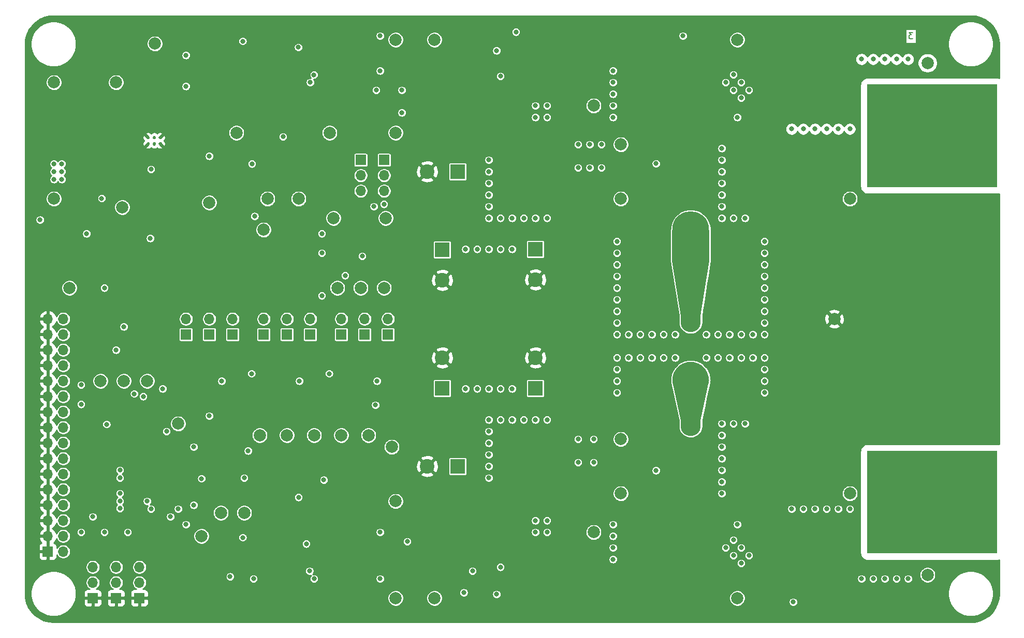
<source format=gbr>
%TF.GenerationSoftware,KiCad,Pcbnew,(5.1.10-1-10_14)*%
%TF.CreationDate,2021-09-24T10:22:15+02:00*%
%TF.ProjectId,sesame-fonctionnel,73657361-6d65-42d6-966f-6e6374696f6e,rev?*%
%TF.SameCoordinates,Original*%
%TF.FileFunction,Copper,L3,Inr*%
%TF.FilePolarity,Positive*%
%FSLAX46Y46*%
G04 Gerber Fmt 4.6, Leading zero omitted, Abs format (unit mm)*
G04 Created by KiCad (PCBNEW (5.1.10-1-10_14)) date 2021-09-24 10:22:15*
%MOMM*%
%LPD*%
G01*
G04 APERTURE LIST*
%ADD10C,0.150000*%
%TA.AperFunction,ComponentPad*%
%ADD11C,0.100000*%
%TD*%
%TA.AperFunction,ComponentPad*%
%ADD12C,6.000000*%
%TD*%
%TA.AperFunction,ComponentPad*%
%ADD13C,3.000000*%
%TD*%
%TA.AperFunction,ComponentPad*%
%ADD14O,3.300000X4.300000*%
%TD*%
%TA.AperFunction,ComponentPad*%
%ADD15C,2.000000*%
%TD*%
%TA.AperFunction,ComponentPad*%
%ADD16C,0.500000*%
%TD*%
%TA.AperFunction,ComponentPad*%
%ADD17O,1.700000X1.700000*%
%TD*%
%TA.AperFunction,ComponentPad*%
%ADD18R,1.700000X1.700000*%
%TD*%
%TA.AperFunction,ComponentPad*%
%ADD19C,2.400000*%
%TD*%
%TA.AperFunction,ComponentPad*%
%ADD20R,2.400000X2.400000*%
%TD*%
%TA.AperFunction,ViaPad*%
%ADD21C,0.820000*%
%TD*%
%TA.AperFunction,Conductor*%
%ADD22C,0.254000*%
%TD*%
%TA.AperFunction,Conductor*%
%ADD23C,0.100000*%
%TD*%
G04 APERTURE END LIST*
%TO.C,REF\u002A\u002A*%
D10*
X225531333Y-63097380D02*
X224912285Y-63097380D01*
X225245619Y-63478333D01*
X225102761Y-63478333D01*
X225007523Y-63525952D01*
X224959904Y-63573571D01*
X224912285Y-63668809D01*
X224912285Y-63906904D01*
X224959904Y-64002142D01*
X225007523Y-64049761D01*
X225102761Y-64097380D01*
X225388476Y-64097380D01*
X225483714Y-64049761D01*
X225531333Y-64002142D01*
%TD*%
%TA.AperFunction,ComponentPad*%
D11*
%TO.N,/MOS DRIVER R/VS*%
%TO.C,L2*%
G36*
X192249388Y-100507798D02*
G01*
X190749388Y-110007798D01*
X190746918Y-110017283D01*
X190742644Y-110026105D01*
X190736732Y-110033922D01*
X190729409Y-110040437D01*
X190720955Y-110045397D01*
X190711695Y-110048613D01*
X190700000Y-110050000D01*
X187700000Y-110050000D01*
X187690245Y-110049039D01*
X187680866Y-110046194D01*
X187672221Y-110041573D01*
X187664645Y-110035355D01*
X187658427Y-110027779D01*
X187653806Y-110019134D01*
X187650612Y-110007798D01*
X186150612Y-100507798D01*
X186150383Y-100503888D01*
X186150000Y-100500000D01*
X186150000Y-95500000D01*
X186150961Y-95490245D01*
X186153806Y-95480866D01*
X186158427Y-95472221D01*
X186164645Y-95464645D01*
X186172221Y-95458427D01*
X186180866Y-95453806D01*
X186190245Y-95450961D01*
X186200000Y-95450000D01*
X192200000Y-95450000D01*
X192209755Y-95450961D01*
X192219134Y-95453806D01*
X192227779Y-95458427D01*
X192235355Y-95464645D01*
X192241573Y-95472221D01*
X192246194Y-95480866D01*
X192249039Y-95490245D01*
X192250000Y-95500000D01*
X192250000Y-100500000D01*
X192249388Y-100507798D01*
G37*
%TD.AperFunction*%
D12*
X189200000Y-95395000D03*
D13*
%TO.N,/MOS DRIVER L/VS*%
X189200000Y-124605000D03*
%TA.AperFunction,ComponentPad*%
D11*
G36*
X192198946Y-120060212D02*
G01*
X192196386Y-120072482D01*
X192196386Y-120147203D01*
X192167530Y-120440191D01*
X192110094Y-120728941D01*
X192024632Y-121010670D01*
X191976310Y-121127330D01*
X190748946Y-127010212D01*
X190746013Y-127019564D01*
X190741312Y-127028165D01*
X190735024Y-127035684D01*
X190727389Y-127041831D01*
X190718702Y-127046371D01*
X190709296Y-127049128D01*
X190700000Y-127050000D01*
X187700000Y-127050000D01*
X187690245Y-127049039D01*
X187680866Y-127046194D01*
X187672221Y-127041573D01*
X187664645Y-127035355D01*
X187658427Y-127027779D01*
X187653806Y-127019134D01*
X187651054Y-127010212D01*
X186423690Y-121127329D01*
X186375368Y-121010670D01*
X186289906Y-120728941D01*
X186232470Y-120440191D01*
X186203614Y-120147203D01*
X186203614Y-120072482D01*
X186201054Y-120060212D01*
X186200002Y-120050467D01*
X186200872Y-120040704D01*
X186203614Y-120031349D01*
X186203614Y-119852797D01*
X186232470Y-119559809D01*
X186289906Y-119271059D01*
X186375368Y-118989330D01*
X186488032Y-118717335D01*
X186626814Y-118457692D01*
X186790377Y-118212902D01*
X186977147Y-117985323D01*
X187185323Y-117777147D01*
X187412902Y-117590377D01*
X187657692Y-117426814D01*
X187917335Y-117288032D01*
X188189330Y-117175368D01*
X188471059Y-117089906D01*
X188759809Y-117032470D01*
X189052797Y-117003614D01*
X189347203Y-117003614D01*
X189640191Y-117032470D01*
X189928941Y-117089906D01*
X190210670Y-117175368D01*
X190482665Y-117288032D01*
X190742308Y-117426814D01*
X190987098Y-117590377D01*
X191214677Y-117777147D01*
X191422853Y-117985323D01*
X191609623Y-118212902D01*
X191773186Y-118457692D01*
X191911968Y-118717335D01*
X192024632Y-118989330D01*
X192110094Y-119271059D01*
X192167530Y-119559809D01*
X192196386Y-119852797D01*
X192196386Y-120031499D01*
X192199039Y-120040245D01*
X192200000Y-120050000D01*
X192198946Y-120060212D01*
G37*
%TD.AperFunction*%
D14*
%TO.N,/MOS DRIVER R/VS*%
X189200000Y-110000000D03*
%TO.N,/MOS DRIVER L/VS*%
X189200000Y-127000000D03*
%TD*%
D15*
%TO.N,/MOS DRIVER R/HB*%
%TO.C,TP49*%
X114905000Y-79520000D03*
%TD*%
%TO.N,/MOS DRIVER L/HB*%
%TO.C,TP48*%
X130145000Y-79520000D03*
%TD*%
%TO.N,Net-(C53-Pad2)*%
%TO.C,TP44*%
X119985000Y-90315000D03*
%TD*%
%TO.N,Net-(C52-Pad2)*%
%TO.C,TP43*%
X125065000Y-90315000D03*
%TD*%
%TA.AperFunction,ComponentPad*%
D11*
%TO.N,/L*%
%TO.C,J1*%
G36*
X218050961Y-131640245D02*
G01*
X218053806Y-131630866D01*
X218058427Y-131622221D01*
X218064645Y-131614645D01*
X218072221Y-131608427D01*
X218080866Y-131603806D01*
X218090245Y-131600961D01*
X218100000Y-131600000D01*
X239300000Y-131600000D01*
X239309755Y-131600961D01*
X239319134Y-131603806D01*
X239327779Y-131608427D01*
X239335355Y-131614645D01*
X239341573Y-131622221D01*
X239346194Y-131630866D01*
X239349039Y-131640245D01*
X239350000Y-131650000D01*
X239350000Y-148350000D01*
X239349039Y-148359755D01*
X239346194Y-148369134D01*
X239341573Y-148377779D01*
X239335355Y-148385355D01*
X239327779Y-148391573D01*
X239319134Y-148396194D01*
X239309755Y-148399039D01*
X239300000Y-148400000D01*
X218100000Y-148400000D01*
X218090245Y-148399039D01*
X218080866Y-148396194D01*
X218072221Y-148391573D01*
X218064645Y-148385355D01*
X218058427Y-148377779D01*
X218053806Y-148369134D01*
X218050961Y-148359755D01*
X218050000Y-148350000D01*
X218050000Y-131650000D01*
X218050961Y-131640245D01*
G37*
%TD.AperFunction*%
D15*
X233000000Y-143000000D03*
X233000000Y-137000000D03*
X226000000Y-134000000D03*
X230000000Y-134000000D03*
X233000000Y-134000000D03*
X236000000Y-134000000D03*
X236000000Y-137000000D03*
X236000000Y-140000000D03*
X236000000Y-143000000D03*
X236000000Y-146000000D03*
X233000000Y-146000000D03*
X230000000Y-146000000D03*
X226000000Y-146000000D03*
X223000000Y-137000000D03*
X223000000Y-143000000D03*
X223000000Y-146000000D03*
X223000000Y-134000000D03*
X220000000Y-134000000D03*
X220000000Y-137000000D03*
X220000000Y-146000000D03*
X220000000Y-143000000D03*
X220000000Y-140000000D03*
%TD*%
%TA.AperFunction,ComponentPad*%
D11*
%TO.N,/R*%
%TO.C,J7*%
G36*
X218050961Y-71650245D02*
G01*
X218053806Y-71640866D01*
X218058427Y-71632221D01*
X218064645Y-71624645D01*
X218072221Y-71618427D01*
X218080866Y-71613806D01*
X218090245Y-71610961D01*
X218100000Y-71610000D01*
X239300000Y-71610000D01*
X239309755Y-71610961D01*
X239319134Y-71613806D01*
X239327779Y-71618427D01*
X239335355Y-71624645D01*
X239341573Y-71632221D01*
X239346194Y-71640866D01*
X239349039Y-71650245D01*
X239350000Y-71660000D01*
X239350000Y-88360000D01*
X239349039Y-88369755D01*
X239346194Y-88379134D01*
X239341573Y-88387779D01*
X239335355Y-88395355D01*
X239327779Y-88401573D01*
X239319134Y-88406194D01*
X239309755Y-88409039D01*
X239300000Y-88410000D01*
X218100000Y-88410000D01*
X218090245Y-88409039D01*
X218080866Y-88406194D01*
X218072221Y-88401573D01*
X218064645Y-88395355D01*
X218058427Y-88387779D01*
X218053806Y-88379134D01*
X218050961Y-88369755D01*
X218050000Y-88360000D01*
X218050000Y-71660000D01*
X218050961Y-71650245D01*
G37*
%TD.AperFunction*%
D15*
X233000000Y-83010000D03*
X233000000Y-77010000D03*
X226000000Y-74010000D03*
X230000000Y-74010000D03*
X233000000Y-74010000D03*
X236000000Y-74010000D03*
X236000000Y-77010000D03*
X236000000Y-80010000D03*
X236000000Y-83010000D03*
X236000000Y-86010000D03*
X233000000Y-86010000D03*
X230000000Y-86010000D03*
X226000000Y-86010000D03*
X223000000Y-77010000D03*
X223000000Y-83010000D03*
X223000000Y-86010000D03*
X223000000Y-74010000D03*
X220000000Y-74010000D03*
X220000000Y-77010000D03*
X220000000Y-86010000D03*
X220000000Y-83010000D03*
X220000000Y-80010000D03*
%TD*%
%TA.AperFunction,ComponentPad*%
D11*
%TO.N,GND*%
%TO.C,J8*%
G36*
X218050961Y-111640245D02*
G01*
X218053806Y-111630866D01*
X218058427Y-111622221D01*
X218064645Y-111614645D01*
X218072221Y-111608427D01*
X218080866Y-111603806D01*
X218090245Y-111600961D01*
X218100000Y-111600000D01*
X239300000Y-111600000D01*
X239309755Y-111600961D01*
X239319134Y-111603806D01*
X239327779Y-111608427D01*
X239335355Y-111614645D01*
X239341573Y-111622221D01*
X239346194Y-111630866D01*
X239349039Y-111640245D01*
X239350000Y-111650000D01*
X239350000Y-128350000D01*
X239349039Y-128359755D01*
X239346194Y-128369134D01*
X239341573Y-128377779D01*
X239335355Y-128385355D01*
X239327779Y-128391573D01*
X239319134Y-128396194D01*
X239309755Y-128399039D01*
X239300000Y-128400000D01*
X218100000Y-128400000D01*
X218090245Y-128399039D01*
X218080866Y-128396194D01*
X218072221Y-128391573D01*
X218064645Y-128385355D01*
X218058427Y-128377779D01*
X218053806Y-128369134D01*
X218050961Y-128359755D01*
X218050000Y-128350000D01*
X218050000Y-111650000D01*
X218050961Y-111640245D01*
G37*
%TD.AperFunction*%
D15*
X233000000Y-123000000D03*
X233000000Y-117000000D03*
X226000000Y-114000000D03*
X230000000Y-114000000D03*
X233000000Y-114000000D03*
X236000000Y-114000000D03*
X236000000Y-117000000D03*
X236000000Y-120000000D03*
X236000000Y-123000000D03*
X236000000Y-126000000D03*
X233000000Y-126000000D03*
X230000000Y-126000000D03*
X226000000Y-126000000D03*
X223000000Y-117000000D03*
X223000000Y-123000000D03*
X223000000Y-126000000D03*
X223000000Y-114000000D03*
X220000000Y-114000000D03*
X220000000Y-117000000D03*
X220000000Y-126000000D03*
X220000000Y-123000000D03*
X220000000Y-120000000D03*
%TD*%
%TA.AperFunction,ComponentPad*%
D11*
%TO.N,GND*%
%TO.C,J2*%
G36*
X218050961Y-91640245D02*
G01*
X218053806Y-91630866D01*
X218058427Y-91622221D01*
X218064645Y-91614645D01*
X218072221Y-91608427D01*
X218080866Y-91603806D01*
X218090245Y-91600961D01*
X218100000Y-91600000D01*
X239300000Y-91600000D01*
X239309755Y-91600961D01*
X239319134Y-91603806D01*
X239327779Y-91608427D01*
X239335355Y-91614645D01*
X239341573Y-91622221D01*
X239346194Y-91630866D01*
X239349039Y-91640245D01*
X239350000Y-91650000D01*
X239350000Y-108350000D01*
X239349039Y-108359755D01*
X239346194Y-108369134D01*
X239341573Y-108377779D01*
X239335355Y-108385355D01*
X239327779Y-108391573D01*
X239319134Y-108396194D01*
X239309755Y-108399039D01*
X239300000Y-108400000D01*
X218100000Y-108400000D01*
X218090245Y-108399039D01*
X218080866Y-108396194D01*
X218072221Y-108391573D01*
X218064645Y-108385355D01*
X218058427Y-108377779D01*
X218053806Y-108369134D01*
X218050961Y-108359755D01*
X218050000Y-108350000D01*
X218050000Y-91650000D01*
X218050961Y-91640245D01*
G37*
%TD.AperFunction*%
D15*
X233000000Y-103000000D03*
X233000000Y-97000000D03*
X226000000Y-94000000D03*
X230000000Y-94000000D03*
X233000000Y-94000000D03*
X236000000Y-94000000D03*
X236000000Y-97000000D03*
X236000000Y-100000000D03*
X236000000Y-103000000D03*
X236000000Y-106000000D03*
X233000000Y-106000000D03*
X230000000Y-106000000D03*
X226000000Y-106000000D03*
X223000000Y-97000000D03*
X223000000Y-103000000D03*
X223000000Y-106000000D03*
X223000000Y-94000000D03*
X220000000Y-94000000D03*
X220000000Y-97000000D03*
X220000000Y-106000000D03*
X220000000Y-103000000D03*
X220000000Y-100000000D03*
%TD*%
D16*
%TO.N,GND*%
%TO.C,U15*%
X100443000Y-81290000D03*
X100443000Y-80290000D03*
X101443000Y-81290000D03*
X101443000Y-80290000D03*
X102443000Y-81290000D03*
X102443000Y-80290000D03*
%TD*%
D17*
%TO.N,/INT EXT CONFIG/~Ext_PWM*%
%TO.C,J9*%
X86584000Y-110000000D03*
%TO.N,GND*%
X84044000Y-110000000D03*
%TO.N,/INT EXT CONFIG/Ext_PWM*%
X86584000Y-112540000D03*
%TO.N,GND*%
X84044000Y-112540000D03*
%TO.N,/Voltage_Thres*%
X86584000Y-115080000D03*
%TO.N,GND*%
X84044000Y-115080000D03*
%TO.N,/Current_Thres*%
X86584000Y-117620000D03*
%TO.N,GND*%
X84044000Y-117620000D03*
%TO.N,/Ext_Setpoint*%
X86584000Y-120160000D03*
%TO.N,GND*%
X84044000Y-120160000D03*
%TO.N,/Rearm*%
X86584000Y-122700000D03*
%TO.N,GND*%
X84044000Y-122700000D03*
%TO.N,/Mode*%
X86584000Y-125240000D03*
%TO.N,GND*%
X84044000Y-125240000D03*
%TO.N,/CC_CV_Mode*%
X86584000Y-127780000D03*
%TO.N,GND*%
X84044000Y-127780000D03*
%TO.N,/Dir*%
X86584000Y-130320000D03*
%TO.N,GND*%
X84044000Y-130320000D03*
%TO.N,/Voltage_Sens_L*%
X86584000Y-132860000D03*
%TO.N,GND*%
X84044000Y-132860000D03*
%TO.N,/Voltage_Sens_R*%
X86584000Y-135400000D03*
%TO.N,GND*%
X84044000Y-135400000D03*
%TO.N,/Current_Sens_L*%
X86584000Y-137940000D03*
%TO.N,GND*%
X84044000Y-137940000D03*
%TO.N,/Current_Sens_R*%
X86584000Y-140480000D03*
%TO.N,GND*%
X84044000Y-140480000D03*
%TO.N,VREF*%
X86584000Y-143020000D03*
%TO.N,GND*%
X84044000Y-143020000D03*
%TO.N,VCC*%
X86584000Y-145560000D03*
%TO.N,GND*%
X84044000Y-145560000D03*
%TO.N,VCC*%
X86584000Y-148100000D03*
D18*
%TO.N,GND*%
X84044000Y-148100000D03*
%TD*%
D15*
%TO.N,/MOS DRIVER R/VG_P*%
%TO.C,TP47*%
X177770000Y-90315000D03*
%TD*%
%TO.N,/MOS DRIVER R/VS*%
%TO.C,TP46*%
X177770000Y-81425000D03*
%TD*%
%TO.N,/DC/DC CONVERTER/VG_RP*%
%TO.C,TP45*%
X215235000Y-90315000D03*
%TD*%
%TO.N,VCC*%
%TO.C,TP42*%
X101570000Y-64915000D03*
%TD*%
%TO.N,Net-(C30-Pad1)*%
%TO.C,TP41*%
X95220000Y-71265000D03*
%TD*%
%TO.N,Net-(C30-Pad2)*%
%TO.C,TP40*%
X85060000Y-71265000D03*
%TD*%
%TO.N,/INTERNAL SUPPLIES/VIN*%
%TO.C,TP39*%
X85060000Y-90315000D03*
%TD*%
%TO.N,/PWM GEN/~PWM_Freewheel_Jumper*%
%TO.C,TP38*%
X139307000Y-93490000D03*
%TD*%
%TO.N,/PWM GEN/PWM_Power_Jumper*%
%TO.C,TP37*%
X130780000Y-93490000D03*
%TD*%
%TO.N,/PWM GEN/Feedback_Deadtime*%
%TO.C,TP36*%
X119350000Y-95395000D03*
%TD*%
%TO.N,/PWM GEN/VDeadTime*%
%TO.C,TP35*%
X131415000Y-104920000D03*
%TD*%
%TO.N,/DC/DC CONVERTER/VG_LP*%
%TO.C,TP34*%
X215235000Y-138575000D03*
%TD*%
%TO.N,/MOS DRIVER L/VS*%
%TO.C,TP33*%
X177770000Y-129685000D03*
%TD*%
%TO.N,/DC/DC CONVERTER/VG_LS*%
%TO.C,TP32*%
X177770000Y-138575000D03*
%TD*%
%TO.N,/Voltage_Sens_R*%
%TO.C,TP31*%
X140940000Y-64280000D03*
%TD*%
%TO.N,/Current_Sens_R*%
%TO.C,TP30*%
X140940000Y-79520000D03*
%TD*%
%TO.N,Net-(Q12-Pad2)*%
%TO.C,TP29*%
X147290000Y-64280000D03*
%TD*%
%TO.N,/VProt_Right*%
%TO.C,TP28*%
X173325000Y-75075000D03*
%TD*%
%TO.N,Net-(D5-Pad1)*%
%TO.C,TP27*%
X196820000Y-64280000D03*
%TD*%
%TO.N,/R*%
%TO.C,TP26*%
X227935000Y-68090000D03*
%TD*%
%TO.N,/VProt_Left*%
%TO.C,TP25*%
X173325000Y-144925000D03*
%TD*%
%TO.N,Net-(D2-Pad1)*%
%TO.C,TP24*%
X196820000Y-155720000D03*
%TD*%
%TO.N,/L*%
%TO.C,TP23*%
X227935000Y-151910000D03*
%TD*%
%TO.N,/Voltage_Sens_L*%
%TO.C,TP22*%
X140940000Y-139845000D03*
%TD*%
%TO.N,/Current_Sens_L*%
%TO.C,TP21*%
X140940000Y-155720000D03*
%TD*%
%TO.N,Net-(Q4-Pad2)*%
%TO.C,TP20*%
X147290000Y-155720000D03*
%TD*%
%TO.N,/PWM GEN/Ramp*%
%TO.C,TP19*%
X96236000Y-91712000D03*
%TD*%
%TO.N,Net-(R40-Pad1)*%
%TO.C,TP18*%
X87600000Y-104920000D03*
%TD*%
%TO.N,/DRIVER COMMAND/Driver_RS*%
%TO.C,TP17*%
X132050000Y-129050000D03*
%TD*%
%TO.N,/DRIVER COMMAND/Driver_LS*%
%TO.C,TP16*%
X136495000Y-129050000D03*
%TD*%
%TO.N,/MOS DRIVER R/Driver_P*%
%TO.C,TP15*%
X123160000Y-129050000D03*
%TD*%
%TO.N,/DRIVER COMMAND/Driver_LP*%
%TO.C,TP14*%
X127605000Y-129050000D03*
%TD*%
%TO.N,/DRIVER COMMAND/Resistor_pull*%
%TO.C,TP13*%
X140305000Y-130955000D03*
%TD*%
%TO.N,/DRIVER COMMAND/Dir_Xor_Mode*%
%TO.C,TP12*%
X109190000Y-145560000D03*
%TD*%
%TO.N,/DRIVER COMMAND/PWM_Series*%
%TO.C,TP11*%
X116175000Y-141750000D03*
%TD*%
%TO.N,/DRIVER COMMAND/PWM_Parallel*%
%TO.C,TP10*%
X112365000Y-141750000D03*
%TD*%
%TO.N,/~Over_UI_Protection*%
%TO.C,TP9*%
X118715000Y-129050000D03*
%TD*%
%TO.N,Net-(C11-Pad1)*%
%TO.C,TP8*%
X105380000Y-127145000D03*
%TD*%
%TO.N,/PROGRAMMABLE BREAKER/S*%
%TO.C,TP7*%
X96490000Y-120160000D03*
%TD*%
%TO.N,Net-(C9-Pad2)*%
%TO.C,TP6*%
X100300000Y-120160000D03*
%TD*%
%TO.N,Net-(C7-Pad2)*%
%TO.C,TP5*%
X92680000Y-120160000D03*
%TD*%
%TO.N,/PID/Feedback*%
%TO.C,TP4*%
X135225000Y-104920000D03*
%TD*%
%TO.N,/PID/Feedback_raw*%
%TO.C,TP3*%
X110460000Y-90950000D03*
%TD*%
%TO.N,/PID/PID_Setpoint*%
%TO.C,TP2*%
X139035000Y-104920000D03*
%TD*%
%TO.N,GND*%
%TO.C,TP1*%
X212695000Y-110000000D03*
%TD*%
D17*
%TO.N,VCC*%
%TO.C,JP14*%
X95220000Y-150640000D03*
%TO.N,Net-(JP14-Pad2)*%
X95220000Y-153180000D03*
D18*
%TO.N,GND*%
X95220000Y-155720000D03*
%TD*%
D17*
%TO.N,VCC*%
%TO.C,JP13*%
X91410000Y-150640000D03*
%TO.N,Net-(JP13-Pad2)*%
X91410000Y-153180000D03*
D18*
%TO.N,GND*%
X91410000Y-155720000D03*
%TD*%
D17*
%TO.N,VCC*%
%TO.C,JP12*%
X99030000Y-150640000D03*
%TO.N,Net-(JP12-Pad2)*%
X99030000Y-153180000D03*
D18*
%TO.N,GND*%
X99030000Y-155720000D03*
%TD*%
D17*
%TO.N,/INT EXT CONFIG/~Ext_PWM*%
%TO.C,JP11*%
X135225000Y-89045000D03*
%TO.N,/~PWM_Freewheel*%
X135225000Y-86505000D03*
D18*
%TO.N,/~INT_PWM_Freewheel*%
X135225000Y-83965000D03*
%TD*%
D17*
%TO.N,/INT EXT CONFIG/Ext_PWM*%
%TO.C,JP10*%
X139035000Y-89045000D03*
%TO.N,/PWM_Power*%
X139035000Y-86505000D03*
D18*
%TO.N,/INT_PWM_Power*%
X139035000Y-83965000D03*
%TD*%
D17*
%TO.N,Net-(C9-Pad2)*%
%TO.C,JP9*%
X126970000Y-110000000D03*
D18*
%TO.N,Net-(JP9-Pad1)*%
X126970000Y-112540000D03*
%TD*%
D17*
%TO.N,Net-(C9-Pad2)*%
%TO.C,JP8*%
X123160000Y-110000000D03*
D18*
%TO.N,Net-(JP8-Pad1)*%
X123160000Y-112540000D03*
%TD*%
D17*
%TO.N,Net-(C9-Pad2)*%
%TO.C,JP7*%
X119350000Y-110000000D03*
D18*
%TO.N,Net-(JP7-Pad1)*%
X119350000Y-112540000D03*
%TD*%
D17*
%TO.N,Net-(C7-Pad2)*%
%TO.C,JP6*%
X114270000Y-110000000D03*
D18*
%TO.N,Net-(JP6-Pad1)*%
X114270000Y-112540000D03*
%TD*%
D17*
%TO.N,Net-(C7-Pad2)*%
%TO.C,JP5*%
X110460000Y-110000000D03*
D18*
%TO.N,Net-(JP5-Pad1)*%
X110460000Y-112540000D03*
%TD*%
D17*
%TO.N,Net-(C7-Pad2)*%
%TO.C,JP4*%
X106650000Y-110000000D03*
D18*
%TO.N,Net-(JP4-Pad1)*%
X106650000Y-112540000D03*
%TD*%
D17*
%TO.N,/PID/PID_Setpoint*%
%TO.C,JP3*%
X139670000Y-110000000D03*
D18*
%TO.N,Net-(JP3-Pad1)*%
X139670000Y-112540000D03*
%TD*%
D17*
%TO.N,/PID/PID_Setpoint*%
%TO.C,JP2*%
X135860000Y-110000000D03*
D18*
%TO.N,Net-(JP2-Pad1)*%
X135860000Y-112540000D03*
%TD*%
D17*
%TO.N,/PID/PID_Setpoint*%
%TO.C,JP1*%
X132050000Y-110000000D03*
D18*
%TO.N,Net-(JP1-Pad1)*%
X132050000Y-112540000D03*
%TD*%
D19*
%TO.N,GND*%
%TO.C,C49*%
X146100000Y-85870000D03*
D20*
%TO.N,/U/I SENSOR RIGHT/VD_Mos*%
X151100000Y-85870000D03*
%TD*%
D19*
%TO.N,GND*%
%TO.C,C48*%
X148560000Y-103650000D03*
D20*
%TO.N,/U/I SENSOR RIGHT/VD_Mos*%
X148560000Y-98650000D03*
%TD*%
D19*
%TO.N,GND*%
%TO.C,C47*%
X163800000Y-103570000D03*
D20*
%TO.N,/U/I SENSOR RIGHT/VD_Mos*%
X163800000Y-98570000D03*
%TD*%
D19*
%TO.N,GND*%
%TO.C,C38*%
X146100000Y-134130000D03*
D20*
%TO.N,/DC/DC CONVERTER/VD_LS*%
X151100000Y-134130000D03*
%TD*%
D19*
%TO.N,GND*%
%TO.C,C37*%
X148560000Y-116350000D03*
D20*
%TO.N,/DC/DC CONVERTER/VD_LS*%
X148560000Y-121350000D03*
%TD*%
D19*
%TO.N,GND*%
%TO.C,C36*%
X163800000Y-116350000D03*
D20*
%TO.N,/DC/DC CONVERTER/VD_LS*%
X163800000Y-121350000D03*
%TD*%
D21*
%TO.N,GND*%
X95220000Y-84600000D03*
X95220000Y-85870000D03*
X95220000Y-87140000D03*
X93950000Y-87140000D03*
X93950000Y-85870000D03*
X93950000Y-84600000D03*
X182850000Y-156355000D03*
X212060000Y-156355000D03*
X112365000Y-97300000D03*
X106650000Y-82695000D03*
X106650000Y-84600000D03*
X102840000Y-71900000D03*
X88870000Y-92220000D03*
X212060000Y-63645000D03*
X167610000Y-156990000D03*
X160625000Y-156990000D03*
X161895000Y-151275000D03*
X212695000Y-81425000D03*
X208885000Y-81425000D03*
X210790000Y-81425000D03*
X210790000Y-85235000D03*
X212695000Y-85235000D03*
X208885000Y-85235000D03*
X213965000Y-82695000D03*
X147290000Y-148735000D03*
X107666000Y-125240000D03*
X113889000Y-145814000D03*
X154910000Y-156990000D03*
X182850000Y-63645000D03*
X154910000Y-63010000D03*
X153640000Y-68725000D03*
X139670000Y-75710000D03*
X86203000Y-100856000D03*
X105380000Y-143020000D03*
X114905000Y-135400000D03*
X100935000Y-136035000D03*
X104110000Y-136035000D03*
X95220000Y-124605000D03*
X109825000Y-106190000D03*
X166975000Y-110000000D03*
X166975000Y-108095000D03*
X166975000Y-106190000D03*
X166975000Y-104285000D03*
X166975000Y-111905000D03*
X166975000Y-113810000D03*
X166975000Y-115715000D03*
X156180000Y-103650000D03*
X158085000Y-103650000D03*
X159990000Y-103650000D03*
X154275000Y-103650000D03*
X152370000Y-103650000D03*
X156180000Y-116350000D03*
X158085000Y-116350000D03*
X159990000Y-116350000D03*
X154275000Y-116350000D03*
X152370000Y-116350000D03*
X212060000Y-94760000D03*
X213965000Y-94760000D03*
X215870000Y-94760000D03*
X212060000Y-92855000D03*
X213965000Y-92855000D03*
X215870000Y-92855000D03*
X208885000Y-129685000D03*
X210790000Y-129685000D03*
X212695000Y-129685000D03*
X205075000Y-121430000D03*
X205075000Y-119525000D03*
X205075000Y-117620000D03*
X205075000Y-111905000D03*
X205075000Y-113810000D03*
X205075000Y-115715000D03*
X205075000Y-108095000D03*
X205075000Y-110000000D03*
X205075000Y-106190000D03*
X205075000Y-104285000D03*
X205075000Y-102380000D03*
X205075000Y-100475000D03*
X205075000Y-98570000D03*
X215870000Y-82695000D03*
X112238000Y-63010000D03*
X110460000Y-77234000D03*
X148560000Y-143655000D03*
X148560000Y-76345000D03*
X125065000Y-123716000D03*
X128875000Y-101745000D03*
X210790000Y-133495000D03*
X212695000Y-133495000D03*
X208885000Y-133495000D03*
X167610000Y-63010000D03*
X84044000Y-137940000D03*
X134187500Y-91860500D03*
X124430000Y-102253000D03*
X120025000Y-73025000D03*
X120025000Y-153899990D03*
%TO.N,VCC*%
X160625000Y-63010000D03*
X137765000Y-72535000D03*
X157450000Y-155085000D03*
X115942500Y-145792500D03*
X105380000Y-141115000D03*
X106650000Y-143655000D03*
X125065000Y-139210000D03*
X96490000Y-111270000D03*
X116810000Y-131590000D03*
X110460000Y-125875000D03*
X103475000Y-128415000D03*
X91410000Y-142385000D03*
X115942500Y-64512500D03*
X106650000Y-71900000D03*
X122525000Y-80155000D03*
X92870500Y-90251500D03*
X117889500Y-93172500D03*
X137384000Y-91585000D03*
X100935000Y-85489000D03*
X142845000Y-146449000D03*
%TO.N,Net-(C7-Pad2)*%
X95220000Y-115080000D03*
%TO.N,VREF*%
X102840000Y-121430000D03*
X89505000Y-120795000D03*
X93315000Y-104920000D03*
X128875000Y-106190000D03*
X117381500Y-118953500D03*
X130081500Y-118953500D03*
X137638000Y-124097000D03*
X106650000Y-66820000D03*
X82790000Y-93760000D03*
%TO.N,/PWM GEN/Ramp*%
X128875000Y-99205000D03*
X100808000Y-96792000D03*
%TO.N,/MOS DRIVER L/VS*%
X126335000Y-146830000D03*
X170785000Y-133495000D03*
X173325000Y-133495000D03*
X173325000Y-129685000D03*
X170785000Y-129685000D03*
X177135000Y-116350000D03*
X179040000Y-116350000D03*
X180945000Y-116350000D03*
X182850000Y-116350000D03*
X184755000Y-116350000D03*
X186660000Y-116350000D03*
X177135000Y-118255000D03*
X177135000Y-120160000D03*
X177135000Y-122065000D03*
X201265000Y-116350000D03*
X199360000Y-116350000D03*
X197455000Y-116350000D03*
X195550000Y-116350000D03*
X193645000Y-116350000D03*
X191740000Y-116350000D03*
X201265000Y-118255000D03*
X201265000Y-120160000D03*
X201265000Y-122065000D03*
X194280000Y-127145000D03*
X196185000Y-127145000D03*
X198090000Y-127145000D03*
X194280000Y-129050000D03*
X194280000Y-130955000D03*
X194280000Y-132860000D03*
X194280000Y-134765000D03*
X194280000Y-136670000D03*
X194280000Y-138575000D03*
X110460000Y-83330000D03*
X117699000Y-152545000D03*
%TO.N,/MOS DRIVER R/VS*%
X194280000Y-82060000D03*
X125025000Y-65510000D03*
X170785000Y-85235000D03*
X172690000Y-85235000D03*
X177135000Y-112540000D03*
X179040000Y-112540000D03*
X180945000Y-112540000D03*
X182850000Y-112540000D03*
X184755000Y-112540000D03*
X186660000Y-112540000D03*
X177135000Y-110635000D03*
X177135000Y-108730000D03*
X177135000Y-106825000D03*
X177135000Y-104920000D03*
X177135000Y-103015000D03*
X177135000Y-101110000D03*
X177135000Y-99205000D03*
X177135000Y-97300000D03*
X191740000Y-112540000D03*
X193645000Y-112540000D03*
X195550000Y-112540000D03*
X197455000Y-112540000D03*
X199360000Y-112540000D03*
X201265000Y-112540000D03*
X201265000Y-110635000D03*
X201265000Y-108730000D03*
X201265000Y-106825000D03*
X201265000Y-104920000D03*
X201265000Y-103015000D03*
X201265000Y-101110000D03*
X201265000Y-99205000D03*
X201265000Y-97300000D03*
X194280000Y-93490000D03*
X196185000Y-93490000D03*
X198090000Y-93490000D03*
X194280000Y-91585000D03*
X194280000Y-89680000D03*
X194280000Y-87775000D03*
X194280000Y-85870000D03*
X194280000Y-83965000D03*
X170785000Y-81425000D03*
X172690000Y-81425000D03*
X174595000Y-85235000D03*
X174595000Y-81425000D03*
X141956618Y-72535000D03*
%TO.N,/DC/DC CONVERTER/VD_LS*%
X156180000Y-121430000D03*
X158085000Y-121430000D03*
X159990000Y-121430000D03*
X154275000Y-121430000D03*
X152370000Y-121430000D03*
X156180000Y-126510000D03*
X156180000Y-128415000D03*
X156180000Y-130320000D03*
X156180000Y-132225000D03*
X156180000Y-134130000D03*
X156180000Y-136035000D03*
X158085000Y-126510000D03*
X159990000Y-126510000D03*
X161895000Y-126510000D03*
X163800000Y-126510000D03*
X165705000Y-126510000D03*
%TO.N,/U/I SENSOR RIGHT/VD_Mos*%
X156180000Y-98570000D03*
X158085000Y-98570000D03*
X159990000Y-98570000D03*
X154275000Y-98570000D03*
X152370000Y-98570000D03*
X156180000Y-93490000D03*
X156180000Y-91585000D03*
X156180000Y-89680000D03*
X156180000Y-87775000D03*
X156180000Y-85870000D03*
X156180000Y-83965000D03*
X158085000Y-93490000D03*
X159990000Y-93490000D03*
X161895000Y-93490000D03*
X165705000Y-93490000D03*
X163800000Y-93490000D03*
%TO.N,Net-(D2-Pad2)*%
X196820000Y-143655000D03*
X205964000Y-156355000D03*
%TO.N,Net-(D2-Pad1)*%
X194915000Y-147465000D03*
X197455000Y-147465000D03*
X196185000Y-146195000D03*
X196185000Y-148735000D03*
X198725000Y-148735000D03*
X197455000Y-150005000D03*
%TO.N,Net-(D5-Pad1)*%
X196185000Y-72535000D03*
X197455000Y-71265000D03*
X198725000Y-72535000D03*
X194915000Y-71265000D03*
X196185000Y-69995000D03*
X197455000Y-73805000D03*
%TO.N,Net-(D7-Pad2)*%
X196820000Y-76980000D03*
X187930000Y-63645000D03*
%TO.N,/DC/DC CONVERTER/VG_LS*%
X138400000Y-144925000D03*
%TO.N,/DC/DC CONVERTER/VG_LP*%
X138400000Y-152545000D03*
%TO.N,/VProt_Left*%
X176500000Y-143655000D03*
X176500000Y-145560000D03*
X176500000Y-147465000D03*
X176500000Y-149370000D03*
X163800000Y-144925000D03*
X163800000Y-143020000D03*
X165705000Y-143020000D03*
X165705000Y-144925000D03*
%TO.N,/INTERNAL SUPPLIES/VIN*%
X183525000Y-134805000D03*
X183525000Y-84560000D03*
X86330000Y-84600000D03*
X86330000Y-85870000D03*
X86330000Y-87140000D03*
X85060000Y-87140000D03*
X85060000Y-85870000D03*
X85060000Y-84600000D03*
%TO.N,/VProt_Right*%
X163800000Y-76980000D03*
X163800000Y-75075000D03*
X165705000Y-75075000D03*
X165705000Y-76980000D03*
X176500000Y-76980000D03*
X176500000Y-75075000D03*
X176500000Y-73170000D03*
X176500000Y-71265000D03*
X176500000Y-69360000D03*
%TO.N,/DC/DC CONVERTER/VG_RP*%
X138400000Y-63645000D03*
%TO.N,/MOS DRIVER R/VG_P*%
X138400000Y-69360000D03*
%TO.N,/CC_CV_Mode*%
X93315000Y-144925000D03*
%TO.N,/Dir*%
X89505000Y-144925000D03*
%TO.N,/Mode*%
X97125000Y-144925000D03*
X100300000Y-139845000D03*
%TO.N,/Rearm*%
X93680000Y-127256000D03*
%TO.N,/Voltage_Thres*%
X112492000Y-120160000D03*
%TO.N,/Current_Thres*%
X125192000Y-120160000D03*
%TO.N,/Ext_Setpoint*%
X137892000Y-120160000D03*
%TO.N,/Voltage_Sens_R*%
X95855000Y-134765000D03*
X141956000Y-76218000D03*
%TO.N,/Current_Sens_R*%
X104110000Y-142385000D03*
%TO.N,/Voltage_Sens_L*%
X95855000Y-136035000D03*
%TO.N,/Current_Sens_L*%
X100935000Y-141115000D03*
%TO.N,Net-(Q5-Pad3)*%
X152100000Y-154815000D03*
X153513000Y-151275000D03*
X158085000Y-150640000D03*
%TO.N,/MEASURE SELECTOR/Measure_Selected*%
X95855000Y-139845000D03*
X98188000Y-122252000D03*
%TO.N,/PROGRAMMABLE BREAKER/Voltage_Sens*%
X89505000Y-123970000D03*
X95855000Y-138575000D03*
%TO.N,/PROGRAMMABLE BREAKER/Current_Sens*%
X95855000Y-141005010D03*
X99665000Y-122700000D03*
%TO.N,/MOS DRIVER R/Driver_P*%
X127584158Y-70015842D03*
%TO.N,/DRIVER COMMAND/Driver_LS*%
X127605000Y-152545000D03*
%TO.N,/DRIVER COMMAND/Resistor_pull*%
X129192500Y-136352500D03*
X107920000Y-140480000D03*
%TO.N,/DRIVER COMMAND/Driver_LP*%
X126870000Y-151275000D03*
%TO.N,/DRIVER COMMAND/Driver_RS*%
X126970000Y-71265000D03*
%TO.N,Net-(R40-Pad1)*%
X90394000Y-96030000D03*
%TO.N,Net-(R60-Pad1)*%
X158085000Y-70249000D03*
X157450000Y-66058000D03*
%TO.N,/DRIVER COMMAND/PWM_Series*%
X116175000Y-136035000D03*
%TO.N,/INT_PWM_Power*%
X139035000Y-91204000D03*
%TO.N,/~INT_PWM_Freewheel*%
X135479000Y-99713000D03*
%TO.N,/L*%
X217140000Y-152545000D03*
X219045000Y-152545000D03*
X220950000Y-152545000D03*
X222855000Y-152545000D03*
X224760000Y-152545000D03*
X205710000Y-141115000D03*
X207615000Y-141115000D03*
X209520000Y-141115000D03*
X211425000Y-141115000D03*
X213330000Y-141115000D03*
X215235000Y-141115000D03*
%TO.N,/R*%
X217140000Y-67455000D03*
X219045000Y-67455000D03*
X220950000Y-67455000D03*
X222855000Y-67455000D03*
X224760000Y-67455000D03*
X215235000Y-78885000D03*
X213330000Y-78885000D03*
X211425000Y-78885000D03*
X209520000Y-78885000D03*
X207615000Y-78885000D03*
X205710000Y-78885000D03*
%TO.N,Net-(C53-Pad2)*%
X117445000Y-84600000D03*
%TO.N,/PWM GEN/Feedback_Deadtime_Jump*%
X128875000Y-96030000D03*
%TO.N,/PWM GEN/Feedback_Jump*%
X132685000Y-102888000D03*
%TO.N,/MOS DRIVER L/HB*%
X113867500Y-152185500D03*
%TO.N,/PWM_Power*%
X109190000Y-136135000D03*
%TO.N,/~PWM_Freewheel*%
X107920000Y-130955000D03*
%TD*%
D22*
%TO.N,GND*%
X235821064Y-60436717D02*
X236616176Y-60654235D01*
X237360203Y-61009118D01*
X238029621Y-61490144D01*
X238603287Y-62082120D01*
X239063049Y-62766320D01*
X239394386Y-63521126D01*
X239587490Y-64325463D01*
X239638001Y-65013289D01*
X239638001Y-70527173D01*
X239420780Y-70483964D01*
X239411025Y-70483003D01*
X239300000Y-70477547D01*
X218100000Y-70477547D01*
X217988975Y-70483003D01*
X217979220Y-70483964D01*
X217761521Y-70527268D01*
X217752142Y-70530113D01*
X217547018Y-70615079D01*
X217538373Y-70619700D01*
X217353763Y-70743059D01*
X217346187Y-70749277D01*
X217189277Y-70906187D01*
X217183059Y-70913763D01*
X217059700Y-71098373D01*
X217055079Y-71107018D01*
X216970113Y-71312142D01*
X216967268Y-71321521D01*
X216923964Y-71539220D01*
X216923003Y-71548975D01*
X216917547Y-71660000D01*
X216917547Y-88360000D01*
X216923003Y-88471025D01*
X216923964Y-88480780D01*
X216967268Y-88698479D01*
X216970113Y-88707858D01*
X217055079Y-88912982D01*
X217059700Y-88921627D01*
X217183059Y-89106237D01*
X217189277Y-89113813D01*
X217346187Y-89270723D01*
X217353763Y-89276941D01*
X217538373Y-89400300D01*
X217547018Y-89404921D01*
X217752142Y-89489887D01*
X217761521Y-89492732D01*
X217979220Y-89536036D01*
X217988975Y-89536997D01*
X218100000Y-89542453D01*
X239300000Y-89542453D01*
X239411025Y-89536997D01*
X239420780Y-89536036D01*
X239638001Y-89492827D01*
X239638000Y-130517173D01*
X239420780Y-130473964D01*
X239411025Y-130473003D01*
X239300000Y-130467547D01*
X218100000Y-130467547D01*
X217988975Y-130473003D01*
X217979220Y-130473964D01*
X217761521Y-130517268D01*
X217752142Y-130520113D01*
X217547018Y-130605079D01*
X217538373Y-130609700D01*
X217353763Y-130733059D01*
X217346187Y-130739277D01*
X217189277Y-130896187D01*
X217183059Y-130903763D01*
X217059700Y-131088373D01*
X217055079Y-131097018D01*
X216970113Y-131302142D01*
X216967268Y-131311521D01*
X216923964Y-131529220D01*
X216923003Y-131538975D01*
X216917547Y-131650000D01*
X216917547Y-148350000D01*
X216923003Y-148461025D01*
X216923964Y-148470780D01*
X216967268Y-148688479D01*
X216970113Y-148697858D01*
X217055079Y-148902982D01*
X217059700Y-148911627D01*
X217183059Y-149096237D01*
X217189277Y-149103813D01*
X217346187Y-149260723D01*
X217353763Y-149266941D01*
X217538373Y-149390300D01*
X217547018Y-149394921D01*
X217752142Y-149479887D01*
X217761521Y-149482732D01*
X217979220Y-149526036D01*
X217988975Y-149526997D01*
X218100000Y-149532453D01*
X239300000Y-149532453D01*
X239411025Y-149526997D01*
X239420780Y-149526036D01*
X239638000Y-149482827D01*
X239638000Y-154983877D01*
X239563283Y-155821064D01*
X239345765Y-156616176D01*
X238990882Y-157360203D01*
X238509854Y-158029624D01*
X237917880Y-158603287D01*
X237233682Y-159063048D01*
X236478874Y-159394386D01*
X235674539Y-159587490D01*
X234986724Y-159638000D01*
X85016123Y-159638000D01*
X84178936Y-159563283D01*
X83383824Y-159345765D01*
X82639797Y-158990882D01*
X81970376Y-158509854D01*
X81396713Y-157917880D01*
X80936952Y-157233682D01*
X80605614Y-156478874D01*
X80412510Y-155674539D01*
X80362000Y-154986724D01*
X80362000Y-154632923D01*
X81273000Y-154632923D01*
X81273000Y-155367077D01*
X81416227Y-156087126D01*
X81697176Y-156765396D01*
X82105050Y-157375824D01*
X82624176Y-157894950D01*
X83234604Y-158302824D01*
X83912874Y-158583773D01*
X84632923Y-158727000D01*
X85367077Y-158727000D01*
X86087126Y-158583773D01*
X86765396Y-158302824D01*
X87375824Y-157894950D01*
X87894950Y-157375824D01*
X88302824Y-156765396D01*
X88383759Y-156570000D01*
X89921928Y-156570000D01*
X89934188Y-156694482D01*
X89970498Y-156814180D01*
X90029463Y-156924494D01*
X90108815Y-157021185D01*
X90205506Y-157100537D01*
X90315820Y-157159502D01*
X90435518Y-157195812D01*
X90560000Y-157208072D01*
X91124250Y-157205000D01*
X91283000Y-157046250D01*
X91283000Y-155847000D01*
X91537000Y-155847000D01*
X91537000Y-157046250D01*
X91695750Y-157205000D01*
X92260000Y-157208072D01*
X92384482Y-157195812D01*
X92504180Y-157159502D01*
X92614494Y-157100537D01*
X92711185Y-157021185D01*
X92790537Y-156924494D01*
X92849502Y-156814180D01*
X92885812Y-156694482D01*
X92898072Y-156570000D01*
X93731928Y-156570000D01*
X93744188Y-156694482D01*
X93780498Y-156814180D01*
X93839463Y-156924494D01*
X93918815Y-157021185D01*
X94015506Y-157100537D01*
X94125820Y-157159502D01*
X94245518Y-157195812D01*
X94370000Y-157208072D01*
X94934250Y-157205000D01*
X95093000Y-157046250D01*
X95093000Y-155847000D01*
X95347000Y-155847000D01*
X95347000Y-157046250D01*
X95505750Y-157205000D01*
X96070000Y-157208072D01*
X96194482Y-157195812D01*
X96314180Y-157159502D01*
X96424494Y-157100537D01*
X96521185Y-157021185D01*
X96600537Y-156924494D01*
X96659502Y-156814180D01*
X96695812Y-156694482D01*
X96708072Y-156570000D01*
X97541928Y-156570000D01*
X97554188Y-156694482D01*
X97590498Y-156814180D01*
X97649463Y-156924494D01*
X97728815Y-157021185D01*
X97825506Y-157100537D01*
X97935820Y-157159502D01*
X98055518Y-157195812D01*
X98180000Y-157208072D01*
X98744250Y-157205000D01*
X98903000Y-157046250D01*
X98903000Y-155847000D01*
X99157000Y-155847000D01*
X99157000Y-157046250D01*
X99315750Y-157205000D01*
X99880000Y-157208072D01*
X100004482Y-157195812D01*
X100124180Y-157159502D01*
X100234494Y-157100537D01*
X100331185Y-157021185D01*
X100410537Y-156924494D01*
X100469502Y-156814180D01*
X100505812Y-156694482D01*
X100518072Y-156570000D01*
X100515000Y-156005750D01*
X100356250Y-155847000D01*
X99157000Y-155847000D01*
X98903000Y-155847000D01*
X97703750Y-155847000D01*
X97545000Y-156005750D01*
X97541928Y-156570000D01*
X96708072Y-156570000D01*
X96705000Y-156005750D01*
X96546250Y-155847000D01*
X95347000Y-155847000D01*
X95093000Y-155847000D01*
X93893750Y-155847000D01*
X93735000Y-156005750D01*
X93731928Y-156570000D01*
X92898072Y-156570000D01*
X92895000Y-156005750D01*
X92736250Y-155847000D01*
X91537000Y-155847000D01*
X91283000Y-155847000D01*
X90083750Y-155847000D01*
X89925000Y-156005750D01*
X89921928Y-156570000D01*
X88383759Y-156570000D01*
X88583773Y-156087126D01*
X88727000Y-155367077D01*
X88727000Y-154870000D01*
X89921928Y-154870000D01*
X89925000Y-155434250D01*
X90083750Y-155593000D01*
X91283000Y-155593000D01*
X91283000Y-155573000D01*
X91537000Y-155573000D01*
X91537000Y-155593000D01*
X92736250Y-155593000D01*
X92895000Y-155434250D01*
X92898072Y-154870000D01*
X93731928Y-154870000D01*
X93735000Y-155434250D01*
X93893750Y-155593000D01*
X95093000Y-155593000D01*
X95093000Y-155573000D01*
X95347000Y-155573000D01*
X95347000Y-155593000D01*
X96546250Y-155593000D01*
X96705000Y-155434250D01*
X96708072Y-154870000D01*
X97541928Y-154870000D01*
X97545000Y-155434250D01*
X97703750Y-155593000D01*
X98903000Y-155593000D01*
X98903000Y-155573000D01*
X99157000Y-155573000D01*
X99157000Y-155593000D01*
X100356250Y-155593000D01*
X100360933Y-155588317D01*
X139603000Y-155588317D01*
X139603000Y-155851683D01*
X139654380Y-156109988D01*
X139755166Y-156353307D01*
X139901484Y-156572288D01*
X140087712Y-156758516D01*
X140306693Y-156904834D01*
X140550012Y-157005620D01*
X140808317Y-157057000D01*
X141071683Y-157057000D01*
X141329988Y-157005620D01*
X141573307Y-156904834D01*
X141792288Y-156758516D01*
X141978516Y-156572288D01*
X142124834Y-156353307D01*
X142225620Y-156109988D01*
X142277000Y-155851683D01*
X142277000Y-155588317D01*
X145953000Y-155588317D01*
X145953000Y-155851683D01*
X146004380Y-156109988D01*
X146105166Y-156353307D01*
X146251484Y-156572288D01*
X146437712Y-156758516D01*
X146656693Y-156904834D01*
X146900012Y-157005620D01*
X147158317Y-157057000D01*
X147421683Y-157057000D01*
X147679988Y-157005620D01*
X147923307Y-156904834D01*
X148142288Y-156758516D01*
X148328516Y-156572288D01*
X148474834Y-156353307D01*
X148575620Y-156109988D01*
X148627000Y-155851683D01*
X148627000Y-155588317D01*
X148575620Y-155330012D01*
X148474834Y-155086693D01*
X148328516Y-154867712D01*
X148202231Y-154741427D01*
X151353000Y-154741427D01*
X151353000Y-154888573D01*
X151381707Y-155032892D01*
X151438018Y-155168837D01*
X151519768Y-155291184D01*
X151623816Y-155395232D01*
X151746163Y-155476982D01*
X151882108Y-155533293D01*
X152026427Y-155562000D01*
X152173573Y-155562000D01*
X152317892Y-155533293D01*
X152453837Y-155476982D01*
X152576184Y-155395232D01*
X152680232Y-155291184D01*
X152761982Y-155168837D01*
X152818293Y-155032892D01*
X152822562Y-155011427D01*
X156703000Y-155011427D01*
X156703000Y-155158573D01*
X156731707Y-155302892D01*
X156788018Y-155438837D01*
X156869768Y-155561184D01*
X156973816Y-155665232D01*
X157096163Y-155746982D01*
X157232108Y-155803293D01*
X157376427Y-155832000D01*
X157523573Y-155832000D01*
X157667892Y-155803293D01*
X157803837Y-155746982D01*
X157926184Y-155665232D01*
X158003099Y-155588317D01*
X195483000Y-155588317D01*
X195483000Y-155851683D01*
X195534380Y-156109988D01*
X195635166Y-156353307D01*
X195781484Y-156572288D01*
X195967712Y-156758516D01*
X196186693Y-156904834D01*
X196430012Y-157005620D01*
X196688317Y-157057000D01*
X196951683Y-157057000D01*
X197209988Y-157005620D01*
X197453307Y-156904834D01*
X197672288Y-156758516D01*
X197858516Y-156572288D01*
X198004834Y-156353307D01*
X198034607Y-156281427D01*
X205217000Y-156281427D01*
X205217000Y-156428573D01*
X205245707Y-156572892D01*
X205302018Y-156708837D01*
X205383768Y-156831184D01*
X205487816Y-156935232D01*
X205610163Y-157016982D01*
X205746108Y-157073293D01*
X205890427Y-157102000D01*
X206037573Y-157102000D01*
X206181892Y-157073293D01*
X206317837Y-157016982D01*
X206440184Y-156935232D01*
X206544232Y-156831184D01*
X206625982Y-156708837D01*
X206682293Y-156572892D01*
X206711000Y-156428573D01*
X206711000Y-156281427D01*
X206682293Y-156137108D01*
X206625982Y-156001163D01*
X206544232Y-155878816D01*
X206440184Y-155774768D01*
X206317837Y-155693018D01*
X206181892Y-155636707D01*
X206037573Y-155608000D01*
X205890427Y-155608000D01*
X205746108Y-155636707D01*
X205610163Y-155693018D01*
X205487816Y-155774768D01*
X205383768Y-155878816D01*
X205302018Y-156001163D01*
X205245707Y-156137108D01*
X205217000Y-156281427D01*
X198034607Y-156281427D01*
X198105620Y-156109988D01*
X198157000Y-155851683D01*
X198157000Y-155588317D01*
X198105620Y-155330012D01*
X198004834Y-155086693D01*
X197858516Y-154867712D01*
X197672288Y-154681484D01*
X197599612Y-154632923D01*
X231273000Y-154632923D01*
X231273000Y-155367077D01*
X231416227Y-156087126D01*
X231697176Y-156765396D01*
X232105050Y-157375824D01*
X232624176Y-157894950D01*
X233234604Y-158302824D01*
X233912874Y-158583773D01*
X234632923Y-158727000D01*
X235367077Y-158727000D01*
X236087126Y-158583773D01*
X236765396Y-158302824D01*
X237375824Y-157894950D01*
X237894950Y-157375824D01*
X238302824Y-156765396D01*
X238583773Y-156087126D01*
X238727000Y-155367077D01*
X238727000Y-154632923D01*
X238583773Y-153912874D01*
X238302824Y-153234604D01*
X237894950Y-152624176D01*
X237375824Y-152105050D01*
X236765396Y-151697176D01*
X236087126Y-151416227D01*
X235367077Y-151273000D01*
X234632923Y-151273000D01*
X233912874Y-151416227D01*
X233234604Y-151697176D01*
X232624176Y-152105050D01*
X232105050Y-152624176D01*
X231697176Y-153234604D01*
X231416227Y-153912874D01*
X231273000Y-154632923D01*
X197599612Y-154632923D01*
X197453307Y-154535166D01*
X197209988Y-154434380D01*
X196951683Y-154383000D01*
X196688317Y-154383000D01*
X196430012Y-154434380D01*
X196186693Y-154535166D01*
X195967712Y-154681484D01*
X195781484Y-154867712D01*
X195635166Y-155086693D01*
X195534380Y-155330012D01*
X195483000Y-155588317D01*
X158003099Y-155588317D01*
X158030232Y-155561184D01*
X158111982Y-155438837D01*
X158168293Y-155302892D01*
X158197000Y-155158573D01*
X158197000Y-155011427D01*
X158168293Y-154867108D01*
X158111982Y-154731163D01*
X158030232Y-154608816D01*
X157926184Y-154504768D01*
X157803837Y-154423018D01*
X157667892Y-154366707D01*
X157523573Y-154338000D01*
X157376427Y-154338000D01*
X157232108Y-154366707D01*
X157096163Y-154423018D01*
X156973816Y-154504768D01*
X156869768Y-154608816D01*
X156788018Y-154731163D01*
X156731707Y-154867108D01*
X156703000Y-155011427D01*
X152822562Y-155011427D01*
X152847000Y-154888573D01*
X152847000Y-154741427D01*
X152818293Y-154597108D01*
X152761982Y-154461163D01*
X152680232Y-154338816D01*
X152576184Y-154234768D01*
X152453837Y-154153018D01*
X152317892Y-154096707D01*
X152173573Y-154068000D01*
X152026427Y-154068000D01*
X151882108Y-154096707D01*
X151746163Y-154153018D01*
X151623816Y-154234768D01*
X151519768Y-154338816D01*
X151438018Y-154461163D01*
X151381707Y-154597108D01*
X151353000Y-154741427D01*
X148202231Y-154741427D01*
X148142288Y-154681484D01*
X147923307Y-154535166D01*
X147679988Y-154434380D01*
X147421683Y-154383000D01*
X147158317Y-154383000D01*
X146900012Y-154434380D01*
X146656693Y-154535166D01*
X146437712Y-154681484D01*
X146251484Y-154867712D01*
X146105166Y-155086693D01*
X146004380Y-155330012D01*
X145953000Y-155588317D01*
X142277000Y-155588317D01*
X142225620Y-155330012D01*
X142124834Y-155086693D01*
X141978516Y-154867712D01*
X141792288Y-154681484D01*
X141573307Y-154535166D01*
X141329988Y-154434380D01*
X141071683Y-154383000D01*
X140808317Y-154383000D01*
X140550012Y-154434380D01*
X140306693Y-154535166D01*
X140087712Y-154681484D01*
X139901484Y-154867712D01*
X139755166Y-155086693D01*
X139654380Y-155330012D01*
X139603000Y-155588317D01*
X100360933Y-155588317D01*
X100515000Y-155434250D01*
X100518072Y-154870000D01*
X100505812Y-154745518D01*
X100469502Y-154625820D01*
X100410537Y-154515506D01*
X100331185Y-154418815D01*
X100234494Y-154339463D01*
X100124180Y-154280498D01*
X100004482Y-154244188D01*
X99880000Y-154231928D01*
X99588366Y-154233516D01*
X99592255Y-154231905D01*
X99786668Y-154102003D01*
X99952003Y-153936668D01*
X100081905Y-153742255D01*
X100171384Y-153526235D01*
X100217000Y-153296909D01*
X100217000Y-153063091D01*
X100171384Y-152833765D01*
X100081905Y-152617745D01*
X99952003Y-152423332D01*
X99786668Y-152257997D01*
X99592255Y-152128095D01*
X99553223Y-152111927D01*
X113120500Y-152111927D01*
X113120500Y-152259073D01*
X113149207Y-152403392D01*
X113205518Y-152539337D01*
X113287268Y-152661684D01*
X113391316Y-152765732D01*
X113513663Y-152847482D01*
X113649608Y-152903793D01*
X113793927Y-152932500D01*
X113941073Y-152932500D01*
X114085392Y-152903793D01*
X114221337Y-152847482D01*
X114343684Y-152765732D01*
X114447732Y-152661684D01*
X114529482Y-152539337D01*
X114557611Y-152471427D01*
X116952000Y-152471427D01*
X116952000Y-152618573D01*
X116980707Y-152762892D01*
X117037018Y-152898837D01*
X117118768Y-153021184D01*
X117222816Y-153125232D01*
X117345163Y-153206982D01*
X117481108Y-153263293D01*
X117625427Y-153292000D01*
X117772573Y-153292000D01*
X117916892Y-153263293D01*
X118052837Y-153206982D01*
X118175184Y-153125232D01*
X118279232Y-153021184D01*
X118360982Y-152898837D01*
X118417293Y-152762892D01*
X118446000Y-152618573D01*
X118446000Y-152471427D01*
X118417293Y-152327108D01*
X118360982Y-152191163D01*
X118279232Y-152068816D01*
X118175184Y-151964768D01*
X118052837Y-151883018D01*
X117916892Y-151826707D01*
X117772573Y-151798000D01*
X117625427Y-151798000D01*
X117481108Y-151826707D01*
X117345163Y-151883018D01*
X117222816Y-151964768D01*
X117118768Y-152068816D01*
X117037018Y-152191163D01*
X116980707Y-152327108D01*
X116952000Y-152471427D01*
X114557611Y-152471427D01*
X114585793Y-152403392D01*
X114614500Y-152259073D01*
X114614500Y-152111927D01*
X114585793Y-151967608D01*
X114529482Y-151831663D01*
X114447732Y-151709316D01*
X114343684Y-151605268D01*
X114221337Y-151523518D01*
X114085392Y-151467207D01*
X113941073Y-151438500D01*
X113793927Y-151438500D01*
X113649608Y-151467207D01*
X113513663Y-151523518D01*
X113391316Y-151605268D01*
X113287268Y-151709316D01*
X113205518Y-151831663D01*
X113149207Y-151967608D01*
X113120500Y-152111927D01*
X99553223Y-152111927D01*
X99376235Y-152038616D01*
X99146909Y-151993000D01*
X98913091Y-151993000D01*
X98683765Y-152038616D01*
X98467745Y-152128095D01*
X98273332Y-152257997D01*
X98107997Y-152423332D01*
X97978095Y-152617745D01*
X97888616Y-152833765D01*
X97843000Y-153063091D01*
X97843000Y-153296909D01*
X97888616Y-153526235D01*
X97978095Y-153742255D01*
X98107997Y-153936668D01*
X98273332Y-154102003D01*
X98467745Y-154231905D01*
X98471634Y-154233516D01*
X98180000Y-154231928D01*
X98055518Y-154244188D01*
X97935820Y-154280498D01*
X97825506Y-154339463D01*
X97728815Y-154418815D01*
X97649463Y-154515506D01*
X97590498Y-154625820D01*
X97554188Y-154745518D01*
X97541928Y-154870000D01*
X96708072Y-154870000D01*
X96695812Y-154745518D01*
X96659502Y-154625820D01*
X96600537Y-154515506D01*
X96521185Y-154418815D01*
X96424494Y-154339463D01*
X96314180Y-154280498D01*
X96194482Y-154244188D01*
X96070000Y-154231928D01*
X95778366Y-154233516D01*
X95782255Y-154231905D01*
X95976668Y-154102003D01*
X96142003Y-153936668D01*
X96271905Y-153742255D01*
X96361384Y-153526235D01*
X96407000Y-153296909D01*
X96407000Y-153063091D01*
X96361384Y-152833765D01*
X96271905Y-152617745D01*
X96142003Y-152423332D01*
X95976668Y-152257997D01*
X95782255Y-152128095D01*
X95566235Y-152038616D01*
X95336909Y-151993000D01*
X95103091Y-151993000D01*
X94873765Y-152038616D01*
X94657745Y-152128095D01*
X94463332Y-152257997D01*
X94297997Y-152423332D01*
X94168095Y-152617745D01*
X94078616Y-152833765D01*
X94033000Y-153063091D01*
X94033000Y-153296909D01*
X94078616Y-153526235D01*
X94168095Y-153742255D01*
X94297997Y-153936668D01*
X94463332Y-154102003D01*
X94657745Y-154231905D01*
X94661634Y-154233516D01*
X94370000Y-154231928D01*
X94245518Y-154244188D01*
X94125820Y-154280498D01*
X94015506Y-154339463D01*
X93918815Y-154418815D01*
X93839463Y-154515506D01*
X93780498Y-154625820D01*
X93744188Y-154745518D01*
X93731928Y-154870000D01*
X92898072Y-154870000D01*
X92885812Y-154745518D01*
X92849502Y-154625820D01*
X92790537Y-154515506D01*
X92711185Y-154418815D01*
X92614494Y-154339463D01*
X92504180Y-154280498D01*
X92384482Y-154244188D01*
X92260000Y-154231928D01*
X91968366Y-154233516D01*
X91972255Y-154231905D01*
X92166668Y-154102003D01*
X92332003Y-153936668D01*
X92461905Y-153742255D01*
X92551384Y-153526235D01*
X92597000Y-153296909D01*
X92597000Y-153063091D01*
X92551384Y-152833765D01*
X92461905Y-152617745D01*
X92332003Y-152423332D01*
X92166668Y-152257997D01*
X91972255Y-152128095D01*
X91756235Y-152038616D01*
X91526909Y-151993000D01*
X91293091Y-151993000D01*
X91063765Y-152038616D01*
X90847745Y-152128095D01*
X90653332Y-152257997D01*
X90487997Y-152423332D01*
X90358095Y-152617745D01*
X90268616Y-152833765D01*
X90223000Y-153063091D01*
X90223000Y-153296909D01*
X90268616Y-153526235D01*
X90358095Y-153742255D01*
X90487997Y-153936668D01*
X90653332Y-154102003D01*
X90847745Y-154231905D01*
X90851634Y-154233516D01*
X90560000Y-154231928D01*
X90435518Y-154244188D01*
X90315820Y-154280498D01*
X90205506Y-154339463D01*
X90108815Y-154418815D01*
X90029463Y-154515506D01*
X89970498Y-154625820D01*
X89934188Y-154745518D01*
X89921928Y-154870000D01*
X88727000Y-154870000D01*
X88727000Y-154632923D01*
X88583773Y-153912874D01*
X88302824Y-153234604D01*
X87894950Y-152624176D01*
X87375824Y-152105050D01*
X86765396Y-151697176D01*
X86087126Y-151416227D01*
X85367077Y-151273000D01*
X84632923Y-151273000D01*
X83912874Y-151416227D01*
X83234604Y-151697176D01*
X82624176Y-152105050D01*
X82105050Y-152624176D01*
X81697176Y-153234604D01*
X81416227Y-153912874D01*
X81273000Y-154632923D01*
X80362000Y-154632923D01*
X80362000Y-150523091D01*
X90223000Y-150523091D01*
X90223000Y-150756909D01*
X90268616Y-150986235D01*
X90358095Y-151202255D01*
X90487997Y-151396668D01*
X90653332Y-151562003D01*
X90847745Y-151691905D01*
X91063765Y-151781384D01*
X91293091Y-151827000D01*
X91526909Y-151827000D01*
X91756235Y-151781384D01*
X91972255Y-151691905D01*
X92166668Y-151562003D01*
X92332003Y-151396668D01*
X92461905Y-151202255D01*
X92551384Y-150986235D01*
X92597000Y-150756909D01*
X92597000Y-150523091D01*
X94033000Y-150523091D01*
X94033000Y-150756909D01*
X94078616Y-150986235D01*
X94168095Y-151202255D01*
X94297997Y-151396668D01*
X94463332Y-151562003D01*
X94657745Y-151691905D01*
X94873765Y-151781384D01*
X95103091Y-151827000D01*
X95336909Y-151827000D01*
X95566235Y-151781384D01*
X95782255Y-151691905D01*
X95976668Y-151562003D01*
X96142003Y-151396668D01*
X96271905Y-151202255D01*
X96361384Y-150986235D01*
X96407000Y-150756909D01*
X96407000Y-150523091D01*
X97843000Y-150523091D01*
X97843000Y-150756909D01*
X97888616Y-150986235D01*
X97978095Y-151202255D01*
X98107997Y-151396668D01*
X98273332Y-151562003D01*
X98467745Y-151691905D01*
X98683765Y-151781384D01*
X98913091Y-151827000D01*
X99146909Y-151827000D01*
X99376235Y-151781384D01*
X99592255Y-151691905D01*
X99786668Y-151562003D01*
X99952003Y-151396668D01*
X100081905Y-151202255D01*
X100082247Y-151201427D01*
X126123000Y-151201427D01*
X126123000Y-151348573D01*
X126151707Y-151492892D01*
X126208018Y-151628837D01*
X126289768Y-151751184D01*
X126393816Y-151855232D01*
X126516163Y-151936982D01*
X126652108Y-151993293D01*
X126796427Y-152022000D01*
X126943573Y-152022000D01*
X127087892Y-151993293D01*
X127109059Y-151984525D01*
X127024768Y-152068816D01*
X126943018Y-152191163D01*
X126886707Y-152327108D01*
X126858000Y-152471427D01*
X126858000Y-152618573D01*
X126886707Y-152762892D01*
X126943018Y-152898837D01*
X127024768Y-153021184D01*
X127128816Y-153125232D01*
X127251163Y-153206982D01*
X127387108Y-153263293D01*
X127531427Y-153292000D01*
X127678573Y-153292000D01*
X127822892Y-153263293D01*
X127958837Y-153206982D01*
X128081184Y-153125232D01*
X128185232Y-153021184D01*
X128266982Y-152898837D01*
X128323293Y-152762892D01*
X128352000Y-152618573D01*
X128352000Y-152471427D01*
X137653000Y-152471427D01*
X137653000Y-152618573D01*
X137681707Y-152762892D01*
X137738018Y-152898837D01*
X137819768Y-153021184D01*
X137923816Y-153125232D01*
X138046163Y-153206982D01*
X138182108Y-153263293D01*
X138326427Y-153292000D01*
X138473573Y-153292000D01*
X138617892Y-153263293D01*
X138753837Y-153206982D01*
X138876184Y-153125232D01*
X138980232Y-153021184D01*
X139061982Y-152898837D01*
X139118293Y-152762892D01*
X139147000Y-152618573D01*
X139147000Y-152471427D01*
X216393000Y-152471427D01*
X216393000Y-152618573D01*
X216421707Y-152762892D01*
X216478018Y-152898837D01*
X216559768Y-153021184D01*
X216663816Y-153125232D01*
X216786163Y-153206982D01*
X216922108Y-153263293D01*
X217066427Y-153292000D01*
X217213573Y-153292000D01*
X217357892Y-153263293D01*
X217493837Y-153206982D01*
X217616184Y-153125232D01*
X217720232Y-153021184D01*
X217801982Y-152898837D01*
X217858293Y-152762892D01*
X217887000Y-152618573D01*
X217887000Y-152471427D01*
X218298000Y-152471427D01*
X218298000Y-152618573D01*
X218326707Y-152762892D01*
X218383018Y-152898837D01*
X218464768Y-153021184D01*
X218568816Y-153125232D01*
X218691163Y-153206982D01*
X218827108Y-153263293D01*
X218971427Y-153292000D01*
X219118573Y-153292000D01*
X219262892Y-153263293D01*
X219398837Y-153206982D01*
X219521184Y-153125232D01*
X219625232Y-153021184D01*
X219706982Y-152898837D01*
X219763293Y-152762892D01*
X219792000Y-152618573D01*
X219792000Y-152471427D01*
X220203000Y-152471427D01*
X220203000Y-152618573D01*
X220231707Y-152762892D01*
X220288018Y-152898837D01*
X220369768Y-153021184D01*
X220473816Y-153125232D01*
X220596163Y-153206982D01*
X220732108Y-153263293D01*
X220876427Y-153292000D01*
X221023573Y-153292000D01*
X221167892Y-153263293D01*
X221303837Y-153206982D01*
X221426184Y-153125232D01*
X221530232Y-153021184D01*
X221611982Y-152898837D01*
X221668293Y-152762892D01*
X221697000Y-152618573D01*
X221697000Y-152471427D01*
X222108000Y-152471427D01*
X222108000Y-152618573D01*
X222136707Y-152762892D01*
X222193018Y-152898837D01*
X222274768Y-153021184D01*
X222378816Y-153125232D01*
X222501163Y-153206982D01*
X222637108Y-153263293D01*
X222781427Y-153292000D01*
X222928573Y-153292000D01*
X223072892Y-153263293D01*
X223208837Y-153206982D01*
X223331184Y-153125232D01*
X223435232Y-153021184D01*
X223516982Y-152898837D01*
X223573293Y-152762892D01*
X223602000Y-152618573D01*
X223602000Y-152471427D01*
X224013000Y-152471427D01*
X224013000Y-152618573D01*
X224041707Y-152762892D01*
X224098018Y-152898837D01*
X224179768Y-153021184D01*
X224283816Y-153125232D01*
X224406163Y-153206982D01*
X224542108Y-153263293D01*
X224686427Y-153292000D01*
X224833573Y-153292000D01*
X224977892Y-153263293D01*
X225113837Y-153206982D01*
X225236184Y-153125232D01*
X225340232Y-153021184D01*
X225421982Y-152898837D01*
X225478293Y-152762892D01*
X225507000Y-152618573D01*
X225507000Y-152471427D01*
X225478293Y-152327108D01*
X225421982Y-152191163D01*
X225340232Y-152068816D01*
X225236184Y-151964768D01*
X225113837Y-151883018D01*
X224977892Y-151826707D01*
X224833573Y-151798000D01*
X224686427Y-151798000D01*
X224542108Y-151826707D01*
X224406163Y-151883018D01*
X224283816Y-151964768D01*
X224179768Y-152068816D01*
X224098018Y-152191163D01*
X224041707Y-152327108D01*
X224013000Y-152471427D01*
X223602000Y-152471427D01*
X223573293Y-152327108D01*
X223516982Y-152191163D01*
X223435232Y-152068816D01*
X223331184Y-151964768D01*
X223208837Y-151883018D01*
X223072892Y-151826707D01*
X222928573Y-151798000D01*
X222781427Y-151798000D01*
X222637108Y-151826707D01*
X222501163Y-151883018D01*
X222378816Y-151964768D01*
X222274768Y-152068816D01*
X222193018Y-152191163D01*
X222136707Y-152327108D01*
X222108000Y-152471427D01*
X221697000Y-152471427D01*
X221668293Y-152327108D01*
X221611982Y-152191163D01*
X221530232Y-152068816D01*
X221426184Y-151964768D01*
X221303837Y-151883018D01*
X221167892Y-151826707D01*
X221023573Y-151798000D01*
X220876427Y-151798000D01*
X220732108Y-151826707D01*
X220596163Y-151883018D01*
X220473816Y-151964768D01*
X220369768Y-152068816D01*
X220288018Y-152191163D01*
X220231707Y-152327108D01*
X220203000Y-152471427D01*
X219792000Y-152471427D01*
X219763293Y-152327108D01*
X219706982Y-152191163D01*
X219625232Y-152068816D01*
X219521184Y-151964768D01*
X219398837Y-151883018D01*
X219262892Y-151826707D01*
X219118573Y-151798000D01*
X218971427Y-151798000D01*
X218827108Y-151826707D01*
X218691163Y-151883018D01*
X218568816Y-151964768D01*
X218464768Y-152068816D01*
X218383018Y-152191163D01*
X218326707Y-152327108D01*
X218298000Y-152471427D01*
X217887000Y-152471427D01*
X217858293Y-152327108D01*
X217801982Y-152191163D01*
X217720232Y-152068816D01*
X217616184Y-151964768D01*
X217493837Y-151883018D01*
X217357892Y-151826707D01*
X217213573Y-151798000D01*
X217066427Y-151798000D01*
X216922108Y-151826707D01*
X216786163Y-151883018D01*
X216663816Y-151964768D01*
X216559768Y-152068816D01*
X216478018Y-152191163D01*
X216421707Y-152327108D01*
X216393000Y-152471427D01*
X139147000Y-152471427D01*
X139118293Y-152327108D01*
X139061982Y-152191163D01*
X138980232Y-152068816D01*
X138876184Y-151964768D01*
X138753837Y-151883018D01*
X138617892Y-151826707D01*
X138473573Y-151798000D01*
X138326427Y-151798000D01*
X138182108Y-151826707D01*
X138046163Y-151883018D01*
X137923816Y-151964768D01*
X137819768Y-152068816D01*
X137738018Y-152191163D01*
X137681707Y-152327108D01*
X137653000Y-152471427D01*
X128352000Y-152471427D01*
X128323293Y-152327108D01*
X128266982Y-152191163D01*
X128185232Y-152068816D01*
X128081184Y-151964768D01*
X127958837Y-151883018D01*
X127822892Y-151826707D01*
X127678573Y-151798000D01*
X127531427Y-151798000D01*
X127387108Y-151826707D01*
X127365941Y-151835475D01*
X127450232Y-151751184D01*
X127531982Y-151628837D01*
X127588293Y-151492892D01*
X127617000Y-151348573D01*
X127617000Y-151201427D01*
X152766000Y-151201427D01*
X152766000Y-151348573D01*
X152794707Y-151492892D01*
X152851018Y-151628837D01*
X152932768Y-151751184D01*
X153036816Y-151855232D01*
X153159163Y-151936982D01*
X153295108Y-151993293D01*
X153439427Y-152022000D01*
X153586573Y-152022000D01*
X153730892Y-151993293D01*
X153866837Y-151936982D01*
X153989184Y-151855232D01*
X154066099Y-151778317D01*
X226598000Y-151778317D01*
X226598000Y-152041683D01*
X226649380Y-152299988D01*
X226750166Y-152543307D01*
X226896484Y-152762288D01*
X227082712Y-152948516D01*
X227301693Y-153094834D01*
X227545012Y-153195620D01*
X227803317Y-153247000D01*
X228066683Y-153247000D01*
X228324988Y-153195620D01*
X228568307Y-153094834D01*
X228787288Y-152948516D01*
X228973516Y-152762288D01*
X229119834Y-152543307D01*
X229220620Y-152299988D01*
X229272000Y-152041683D01*
X229272000Y-151778317D01*
X229220620Y-151520012D01*
X229119834Y-151276693D01*
X228973516Y-151057712D01*
X228787288Y-150871484D01*
X228568307Y-150725166D01*
X228324988Y-150624380D01*
X228066683Y-150573000D01*
X227803317Y-150573000D01*
X227545012Y-150624380D01*
X227301693Y-150725166D01*
X227082712Y-150871484D01*
X226896484Y-151057712D01*
X226750166Y-151276693D01*
X226649380Y-151520012D01*
X226598000Y-151778317D01*
X154066099Y-151778317D01*
X154093232Y-151751184D01*
X154174982Y-151628837D01*
X154231293Y-151492892D01*
X154260000Y-151348573D01*
X154260000Y-151201427D01*
X154231293Y-151057108D01*
X154174982Y-150921163D01*
X154093232Y-150798816D01*
X153989184Y-150694768D01*
X153866837Y-150613018D01*
X153754358Y-150566427D01*
X157338000Y-150566427D01*
X157338000Y-150713573D01*
X157366707Y-150857892D01*
X157423018Y-150993837D01*
X157504768Y-151116184D01*
X157608816Y-151220232D01*
X157731163Y-151301982D01*
X157867108Y-151358293D01*
X158011427Y-151387000D01*
X158158573Y-151387000D01*
X158302892Y-151358293D01*
X158438837Y-151301982D01*
X158561184Y-151220232D01*
X158665232Y-151116184D01*
X158746982Y-150993837D01*
X158803293Y-150857892D01*
X158832000Y-150713573D01*
X158832000Y-150566427D01*
X158803293Y-150422108D01*
X158746982Y-150286163D01*
X158665232Y-150163816D01*
X158561184Y-150059768D01*
X158438837Y-149978018D01*
X158302892Y-149921707D01*
X158158573Y-149893000D01*
X158011427Y-149893000D01*
X157867108Y-149921707D01*
X157731163Y-149978018D01*
X157608816Y-150059768D01*
X157504768Y-150163816D01*
X157423018Y-150286163D01*
X157366707Y-150422108D01*
X157338000Y-150566427D01*
X153754358Y-150566427D01*
X153730892Y-150556707D01*
X153586573Y-150528000D01*
X153439427Y-150528000D01*
X153295108Y-150556707D01*
X153159163Y-150613018D01*
X153036816Y-150694768D01*
X152932768Y-150798816D01*
X152851018Y-150921163D01*
X152794707Y-151057108D01*
X152766000Y-151201427D01*
X127617000Y-151201427D01*
X127588293Y-151057108D01*
X127531982Y-150921163D01*
X127450232Y-150798816D01*
X127346184Y-150694768D01*
X127223837Y-150613018D01*
X127087892Y-150556707D01*
X126943573Y-150528000D01*
X126796427Y-150528000D01*
X126652108Y-150556707D01*
X126516163Y-150613018D01*
X126393816Y-150694768D01*
X126289768Y-150798816D01*
X126208018Y-150921163D01*
X126151707Y-151057108D01*
X126123000Y-151201427D01*
X100082247Y-151201427D01*
X100171384Y-150986235D01*
X100217000Y-150756909D01*
X100217000Y-150523091D01*
X100171384Y-150293765D01*
X100081905Y-150077745D01*
X99952003Y-149883332D01*
X99786668Y-149717997D01*
X99592255Y-149588095D01*
X99376235Y-149498616D01*
X99146909Y-149453000D01*
X98913091Y-149453000D01*
X98683765Y-149498616D01*
X98467745Y-149588095D01*
X98273332Y-149717997D01*
X98107997Y-149883332D01*
X97978095Y-150077745D01*
X97888616Y-150293765D01*
X97843000Y-150523091D01*
X96407000Y-150523091D01*
X96361384Y-150293765D01*
X96271905Y-150077745D01*
X96142003Y-149883332D01*
X95976668Y-149717997D01*
X95782255Y-149588095D01*
X95566235Y-149498616D01*
X95336909Y-149453000D01*
X95103091Y-149453000D01*
X94873765Y-149498616D01*
X94657745Y-149588095D01*
X94463332Y-149717997D01*
X94297997Y-149883332D01*
X94168095Y-150077745D01*
X94078616Y-150293765D01*
X94033000Y-150523091D01*
X92597000Y-150523091D01*
X92551384Y-150293765D01*
X92461905Y-150077745D01*
X92332003Y-149883332D01*
X92166668Y-149717997D01*
X91972255Y-149588095D01*
X91756235Y-149498616D01*
X91526909Y-149453000D01*
X91293091Y-149453000D01*
X91063765Y-149498616D01*
X90847745Y-149588095D01*
X90653332Y-149717997D01*
X90487997Y-149883332D01*
X90358095Y-150077745D01*
X90268616Y-150293765D01*
X90223000Y-150523091D01*
X80362000Y-150523091D01*
X80362000Y-148950000D01*
X82555928Y-148950000D01*
X82568188Y-149074482D01*
X82604498Y-149194180D01*
X82663463Y-149304494D01*
X82742815Y-149401185D01*
X82839506Y-149480537D01*
X82949820Y-149539502D01*
X83069518Y-149575812D01*
X83194000Y-149588072D01*
X83758250Y-149585000D01*
X83917000Y-149426250D01*
X83917000Y-148227000D01*
X82717750Y-148227000D01*
X82559000Y-148385750D01*
X82555928Y-148950000D01*
X80362000Y-148950000D01*
X80362000Y-147250000D01*
X82555928Y-147250000D01*
X82559000Y-147814250D01*
X82717750Y-147973000D01*
X83917000Y-147973000D01*
X83917000Y-145687000D01*
X82723845Y-145687000D01*
X82602524Y-145916890D01*
X82647175Y-146064099D01*
X82772359Y-146326920D01*
X82946412Y-146560269D01*
X83030466Y-146636034D01*
X82949820Y-146660498D01*
X82839506Y-146719463D01*
X82742815Y-146798815D01*
X82663463Y-146895506D01*
X82604498Y-147005820D01*
X82568188Y-147125518D01*
X82555928Y-147250000D01*
X80362000Y-147250000D01*
X80362000Y-143376890D01*
X82602524Y-143376890D01*
X82647175Y-143524099D01*
X82772359Y-143786920D01*
X82946412Y-144020269D01*
X83162645Y-144215178D01*
X83288255Y-144290000D01*
X83162645Y-144364822D01*
X82946412Y-144559731D01*
X82772359Y-144793080D01*
X82647175Y-145055901D01*
X82602524Y-145203110D01*
X82723845Y-145433000D01*
X83917000Y-145433000D01*
X83917000Y-143147000D01*
X82723845Y-143147000D01*
X82602524Y-143376890D01*
X80362000Y-143376890D01*
X80362000Y-140836890D01*
X82602524Y-140836890D01*
X82647175Y-140984099D01*
X82772359Y-141246920D01*
X82946412Y-141480269D01*
X83162645Y-141675178D01*
X83288255Y-141750000D01*
X83162645Y-141824822D01*
X82946412Y-142019731D01*
X82772359Y-142253080D01*
X82647175Y-142515901D01*
X82602524Y-142663110D01*
X82723845Y-142893000D01*
X83917000Y-142893000D01*
X83917000Y-140607000D01*
X82723845Y-140607000D01*
X82602524Y-140836890D01*
X80362000Y-140836890D01*
X80362000Y-138296890D01*
X82602524Y-138296890D01*
X82647175Y-138444099D01*
X82772359Y-138706920D01*
X82946412Y-138940269D01*
X83162645Y-139135178D01*
X83288255Y-139210000D01*
X83162645Y-139284822D01*
X82946412Y-139479731D01*
X82772359Y-139713080D01*
X82647175Y-139975901D01*
X82602524Y-140123110D01*
X82723845Y-140353000D01*
X83917000Y-140353000D01*
X83917000Y-138067000D01*
X82723845Y-138067000D01*
X82602524Y-138296890D01*
X80362000Y-138296890D01*
X80362000Y-135756890D01*
X82602524Y-135756890D01*
X82647175Y-135904099D01*
X82772359Y-136166920D01*
X82946412Y-136400269D01*
X83162645Y-136595178D01*
X83288255Y-136670000D01*
X83162645Y-136744822D01*
X82946412Y-136939731D01*
X82772359Y-137173080D01*
X82647175Y-137435901D01*
X82602524Y-137583110D01*
X82723845Y-137813000D01*
X83917000Y-137813000D01*
X83917000Y-135527000D01*
X82723845Y-135527000D01*
X82602524Y-135756890D01*
X80362000Y-135756890D01*
X80362000Y-133216890D01*
X82602524Y-133216890D01*
X82647175Y-133364099D01*
X82772359Y-133626920D01*
X82946412Y-133860269D01*
X83162645Y-134055178D01*
X83288255Y-134130000D01*
X83162645Y-134204822D01*
X82946412Y-134399731D01*
X82772359Y-134633080D01*
X82647175Y-134895901D01*
X82602524Y-135043110D01*
X82723845Y-135273000D01*
X83917000Y-135273000D01*
X83917000Y-132987000D01*
X82723845Y-132987000D01*
X82602524Y-133216890D01*
X80362000Y-133216890D01*
X80362000Y-130676890D01*
X82602524Y-130676890D01*
X82647175Y-130824099D01*
X82772359Y-131086920D01*
X82946412Y-131320269D01*
X83162645Y-131515178D01*
X83288255Y-131590000D01*
X83162645Y-131664822D01*
X82946412Y-131859731D01*
X82772359Y-132093080D01*
X82647175Y-132355901D01*
X82602524Y-132503110D01*
X82723845Y-132733000D01*
X83917000Y-132733000D01*
X83917000Y-130447000D01*
X82723845Y-130447000D01*
X82602524Y-130676890D01*
X80362000Y-130676890D01*
X80362000Y-128136890D01*
X82602524Y-128136890D01*
X82647175Y-128284099D01*
X82772359Y-128546920D01*
X82946412Y-128780269D01*
X83162645Y-128975178D01*
X83288255Y-129050000D01*
X83162645Y-129124822D01*
X82946412Y-129319731D01*
X82772359Y-129553080D01*
X82647175Y-129815901D01*
X82602524Y-129963110D01*
X82723845Y-130193000D01*
X83917000Y-130193000D01*
X83917000Y-127907000D01*
X82723845Y-127907000D01*
X82602524Y-128136890D01*
X80362000Y-128136890D01*
X80362000Y-125596890D01*
X82602524Y-125596890D01*
X82647175Y-125744099D01*
X82772359Y-126006920D01*
X82946412Y-126240269D01*
X83162645Y-126435178D01*
X83288255Y-126510000D01*
X83162645Y-126584822D01*
X82946412Y-126779731D01*
X82772359Y-127013080D01*
X82647175Y-127275901D01*
X82602524Y-127423110D01*
X82723845Y-127653000D01*
X83917000Y-127653000D01*
X83917000Y-125367000D01*
X82723845Y-125367000D01*
X82602524Y-125596890D01*
X80362000Y-125596890D01*
X80362000Y-123056890D01*
X82602524Y-123056890D01*
X82647175Y-123204099D01*
X82772359Y-123466920D01*
X82946412Y-123700269D01*
X83162645Y-123895178D01*
X83288255Y-123970000D01*
X83162645Y-124044822D01*
X82946412Y-124239731D01*
X82772359Y-124473080D01*
X82647175Y-124735901D01*
X82602524Y-124883110D01*
X82723845Y-125113000D01*
X83917000Y-125113000D01*
X83917000Y-122827000D01*
X82723845Y-122827000D01*
X82602524Y-123056890D01*
X80362000Y-123056890D01*
X80362000Y-120516890D01*
X82602524Y-120516890D01*
X82647175Y-120664099D01*
X82772359Y-120926920D01*
X82946412Y-121160269D01*
X83162645Y-121355178D01*
X83288255Y-121430000D01*
X83162645Y-121504822D01*
X82946412Y-121699731D01*
X82772359Y-121933080D01*
X82647175Y-122195901D01*
X82602524Y-122343110D01*
X82723845Y-122573000D01*
X83917000Y-122573000D01*
X83917000Y-120287000D01*
X82723845Y-120287000D01*
X82602524Y-120516890D01*
X80362000Y-120516890D01*
X80362000Y-117976890D01*
X82602524Y-117976890D01*
X82647175Y-118124099D01*
X82772359Y-118386920D01*
X82946412Y-118620269D01*
X83162645Y-118815178D01*
X83288255Y-118890000D01*
X83162645Y-118964822D01*
X82946412Y-119159731D01*
X82772359Y-119393080D01*
X82647175Y-119655901D01*
X82602524Y-119803110D01*
X82723845Y-120033000D01*
X83917000Y-120033000D01*
X83917000Y-117747000D01*
X82723845Y-117747000D01*
X82602524Y-117976890D01*
X80362000Y-117976890D01*
X80362000Y-115436890D01*
X82602524Y-115436890D01*
X82647175Y-115584099D01*
X82772359Y-115846920D01*
X82946412Y-116080269D01*
X83162645Y-116275178D01*
X83288255Y-116350000D01*
X83162645Y-116424822D01*
X82946412Y-116619731D01*
X82772359Y-116853080D01*
X82647175Y-117115901D01*
X82602524Y-117263110D01*
X82723845Y-117493000D01*
X83917000Y-117493000D01*
X83917000Y-115207000D01*
X82723845Y-115207000D01*
X82602524Y-115436890D01*
X80362000Y-115436890D01*
X80362000Y-112896890D01*
X82602524Y-112896890D01*
X82647175Y-113044099D01*
X82772359Y-113306920D01*
X82946412Y-113540269D01*
X83162645Y-113735178D01*
X83288255Y-113810000D01*
X83162645Y-113884822D01*
X82946412Y-114079731D01*
X82772359Y-114313080D01*
X82647175Y-114575901D01*
X82602524Y-114723110D01*
X82723845Y-114953000D01*
X83917000Y-114953000D01*
X83917000Y-112667000D01*
X82723845Y-112667000D01*
X82602524Y-112896890D01*
X80362000Y-112896890D01*
X80362000Y-110356890D01*
X82602524Y-110356890D01*
X82647175Y-110504099D01*
X82772359Y-110766920D01*
X82946412Y-111000269D01*
X83162645Y-111195178D01*
X83288255Y-111270000D01*
X83162645Y-111344822D01*
X82946412Y-111539731D01*
X82772359Y-111773080D01*
X82647175Y-112035901D01*
X82602524Y-112183110D01*
X82723845Y-112413000D01*
X83917000Y-112413000D01*
X83917000Y-110127000D01*
X82723845Y-110127000D01*
X82602524Y-110356890D01*
X80362000Y-110356890D01*
X80362000Y-109643110D01*
X82602524Y-109643110D01*
X82723845Y-109873000D01*
X83917000Y-109873000D01*
X83917000Y-108679186D01*
X84171000Y-108679186D01*
X84171000Y-109873000D01*
X84191000Y-109873000D01*
X84191000Y-110127000D01*
X84171000Y-110127000D01*
X84171000Y-112413000D01*
X84191000Y-112413000D01*
X84191000Y-112667000D01*
X84171000Y-112667000D01*
X84171000Y-114953000D01*
X84191000Y-114953000D01*
X84191000Y-115207000D01*
X84171000Y-115207000D01*
X84171000Y-117493000D01*
X84191000Y-117493000D01*
X84191000Y-117747000D01*
X84171000Y-117747000D01*
X84171000Y-120033000D01*
X84191000Y-120033000D01*
X84191000Y-120287000D01*
X84171000Y-120287000D01*
X84171000Y-122573000D01*
X84191000Y-122573000D01*
X84191000Y-122827000D01*
X84171000Y-122827000D01*
X84171000Y-125113000D01*
X84191000Y-125113000D01*
X84191000Y-125367000D01*
X84171000Y-125367000D01*
X84171000Y-127653000D01*
X84191000Y-127653000D01*
X84191000Y-127907000D01*
X84171000Y-127907000D01*
X84171000Y-130193000D01*
X84191000Y-130193000D01*
X84191000Y-130447000D01*
X84171000Y-130447000D01*
X84171000Y-132733000D01*
X84191000Y-132733000D01*
X84191000Y-132987000D01*
X84171000Y-132987000D01*
X84171000Y-135273000D01*
X84191000Y-135273000D01*
X84191000Y-135527000D01*
X84171000Y-135527000D01*
X84171000Y-137813000D01*
X84191000Y-137813000D01*
X84191000Y-138067000D01*
X84171000Y-138067000D01*
X84171000Y-140353000D01*
X84191000Y-140353000D01*
X84191000Y-140607000D01*
X84171000Y-140607000D01*
X84171000Y-142893000D01*
X84191000Y-142893000D01*
X84191000Y-143147000D01*
X84171000Y-143147000D01*
X84171000Y-145433000D01*
X84191000Y-145433000D01*
X84191000Y-145687000D01*
X84171000Y-145687000D01*
X84171000Y-147973000D01*
X84191000Y-147973000D01*
X84191000Y-148227000D01*
X84171000Y-148227000D01*
X84171000Y-149426250D01*
X84329750Y-149585000D01*
X84894000Y-149588072D01*
X85018482Y-149575812D01*
X85138180Y-149539502D01*
X85248494Y-149480537D01*
X85345185Y-149401185D01*
X85424537Y-149304494D01*
X85428848Y-149296427D01*
X175753000Y-149296427D01*
X175753000Y-149443573D01*
X175781707Y-149587892D01*
X175838018Y-149723837D01*
X175919768Y-149846184D01*
X176023816Y-149950232D01*
X176146163Y-150031982D01*
X176282108Y-150088293D01*
X176426427Y-150117000D01*
X176573573Y-150117000D01*
X176717892Y-150088293D01*
X176853837Y-150031982D01*
X176976184Y-149950232D01*
X176994989Y-149931427D01*
X196708000Y-149931427D01*
X196708000Y-150078573D01*
X196736707Y-150222892D01*
X196793018Y-150358837D01*
X196874768Y-150481184D01*
X196978816Y-150585232D01*
X197101163Y-150666982D01*
X197237108Y-150723293D01*
X197381427Y-150752000D01*
X197528573Y-150752000D01*
X197672892Y-150723293D01*
X197808837Y-150666982D01*
X197931184Y-150585232D01*
X198035232Y-150481184D01*
X198116982Y-150358837D01*
X198173293Y-150222892D01*
X198202000Y-150078573D01*
X198202000Y-149931427D01*
X198173293Y-149787108D01*
X198116982Y-149651163D01*
X198035232Y-149528816D01*
X197931184Y-149424768D01*
X197808837Y-149343018D01*
X197672892Y-149286707D01*
X197528573Y-149258000D01*
X197381427Y-149258000D01*
X197237108Y-149286707D01*
X197101163Y-149343018D01*
X196978816Y-149424768D01*
X196874768Y-149528816D01*
X196793018Y-149651163D01*
X196736707Y-149787108D01*
X196708000Y-149931427D01*
X176994989Y-149931427D01*
X177080232Y-149846184D01*
X177161982Y-149723837D01*
X177218293Y-149587892D01*
X177247000Y-149443573D01*
X177247000Y-149296427D01*
X177218293Y-149152108D01*
X177161982Y-149016163D01*
X177080232Y-148893816D01*
X176976184Y-148789768D01*
X176853837Y-148708018D01*
X176741358Y-148661427D01*
X195438000Y-148661427D01*
X195438000Y-148808573D01*
X195466707Y-148952892D01*
X195523018Y-149088837D01*
X195604768Y-149211184D01*
X195708816Y-149315232D01*
X195831163Y-149396982D01*
X195967108Y-149453293D01*
X196111427Y-149482000D01*
X196258573Y-149482000D01*
X196402892Y-149453293D01*
X196538837Y-149396982D01*
X196661184Y-149315232D01*
X196765232Y-149211184D01*
X196846982Y-149088837D01*
X196903293Y-148952892D01*
X196932000Y-148808573D01*
X196932000Y-148661427D01*
X197978000Y-148661427D01*
X197978000Y-148808573D01*
X198006707Y-148952892D01*
X198063018Y-149088837D01*
X198144768Y-149211184D01*
X198248816Y-149315232D01*
X198371163Y-149396982D01*
X198507108Y-149453293D01*
X198651427Y-149482000D01*
X198798573Y-149482000D01*
X198942892Y-149453293D01*
X199078837Y-149396982D01*
X199201184Y-149315232D01*
X199305232Y-149211184D01*
X199386982Y-149088837D01*
X199443293Y-148952892D01*
X199472000Y-148808573D01*
X199472000Y-148661427D01*
X199443293Y-148517108D01*
X199386982Y-148381163D01*
X199305232Y-148258816D01*
X199201184Y-148154768D01*
X199078837Y-148073018D01*
X198942892Y-148016707D01*
X198798573Y-147988000D01*
X198651427Y-147988000D01*
X198507108Y-148016707D01*
X198371163Y-148073018D01*
X198248816Y-148154768D01*
X198144768Y-148258816D01*
X198063018Y-148381163D01*
X198006707Y-148517108D01*
X197978000Y-148661427D01*
X196932000Y-148661427D01*
X196903293Y-148517108D01*
X196846982Y-148381163D01*
X196765232Y-148258816D01*
X196661184Y-148154768D01*
X196538837Y-148073018D01*
X196402892Y-148016707D01*
X196258573Y-147988000D01*
X196111427Y-147988000D01*
X195967108Y-148016707D01*
X195831163Y-148073018D01*
X195708816Y-148154768D01*
X195604768Y-148258816D01*
X195523018Y-148381163D01*
X195466707Y-148517108D01*
X195438000Y-148661427D01*
X176741358Y-148661427D01*
X176717892Y-148651707D01*
X176573573Y-148623000D01*
X176426427Y-148623000D01*
X176282108Y-148651707D01*
X176146163Y-148708018D01*
X176023816Y-148789768D01*
X175919768Y-148893816D01*
X175838018Y-149016163D01*
X175781707Y-149152108D01*
X175753000Y-149296427D01*
X85428848Y-149296427D01*
X85483502Y-149194180D01*
X85519812Y-149074482D01*
X85532072Y-148950000D01*
X85530484Y-148658366D01*
X85532095Y-148662255D01*
X85661997Y-148856668D01*
X85827332Y-149022003D01*
X86021745Y-149151905D01*
X86237765Y-149241384D01*
X86467091Y-149287000D01*
X86700909Y-149287000D01*
X86930235Y-149241384D01*
X87146255Y-149151905D01*
X87340668Y-149022003D01*
X87506003Y-148856668D01*
X87635905Y-148662255D01*
X87725384Y-148446235D01*
X87771000Y-148216909D01*
X87771000Y-147983091D01*
X87725384Y-147753765D01*
X87635905Y-147537745D01*
X87506003Y-147343332D01*
X87340668Y-147177997D01*
X87146255Y-147048095D01*
X86930235Y-146958616D01*
X86700909Y-146913000D01*
X86467091Y-146913000D01*
X86237765Y-146958616D01*
X86021745Y-147048095D01*
X85827332Y-147177997D01*
X85661997Y-147343332D01*
X85532095Y-147537745D01*
X85530484Y-147541634D01*
X85532072Y-147250000D01*
X85519812Y-147125518D01*
X85483502Y-147005820D01*
X85424537Y-146895506D01*
X85345185Y-146798815D01*
X85248494Y-146719463D01*
X85138180Y-146660498D01*
X85057534Y-146636034D01*
X85141588Y-146560269D01*
X85315641Y-146326920D01*
X85440825Y-146064099D01*
X85469224Y-145970472D01*
X85532095Y-146122255D01*
X85661997Y-146316668D01*
X85827332Y-146482003D01*
X86021745Y-146611905D01*
X86237765Y-146701384D01*
X86467091Y-146747000D01*
X86700909Y-146747000D01*
X86930235Y-146701384D01*
X87146255Y-146611905D01*
X87340668Y-146482003D01*
X87506003Y-146316668D01*
X87635905Y-146122255D01*
X87725384Y-145906235D01*
X87771000Y-145676909D01*
X87771000Y-145443091D01*
X87725384Y-145213765D01*
X87635905Y-144997745D01*
X87538139Y-144851427D01*
X88758000Y-144851427D01*
X88758000Y-144998573D01*
X88786707Y-145142892D01*
X88843018Y-145278837D01*
X88924768Y-145401184D01*
X89028816Y-145505232D01*
X89151163Y-145586982D01*
X89287108Y-145643293D01*
X89431427Y-145672000D01*
X89578573Y-145672000D01*
X89722892Y-145643293D01*
X89858837Y-145586982D01*
X89981184Y-145505232D01*
X90085232Y-145401184D01*
X90166982Y-145278837D01*
X90223293Y-145142892D01*
X90252000Y-144998573D01*
X90252000Y-144851427D01*
X92568000Y-144851427D01*
X92568000Y-144998573D01*
X92596707Y-145142892D01*
X92653018Y-145278837D01*
X92734768Y-145401184D01*
X92838816Y-145505232D01*
X92961163Y-145586982D01*
X93097108Y-145643293D01*
X93241427Y-145672000D01*
X93388573Y-145672000D01*
X93532892Y-145643293D01*
X93668837Y-145586982D01*
X93791184Y-145505232D01*
X93895232Y-145401184D01*
X93976982Y-145278837D01*
X94033293Y-145142892D01*
X94062000Y-144998573D01*
X94062000Y-144851427D01*
X96378000Y-144851427D01*
X96378000Y-144998573D01*
X96406707Y-145142892D01*
X96463018Y-145278837D01*
X96544768Y-145401184D01*
X96648816Y-145505232D01*
X96771163Y-145586982D01*
X96907108Y-145643293D01*
X97051427Y-145672000D01*
X97198573Y-145672000D01*
X97342892Y-145643293D01*
X97478837Y-145586982D01*
X97601184Y-145505232D01*
X97678099Y-145428317D01*
X107853000Y-145428317D01*
X107853000Y-145691683D01*
X107904380Y-145949988D01*
X108005166Y-146193307D01*
X108151484Y-146412288D01*
X108337712Y-146598516D01*
X108556693Y-146744834D01*
X108800012Y-146845620D01*
X109058317Y-146897000D01*
X109321683Y-146897000D01*
X109579988Y-146845620D01*
X109795319Y-146756427D01*
X125588000Y-146756427D01*
X125588000Y-146903573D01*
X125616707Y-147047892D01*
X125673018Y-147183837D01*
X125754768Y-147306184D01*
X125858816Y-147410232D01*
X125981163Y-147491982D01*
X126117108Y-147548293D01*
X126261427Y-147577000D01*
X126408573Y-147577000D01*
X126552892Y-147548293D01*
X126688837Y-147491982D01*
X126811184Y-147410232D01*
X126829989Y-147391427D01*
X175753000Y-147391427D01*
X175753000Y-147538573D01*
X175781707Y-147682892D01*
X175838018Y-147818837D01*
X175919768Y-147941184D01*
X176023816Y-148045232D01*
X176146163Y-148126982D01*
X176282108Y-148183293D01*
X176426427Y-148212000D01*
X176573573Y-148212000D01*
X176717892Y-148183293D01*
X176853837Y-148126982D01*
X176976184Y-148045232D01*
X177080232Y-147941184D01*
X177161982Y-147818837D01*
X177218293Y-147682892D01*
X177247000Y-147538573D01*
X177247000Y-147391427D01*
X194168000Y-147391427D01*
X194168000Y-147538573D01*
X194196707Y-147682892D01*
X194253018Y-147818837D01*
X194334768Y-147941184D01*
X194438816Y-148045232D01*
X194561163Y-148126982D01*
X194697108Y-148183293D01*
X194841427Y-148212000D01*
X194988573Y-148212000D01*
X195132892Y-148183293D01*
X195268837Y-148126982D01*
X195391184Y-148045232D01*
X195495232Y-147941184D01*
X195576982Y-147818837D01*
X195633293Y-147682892D01*
X195662000Y-147538573D01*
X195662000Y-147391427D01*
X196708000Y-147391427D01*
X196708000Y-147538573D01*
X196736707Y-147682892D01*
X196793018Y-147818837D01*
X196874768Y-147941184D01*
X196978816Y-148045232D01*
X197101163Y-148126982D01*
X197237108Y-148183293D01*
X197381427Y-148212000D01*
X197528573Y-148212000D01*
X197672892Y-148183293D01*
X197808837Y-148126982D01*
X197931184Y-148045232D01*
X198035232Y-147941184D01*
X198116982Y-147818837D01*
X198173293Y-147682892D01*
X198202000Y-147538573D01*
X198202000Y-147391427D01*
X198173293Y-147247108D01*
X198116982Y-147111163D01*
X198035232Y-146988816D01*
X197931184Y-146884768D01*
X197808837Y-146803018D01*
X197672892Y-146746707D01*
X197528573Y-146718000D01*
X197381427Y-146718000D01*
X197237108Y-146746707D01*
X197101163Y-146803018D01*
X196978816Y-146884768D01*
X196874768Y-146988816D01*
X196793018Y-147111163D01*
X196736707Y-147247108D01*
X196708000Y-147391427D01*
X195662000Y-147391427D01*
X195633293Y-147247108D01*
X195576982Y-147111163D01*
X195495232Y-146988816D01*
X195391184Y-146884768D01*
X195268837Y-146803018D01*
X195132892Y-146746707D01*
X194988573Y-146718000D01*
X194841427Y-146718000D01*
X194697108Y-146746707D01*
X194561163Y-146803018D01*
X194438816Y-146884768D01*
X194334768Y-146988816D01*
X194253018Y-147111163D01*
X194196707Y-147247108D01*
X194168000Y-147391427D01*
X177247000Y-147391427D01*
X177218293Y-147247108D01*
X177161982Y-147111163D01*
X177080232Y-146988816D01*
X176976184Y-146884768D01*
X176853837Y-146803018D01*
X176717892Y-146746707D01*
X176573573Y-146718000D01*
X176426427Y-146718000D01*
X176282108Y-146746707D01*
X176146163Y-146803018D01*
X176023816Y-146884768D01*
X175919768Y-146988816D01*
X175838018Y-147111163D01*
X175781707Y-147247108D01*
X175753000Y-147391427D01*
X126829989Y-147391427D01*
X126915232Y-147306184D01*
X126996982Y-147183837D01*
X127053293Y-147047892D01*
X127082000Y-146903573D01*
X127082000Y-146756427D01*
X127053293Y-146612108D01*
X126996982Y-146476163D01*
X126929673Y-146375427D01*
X142098000Y-146375427D01*
X142098000Y-146522573D01*
X142126707Y-146666892D01*
X142183018Y-146802837D01*
X142264768Y-146925184D01*
X142368816Y-147029232D01*
X142491163Y-147110982D01*
X142627108Y-147167293D01*
X142771427Y-147196000D01*
X142918573Y-147196000D01*
X143062892Y-147167293D01*
X143198837Y-147110982D01*
X143321184Y-147029232D01*
X143425232Y-146925184D01*
X143506982Y-146802837D01*
X143563293Y-146666892D01*
X143592000Y-146522573D01*
X143592000Y-146375427D01*
X143563293Y-146231108D01*
X143506982Y-146095163D01*
X143425232Y-145972816D01*
X143321184Y-145868768D01*
X143198837Y-145787018D01*
X143062892Y-145730707D01*
X142918573Y-145702000D01*
X142771427Y-145702000D01*
X142627108Y-145730707D01*
X142491163Y-145787018D01*
X142368816Y-145868768D01*
X142264768Y-145972816D01*
X142183018Y-146095163D01*
X142126707Y-146231108D01*
X142098000Y-146375427D01*
X126929673Y-146375427D01*
X126915232Y-146353816D01*
X126811184Y-146249768D01*
X126688837Y-146168018D01*
X126552892Y-146111707D01*
X126408573Y-146083000D01*
X126261427Y-146083000D01*
X126117108Y-146111707D01*
X125981163Y-146168018D01*
X125858816Y-146249768D01*
X125754768Y-146353816D01*
X125673018Y-146476163D01*
X125616707Y-146612108D01*
X125588000Y-146756427D01*
X109795319Y-146756427D01*
X109823307Y-146744834D01*
X110042288Y-146598516D01*
X110228516Y-146412288D01*
X110374834Y-146193307D01*
X110475620Y-145949988D01*
X110521580Y-145718927D01*
X115195500Y-145718927D01*
X115195500Y-145866073D01*
X115224207Y-146010392D01*
X115280518Y-146146337D01*
X115362268Y-146268684D01*
X115466316Y-146372732D01*
X115588663Y-146454482D01*
X115724608Y-146510793D01*
X115868927Y-146539500D01*
X116016073Y-146539500D01*
X116160392Y-146510793D01*
X116296337Y-146454482D01*
X116418684Y-146372732D01*
X116522732Y-146268684D01*
X116604482Y-146146337D01*
X116660793Y-146010392D01*
X116689500Y-145866073D01*
X116689500Y-145718927D01*
X116660793Y-145574608D01*
X116604482Y-145438663D01*
X116522732Y-145316316D01*
X116418684Y-145212268D01*
X116296337Y-145130518D01*
X116160392Y-145074207D01*
X116016073Y-145045500D01*
X115868927Y-145045500D01*
X115724608Y-145074207D01*
X115588663Y-145130518D01*
X115466316Y-145212268D01*
X115362268Y-145316316D01*
X115280518Y-145438663D01*
X115224207Y-145574608D01*
X115195500Y-145718927D01*
X110521580Y-145718927D01*
X110527000Y-145691683D01*
X110527000Y-145428317D01*
X110475620Y-145170012D01*
X110374834Y-144926693D01*
X110324544Y-144851427D01*
X137653000Y-144851427D01*
X137653000Y-144998573D01*
X137681707Y-145142892D01*
X137738018Y-145278837D01*
X137819768Y-145401184D01*
X137923816Y-145505232D01*
X138046163Y-145586982D01*
X138182108Y-145643293D01*
X138326427Y-145672000D01*
X138473573Y-145672000D01*
X138617892Y-145643293D01*
X138753837Y-145586982D01*
X138876184Y-145505232D01*
X138980232Y-145401184D01*
X139061982Y-145278837D01*
X139118293Y-145142892D01*
X139147000Y-144998573D01*
X139147000Y-144851427D01*
X163053000Y-144851427D01*
X163053000Y-144998573D01*
X163081707Y-145142892D01*
X163138018Y-145278837D01*
X163219768Y-145401184D01*
X163323816Y-145505232D01*
X163446163Y-145586982D01*
X163582108Y-145643293D01*
X163726427Y-145672000D01*
X163873573Y-145672000D01*
X164017892Y-145643293D01*
X164153837Y-145586982D01*
X164276184Y-145505232D01*
X164380232Y-145401184D01*
X164461982Y-145278837D01*
X164518293Y-145142892D01*
X164547000Y-144998573D01*
X164547000Y-144851427D01*
X164958000Y-144851427D01*
X164958000Y-144998573D01*
X164986707Y-145142892D01*
X165043018Y-145278837D01*
X165124768Y-145401184D01*
X165228816Y-145505232D01*
X165351163Y-145586982D01*
X165487108Y-145643293D01*
X165631427Y-145672000D01*
X165778573Y-145672000D01*
X165922892Y-145643293D01*
X166058837Y-145586982D01*
X166181184Y-145505232D01*
X166285232Y-145401184D01*
X166366982Y-145278837D01*
X166423293Y-145142892D01*
X166452000Y-144998573D01*
X166452000Y-144851427D01*
X166440442Y-144793317D01*
X171988000Y-144793317D01*
X171988000Y-145056683D01*
X172039380Y-145314988D01*
X172140166Y-145558307D01*
X172286484Y-145777288D01*
X172472712Y-145963516D01*
X172691693Y-146109834D01*
X172935012Y-146210620D01*
X173193317Y-146262000D01*
X173456683Y-146262000D01*
X173714988Y-146210620D01*
X173958307Y-146109834D01*
X174177288Y-145963516D01*
X174363516Y-145777288D01*
X174509834Y-145558307D01*
X174539607Y-145486427D01*
X175753000Y-145486427D01*
X175753000Y-145633573D01*
X175781707Y-145777892D01*
X175838018Y-145913837D01*
X175919768Y-146036184D01*
X176023816Y-146140232D01*
X176146163Y-146221982D01*
X176282108Y-146278293D01*
X176426427Y-146307000D01*
X176573573Y-146307000D01*
X176717892Y-146278293D01*
X176853837Y-146221982D01*
X176976184Y-146140232D01*
X176994989Y-146121427D01*
X195438000Y-146121427D01*
X195438000Y-146268573D01*
X195466707Y-146412892D01*
X195523018Y-146548837D01*
X195604768Y-146671184D01*
X195708816Y-146775232D01*
X195831163Y-146856982D01*
X195967108Y-146913293D01*
X196111427Y-146942000D01*
X196258573Y-146942000D01*
X196402892Y-146913293D01*
X196538837Y-146856982D01*
X196661184Y-146775232D01*
X196765232Y-146671184D01*
X196846982Y-146548837D01*
X196903293Y-146412892D01*
X196932000Y-146268573D01*
X196932000Y-146121427D01*
X196903293Y-145977108D01*
X196846982Y-145841163D01*
X196765232Y-145718816D01*
X196661184Y-145614768D01*
X196538837Y-145533018D01*
X196402892Y-145476707D01*
X196258573Y-145448000D01*
X196111427Y-145448000D01*
X195967108Y-145476707D01*
X195831163Y-145533018D01*
X195708816Y-145614768D01*
X195604768Y-145718816D01*
X195523018Y-145841163D01*
X195466707Y-145977108D01*
X195438000Y-146121427D01*
X176994989Y-146121427D01*
X177080232Y-146036184D01*
X177161982Y-145913837D01*
X177218293Y-145777892D01*
X177247000Y-145633573D01*
X177247000Y-145486427D01*
X177218293Y-145342108D01*
X177161982Y-145206163D01*
X177080232Y-145083816D01*
X176976184Y-144979768D01*
X176853837Y-144898018D01*
X176717892Y-144841707D01*
X176573573Y-144813000D01*
X176426427Y-144813000D01*
X176282108Y-144841707D01*
X176146163Y-144898018D01*
X176023816Y-144979768D01*
X175919768Y-145083816D01*
X175838018Y-145206163D01*
X175781707Y-145342108D01*
X175753000Y-145486427D01*
X174539607Y-145486427D01*
X174610620Y-145314988D01*
X174662000Y-145056683D01*
X174662000Y-144793317D01*
X174610620Y-144535012D01*
X174509834Y-144291693D01*
X174363516Y-144072712D01*
X174177288Y-143886484D01*
X173958307Y-143740166D01*
X173714988Y-143639380D01*
X173456683Y-143588000D01*
X173193317Y-143588000D01*
X172935012Y-143639380D01*
X172691693Y-143740166D01*
X172472712Y-143886484D01*
X172286484Y-144072712D01*
X172140166Y-144291693D01*
X172039380Y-144535012D01*
X171988000Y-144793317D01*
X166440442Y-144793317D01*
X166423293Y-144707108D01*
X166366982Y-144571163D01*
X166285232Y-144448816D01*
X166181184Y-144344768D01*
X166058837Y-144263018D01*
X165922892Y-144206707D01*
X165778573Y-144178000D01*
X165631427Y-144178000D01*
X165487108Y-144206707D01*
X165351163Y-144263018D01*
X165228816Y-144344768D01*
X165124768Y-144448816D01*
X165043018Y-144571163D01*
X164986707Y-144707108D01*
X164958000Y-144851427D01*
X164547000Y-144851427D01*
X164518293Y-144707108D01*
X164461982Y-144571163D01*
X164380232Y-144448816D01*
X164276184Y-144344768D01*
X164153837Y-144263018D01*
X164017892Y-144206707D01*
X163873573Y-144178000D01*
X163726427Y-144178000D01*
X163582108Y-144206707D01*
X163446163Y-144263018D01*
X163323816Y-144344768D01*
X163219768Y-144448816D01*
X163138018Y-144571163D01*
X163081707Y-144707108D01*
X163053000Y-144851427D01*
X139147000Y-144851427D01*
X139118293Y-144707108D01*
X139061982Y-144571163D01*
X138980232Y-144448816D01*
X138876184Y-144344768D01*
X138753837Y-144263018D01*
X138617892Y-144206707D01*
X138473573Y-144178000D01*
X138326427Y-144178000D01*
X138182108Y-144206707D01*
X138046163Y-144263018D01*
X137923816Y-144344768D01*
X137819768Y-144448816D01*
X137738018Y-144571163D01*
X137681707Y-144707108D01*
X137653000Y-144851427D01*
X110324544Y-144851427D01*
X110228516Y-144707712D01*
X110042288Y-144521484D01*
X109823307Y-144375166D01*
X109579988Y-144274380D01*
X109321683Y-144223000D01*
X109058317Y-144223000D01*
X108800012Y-144274380D01*
X108556693Y-144375166D01*
X108337712Y-144521484D01*
X108151484Y-144707712D01*
X108005166Y-144926693D01*
X107904380Y-145170012D01*
X107853000Y-145428317D01*
X97678099Y-145428317D01*
X97705232Y-145401184D01*
X97786982Y-145278837D01*
X97843293Y-145142892D01*
X97872000Y-144998573D01*
X97872000Y-144851427D01*
X97843293Y-144707108D01*
X97786982Y-144571163D01*
X97705232Y-144448816D01*
X97601184Y-144344768D01*
X97478837Y-144263018D01*
X97342892Y-144206707D01*
X97198573Y-144178000D01*
X97051427Y-144178000D01*
X96907108Y-144206707D01*
X96771163Y-144263018D01*
X96648816Y-144344768D01*
X96544768Y-144448816D01*
X96463018Y-144571163D01*
X96406707Y-144707108D01*
X96378000Y-144851427D01*
X94062000Y-144851427D01*
X94033293Y-144707108D01*
X93976982Y-144571163D01*
X93895232Y-144448816D01*
X93791184Y-144344768D01*
X93668837Y-144263018D01*
X93532892Y-144206707D01*
X93388573Y-144178000D01*
X93241427Y-144178000D01*
X93097108Y-144206707D01*
X92961163Y-144263018D01*
X92838816Y-144344768D01*
X92734768Y-144448816D01*
X92653018Y-144571163D01*
X92596707Y-144707108D01*
X92568000Y-144851427D01*
X90252000Y-144851427D01*
X90223293Y-144707108D01*
X90166982Y-144571163D01*
X90085232Y-144448816D01*
X89981184Y-144344768D01*
X89858837Y-144263018D01*
X89722892Y-144206707D01*
X89578573Y-144178000D01*
X89431427Y-144178000D01*
X89287108Y-144206707D01*
X89151163Y-144263018D01*
X89028816Y-144344768D01*
X88924768Y-144448816D01*
X88843018Y-144571163D01*
X88786707Y-144707108D01*
X88758000Y-144851427D01*
X87538139Y-144851427D01*
X87506003Y-144803332D01*
X87340668Y-144637997D01*
X87146255Y-144508095D01*
X86930235Y-144418616D01*
X86700909Y-144373000D01*
X86467091Y-144373000D01*
X86237765Y-144418616D01*
X86021745Y-144508095D01*
X85827332Y-144637997D01*
X85661997Y-144803332D01*
X85532095Y-144997745D01*
X85469224Y-145149528D01*
X85440825Y-145055901D01*
X85315641Y-144793080D01*
X85141588Y-144559731D01*
X84925355Y-144364822D01*
X84799745Y-144290000D01*
X84925355Y-144215178D01*
X85141588Y-144020269D01*
X85315641Y-143786920D01*
X85440825Y-143524099D01*
X85469224Y-143430472D01*
X85532095Y-143582255D01*
X85661997Y-143776668D01*
X85827332Y-143942003D01*
X86021745Y-144071905D01*
X86237765Y-144161384D01*
X86467091Y-144207000D01*
X86700909Y-144207000D01*
X86930235Y-144161384D01*
X87146255Y-144071905D01*
X87340668Y-143942003D01*
X87506003Y-143776668D01*
X87635905Y-143582255D01*
X87636247Y-143581427D01*
X105903000Y-143581427D01*
X105903000Y-143728573D01*
X105931707Y-143872892D01*
X105988018Y-144008837D01*
X106069768Y-144131184D01*
X106173816Y-144235232D01*
X106296163Y-144316982D01*
X106432108Y-144373293D01*
X106576427Y-144402000D01*
X106723573Y-144402000D01*
X106867892Y-144373293D01*
X107003837Y-144316982D01*
X107126184Y-144235232D01*
X107230232Y-144131184D01*
X107311982Y-144008837D01*
X107368293Y-143872892D01*
X107397000Y-143728573D01*
X107397000Y-143581427D01*
X107368293Y-143437108D01*
X107311982Y-143301163D01*
X107230232Y-143178816D01*
X107126184Y-143074768D01*
X107003837Y-142993018D01*
X106867892Y-142936707D01*
X106723573Y-142908000D01*
X106576427Y-142908000D01*
X106432108Y-142936707D01*
X106296163Y-142993018D01*
X106173816Y-143074768D01*
X106069768Y-143178816D01*
X105988018Y-143301163D01*
X105931707Y-143437108D01*
X105903000Y-143581427D01*
X87636247Y-143581427D01*
X87725384Y-143366235D01*
X87771000Y-143136909D01*
X87771000Y-142903091D01*
X87725384Y-142673765D01*
X87635905Y-142457745D01*
X87538139Y-142311427D01*
X90663000Y-142311427D01*
X90663000Y-142458573D01*
X90691707Y-142602892D01*
X90748018Y-142738837D01*
X90829768Y-142861184D01*
X90933816Y-142965232D01*
X91056163Y-143046982D01*
X91192108Y-143103293D01*
X91336427Y-143132000D01*
X91483573Y-143132000D01*
X91627892Y-143103293D01*
X91763837Y-143046982D01*
X91886184Y-142965232D01*
X91990232Y-142861184D01*
X92071982Y-142738837D01*
X92128293Y-142602892D01*
X92157000Y-142458573D01*
X92157000Y-142311427D01*
X103363000Y-142311427D01*
X103363000Y-142458573D01*
X103391707Y-142602892D01*
X103448018Y-142738837D01*
X103529768Y-142861184D01*
X103633816Y-142965232D01*
X103756163Y-143046982D01*
X103892108Y-143103293D01*
X104036427Y-143132000D01*
X104183573Y-143132000D01*
X104327892Y-143103293D01*
X104463837Y-143046982D01*
X104586184Y-142965232D01*
X104690232Y-142861184D01*
X104771982Y-142738837D01*
X104828293Y-142602892D01*
X104857000Y-142458573D01*
X104857000Y-142311427D01*
X104828293Y-142167108D01*
X104771982Y-142031163D01*
X104690232Y-141908816D01*
X104586184Y-141804768D01*
X104463837Y-141723018D01*
X104327892Y-141666707D01*
X104183573Y-141638000D01*
X104036427Y-141638000D01*
X103892108Y-141666707D01*
X103756163Y-141723018D01*
X103633816Y-141804768D01*
X103529768Y-141908816D01*
X103448018Y-142031163D01*
X103391707Y-142167108D01*
X103363000Y-142311427D01*
X92157000Y-142311427D01*
X92128293Y-142167108D01*
X92071982Y-142031163D01*
X91990232Y-141908816D01*
X91886184Y-141804768D01*
X91763837Y-141723018D01*
X91627892Y-141666707D01*
X91483573Y-141638000D01*
X91336427Y-141638000D01*
X91192108Y-141666707D01*
X91056163Y-141723018D01*
X90933816Y-141804768D01*
X90829768Y-141908816D01*
X90748018Y-142031163D01*
X90691707Y-142167108D01*
X90663000Y-142311427D01*
X87538139Y-142311427D01*
X87506003Y-142263332D01*
X87340668Y-142097997D01*
X87146255Y-141968095D01*
X86930235Y-141878616D01*
X86700909Y-141833000D01*
X86467091Y-141833000D01*
X86237765Y-141878616D01*
X86021745Y-141968095D01*
X85827332Y-142097997D01*
X85661997Y-142263332D01*
X85532095Y-142457745D01*
X85469224Y-142609528D01*
X85440825Y-142515901D01*
X85315641Y-142253080D01*
X85141588Y-142019731D01*
X84925355Y-141824822D01*
X84799745Y-141750000D01*
X84925355Y-141675178D01*
X85141588Y-141480269D01*
X85315641Y-141246920D01*
X85440825Y-140984099D01*
X85469224Y-140890472D01*
X85532095Y-141042255D01*
X85661997Y-141236668D01*
X85827332Y-141402003D01*
X86021745Y-141531905D01*
X86237765Y-141621384D01*
X86467091Y-141667000D01*
X86700909Y-141667000D01*
X86930235Y-141621384D01*
X87146255Y-141531905D01*
X87340668Y-141402003D01*
X87506003Y-141236668D01*
X87635905Y-141042255D01*
X87725384Y-140826235D01*
X87771000Y-140596909D01*
X87771000Y-140363091D01*
X87725384Y-140133765D01*
X87635905Y-139917745D01*
X87506003Y-139723332D01*
X87340668Y-139557997D01*
X87146255Y-139428095D01*
X86930235Y-139338616D01*
X86700909Y-139293000D01*
X86467091Y-139293000D01*
X86237765Y-139338616D01*
X86021745Y-139428095D01*
X85827332Y-139557997D01*
X85661997Y-139723332D01*
X85532095Y-139917745D01*
X85469224Y-140069528D01*
X85440825Y-139975901D01*
X85315641Y-139713080D01*
X85141588Y-139479731D01*
X84925355Y-139284822D01*
X84799745Y-139210000D01*
X84925355Y-139135178D01*
X85141588Y-138940269D01*
X85315641Y-138706920D01*
X85440825Y-138444099D01*
X85469224Y-138350472D01*
X85532095Y-138502255D01*
X85661997Y-138696668D01*
X85827332Y-138862003D01*
X86021745Y-138991905D01*
X86237765Y-139081384D01*
X86467091Y-139127000D01*
X86700909Y-139127000D01*
X86930235Y-139081384D01*
X87146255Y-138991905D01*
X87340668Y-138862003D01*
X87506003Y-138696668D01*
X87635905Y-138502255D01*
X87636247Y-138501427D01*
X95108000Y-138501427D01*
X95108000Y-138648573D01*
X95136707Y-138792892D01*
X95193018Y-138928837D01*
X95274768Y-139051184D01*
X95378816Y-139155232D01*
X95460782Y-139210000D01*
X95378816Y-139264768D01*
X95274768Y-139368816D01*
X95193018Y-139491163D01*
X95136707Y-139627108D01*
X95108000Y-139771427D01*
X95108000Y-139918573D01*
X95136707Y-140062892D01*
X95193018Y-140198837D01*
X95274768Y-140321184D01*
X95378589Y-140425005D01*
X95274768Y-140528826D01*
X95193018Y-140651173D01*
X95136707Y-140787118D01*
X95108000Y-140931437D01*
X95108000Y-141078583D01*
X95136707Y-141222902D01*
X95193018Y-141358847D01*
X95274768Y-141481194D01*
X95378816Y-141585242D01*
X95501163Y-141666992D01*
X95637108Y-141723303D01*
X95781427Y-141752010D01*
X95928573Y-141752010D01*
X96072892Y-141723303D01*
X96208837Y-141666992D01*
X96331184Y-141585242D01*
X96435232Y-141481194D01*
X96516982Y-141358847D01*
X96573293Y-141222902D01*
X96602000Y-141078583D01*
X96602000Y-140931437D01*
X96573293Y-140787118D01*
X96516982Y-140651173D01*
X96435232Y-140528826D01*
X96331411Y-140425005D01*
X96435232Y-140321184D01*
X96516982Y-140198837D01*
X96573293Y-140062892D01*
X96602000Y-139918573D01*
X96602000Y-139771427D01*
X99553000Y-139771427D01*
X99553000Y-139918573D01*
X99581707Y-140062892D01*
X99638018Y-140198837D01*
X99719768Y-140321184D01*
X99823816Y-140425232D01*
X99946163Y-140506982D01*
X100082108Y-140563293D01*
X100226427Y-140592000D01*
X100373573Y-140592000D01*
X100408539Y-140585045D01*
X100354768Y-140638816D01*
X100273018Y-140761163D01*
X100216707Y-140897108D01*
X100188000Y-141041427D01*
X100188000Y-141188573D01*
X100216707Y-141332892D01*
X100273018Y-141468837D01*
X100354768Y-141591184D01*
X100458816Y-141695232D01*
X100581163Y-141776982D01*
X100717108Y-141833293D01*
X100861427Y-141862000D01*
X101008573Y-141862000D01*
X101152892Y-141833293D01*
X101288837Y-141776982D01*
X101411184Y-141695232D01*
X101515232Y-141591184D01*
X101596982Y-141468837D01*
X101653293Y-141332892D01*
X101682000Y-141188573D01*
X101682000Y-141041427D01*
X104633000Y-141041427D01*
X104633000Y-141188573D01*
X104661707Y-141332892D01*
X104718018Y-141468837D01*
X104799768Y-141591184D01*
X104903816Y-141695232D01*
X105026163Y-141776982D01*
X105162108Y-141833293D01*
X105306427Y-141862000D01*
X105453573Y-141862000D01*
X105597892Y-141833293D01*
X105733837Y-141776982D01*
X105856184Y-141695232D01*
X105933099Y-141618317D01*
X111028000Y-141618317D01*
X111028000Y-141881683D01*
X111079380Y-142139988D01*
X111180166Y-142383307D01*
X111326484Y-142602288D01*
X111512712Y-142788516D01*
X111731693Y-142934834D01*
X111975012Y-143035620D01*
X112233317Y-143087000D01*
X112496683Y-143087000D01*
X112754988Y-143035620D01*
X112998307Y-142934834D01*
X113217288Y-142788516D01*
X113403516Y-142602288D01*
X113549834Y-142383307D01*
X113650620Y-142139988D01*
X113702000Y-141881683D01*
X113702000Y-141618317D01*
X114838000Y-141618317D01*
X114838000Y-141881683D01*
X114889380Y-142139988D01*
X114990166Y-142383307D01*
X115136484Y-142602288D01*
X115322712Y-142788516D01*
X115541693Y-142934834D01*
X115785012Y-143035620D01*
X116043317Y-143087000D01*
X116306683Y-143087000D01*
X116564988Y-143035620D01*
X116780319Y-142946427D01*
X163053000Y-142946427D01*
X163053000Y-143093573D01*
X163081707Y-143237892D01*
X163138018Y-143373837D01*
X163219768Y-143496184D01*
X163323816Y-143600232D01*
X163446163Y-143681982D01*
X163582108Y-143738293D01*
X163726427Y-143767000D01*
X163873573Y-143767000D01*
X164017892Y-143738293D01*
X164153837Y-143681982D01*
X164276184Y-143600232D01*
X164380232Y-143496184D01*
X164461982Y-143373837D01*
X164518293Y-143237892D01*
X164547000Y-143093573D01*
X164547000Y-142946427D01*
X164958000Y-142946427D01*
X164958000Y-143093573D01*
X164986707Y-143237892D01*
X165043018Y-143373837D01*
X165124768Y-143496184D01*
X165228816Y-143600232D01*
X165351163Y-143681982D01*
X165487108Y-143738293D01*
X165631427Y-143767000D01*
X165778573Y-143767000D01*
X165922892Y-143738293D01*
X166058837Y-143681982D01*
X166181184Y-143600232D01*
X166199989Y-143581427D01*
X175753000Y-143581427D01*
X175753000Y-143728573D01*
X175781707Y-143872892D01*
X175838018Y-144008837D01*
X175919768Y-144131184D01*
X176023816Y-144235232D01*
X176146163Y-144316982D01*
X176282108Y-144373293D01*
X176426427Y-144402000D01*
X176573573Y-144402000D01*
X176717892Y-144373293D01*
X176853837Y-144316982D01*
X176976184Y-144235232D01*
X177080232Y-144131184D01*
X177161982Y-144008837D01*
X177218293Y-143872892D01*
X177247000Y-143728573D01*
X177247000Y-143581427D01*
X196073000Y-143581427D01*
X196073000Y-143728573D01*
X196101707Y-143872892D01*
X196158018Y-144008837D01*
X196239768Y-144131184D01*
X196343816Y-144235232D01*
X196466163Y-144316982D01*
X196602108Y-144373293D01*
X196746427Y-144402000D01*
X196893573Y-144402000D01*
X197037892Y-144373293D01*
X197173837Y-144316982D01*
X197296184Y-144235232D01*
X197400232Y-144131184D01*
X197481982Y-144008837D01*
X197538293Y-143872892D01*
X197567000Y-143728573D01*
X197567000Y-143581427D01*
X197538293Y-143437108D01*
X197481982Y-143301163D01*
X197400232Y-143178816D01*
X197296184Y-143074768D01*
X197173837Y-142993018D01*
X197037892Y-142936707D01*
X196893573Y-142908000D01*
X196746427Y-142908000D01*
X196602108Y-142936707D01*
X196466163Y-142993018D01*
X196343816Y-143074768D01*
X196239768Y-143178816D01*
X196158018Y-143301163D01*
X196101707Y-143437108D01*
X196073000Y-143581427D01*
X177247000Y-143581427D01*
X177218293Y-143437108D01*
X177161982Y-143301163D01*
X177080232Y-143178816D01*
X176976184Y-143074768D01*
X176853837Y-142993018D01*
X176717892Y-142936707D01*
X176573573Y-142908000D01*
X176426427Y-142908000D01*
X176282108Y-142936707D01*
X176146163Y-142993018D01*
X176023816Y-143074768D01*
X175919768Y-143178816D01*
X175838018Y-143301163D01*
X175781707Y-143437108D01*
X175753000Y-143581427D01*
X166199989Y-143581427D01*
X166285232Y-143496184D01*
X166366982Y-143373837D01*
X166423293Y-143237892D01*
X166452000Y-143093573D01*
X166452000Y-142946427D01*
X166423293Y-142802108D01*
X166366982Y-142666163D01*
X166285232Y-142543816D01*
X166181184Y-142439768D01*
X166058837Y-142358018D01*
X165922892Y-142301707D01*
X165778573Y-142273000D01*
X165631427Y-142273000D01*
X165487108Y-142301707D01*
X165351163Y-142358018D01*
X165228816Y-142439768D01*
X165124768Y-142543816D01*
X165043018Y-142666163D01*
X164986707Y-142802108D01*
X164958000Y-142946427D01*
X164547000Y-142946427D01*
X164518293Y-142802108D01*
X164461982Y-142666163D01*
X164380232Y-142543816D01*
X164276184Y-142439768D01*
X164153837Y-142358018D01*
X164017892Y-142301707D01*
X163873573Y-142273000D01*
X163726427Y-142273000D01*
X163582108Y-142301707D01*
X163446163Y-142358018D01*
X163323816Y-142439768D01*
X163219768Y-142543816D01*
X163138018Y-142666163D01*
X163081707Y-142802108D01*
X163053000Y-142946427D01*
X116780319Y-142946427D01*
X116808307Y-142934834D01*
X117027288Y-142788516D01*
X117213516Y-142602288D01*
X117359834Y-142383307D01*
X117460620Y-142139988D01*
X117512000Y-141881683D01*
X117512000Y-141618317D01*
X117460620Y-141360012D01*
X117359834Y-141116693D01*
X117213516Y-140897712D01*
X117027288Y-140711484D01*
X116808307Y-140565166D01*
X116564988Y-140464380D01*
X116306683Y-140413000D01*
X116043317Y-140413000D01*
X115785012Y-140464380D01*
X115541693Y-140565166D01*
X115322712Y-140711484D01*
X115136484Y-140897712D01*
X114990166Y-141116693D01*
X114889380Y-141360012D01*
X114838000Y-141618317D01*
X113702000Y-141618317D01*
X113650620Y-141360012D01*
X113549834Y-141116693D01*
X113403516Y-140897712D01*
X113217288Y-140711484D01*
X112998307Y-140565166D01*
X112754988Y-140464380D01*
X112496683Y-140413000D01*
X112233317Y-140413000D01*
X111975012Y-140464380D01*
X111731693Y-140565166D01*
X111512712Y-140711484D01*
X111326484Y-140897712D01*
X111180166Y-141116693D01*
X111079380Y-141360012D01*
X111028000Y-141618317D01*
X105933099Y-141618317D01*
X105960232Y-141591184D01*
X106041982Y-141468837D01*
X106098293Y-141332892D01*
X106127000Y-141188573D01*
X106127000Y-141041427D01*
X106098293Y-140897108D01*
X106041982Y-140761163D01*
X105960232Y-140638816D01*
X105856184Y-140534768D01*
X105733837Y-140453018D01*
X105621358Y-140406427D01*
X107173000Y-140406427D01*
X107173000Y-140553573D01*
X107201707Y-140697892D01*
X107258018Y-140833837D01*
X107339768Y-140956184D01*
X107443816Y-141060232D01*
X107566163Y-141141982D01*
X107702108Y-141198293D01*
X107846427Y-141227000D01*
X107993573Y-141227000D01*
X108137892Y-141198293D01*
X108273837Y-141141982D01*
X108396184Y-141060232D01*
X108500232Y-140956184D01*
X108581982Y-140833837D01*
X108638293Y-140697892D01*
X108667000Y-140553573D01*
X108667000Y-140406427D01*
X108638293Y-140262108D01*
X108581982Y-140126163D01*
X108500232Y-140003816D01*
X108396184Y-139899768D01*
X108273837Y-139818018D01*
X108137892Y-139761707D01*
X107993573Y-139733000D01*
X107846427Y-139733000D01*
X107702108Y-139761707D01*
X107566163Y-139818018D01*
X107443816Y-139899768D01*
X107339768Y-140003816D01*
X107258018Y-140126163D01*
X107201707Y-140262108D01*
X107173000Y-140406427D01*
X105621358Y-140406427D01*
X105597892Y-140396707D01*
X105453573Y-140368000D01*
X105306427Y-140368000D01*
X105162108Y-140396707D01*
X105026163Y-140453018D01*
X104903816Y-140534768D01*
X104799768Y-140638816D01*
X104718018Y-140761163D01*
X104661707Y-140897108D01*
X104633000Y-141041427D01*
X101682000Y-141041427D01*
X101653293Y-140897108D01*
X101596982Y-140761163D01*
X101515232Y-140638816D01*
X101411184Y-140534768D01*
X101288837Y-140453018D01*
X101152892Y-140396707D01*
X101008573Y-140368000D01*
X100861427Y-140368000D01*
X100826461Y-140374955D01*
X100880232Y-140321184D01*
X100961982Y-140198837D01*
X101018293Y-140062892D01*
X101047000Y-139918573D01*
X101047000Y-139771427D01*
X101018293Y-139627108D01*
X100961982Y-139491163D01*
X100880232Y-139368816D01*
X100776184Y-139264768D01*
X100653837Y-139183018D01*
X100541358Y-139136427D01*
X124318000Y-139136427D01*
X124318000Y-139283573D01*
X124346707Y-139427892D01*
X124403018Y-139563837D01*
X124484768Y-139686184D01*
X124588816Y-139790232D01*
X124711163Y-139871982D01*
X124847108Y-139928293D01*
X124991427Y-139957000D01*
X125138573Y-139957000D01*
X125282892Y-139928293D01*
X125418837Y-139871982D01*
X125541184Y-139790232D01*
X125618099Y-139713317D01*
X139603000Y-139713317D01*
X139603000Y-139976683D01*
X139654380Y-140234988D01*
X139755166Y-140478307D01*
X139901484Y-140697288D01*
X140087712Y-140883516D01*
X140306693Y-141029834D01*
X140550012Y-141130620D01*
X140808317Y-141182000D01*
X141071683Y-141182000D01*
X141329988Y-141130620D01*
X141545319Y-141041427D01*
X204963000Y-141041427D01*
X204963000Y-141188573D01*
X204991707Y-141332892D01*
X205048018Y-141468837D01*
X205129768Y-141591184D01*
X205233816Y-141695232D01*
X205356163Y-141776982D01*
X205492108Y-141833293D01*
X205636427Y-141862000D01*
X205783573Y-141862000D01*
X205927892Y-141833293D01*
X206063837Y-141776982D01*
X206186184Y-141695232D01*
X206290232Y-141591184D01*
X206371982Y-141468837D01*
X206428293Y-141332892D01*
X206457000Y-141188573D01*
X206457000Y-141041427D01*
X206868000Y-141041427D01*
X206868000Y-141188573D01*
X206896707Y-141332892D01*
X206953018Y-141468837D01*
X207034768Y-141591184D01*
X207138816Y-141695232D01*
X207261163Y-141776982D01*
X207397108Y-141833293D01*
X207541427Y-141862000D01*
X207688573Y-141862000D01*
X207832892Y-141833293D01*
X207968837Y-141776982D01*
X208091184Y-141695232D01*
X208195232Y-141591184D01*
X208276982Y-141468837D01*
X208333293Y-141332892D01*
X208362000Y-141188573D01*
X208362000Y-141041427D01*
X208773000Y-141041427D01*
X208773000Y-141188573D01*
X208801707Y-141332892D01*
X208858018Y-141468837D01*
X208939768Y-141591184D01*
X209043816Y-141695232D01*
X209166163Y-141776982D01*
X209302108Y-141833293D01*
X209446427Y-141862000D01*
X209593573Y-141862000D01*
X209737892Y-141833293D01*
X209873837Y-141776982D01*
X209996184Y-141695232D01*
X210100232Y-141591184D01*
X210181982Y-141468837D01*
X210238293Y-141332892D01*
X210267000Y-141188573D01*
X210267000Y-141041427D01*
X210678000Y-141041427D01*
X210678000Y-141188573D01*
X210706707Y-141332892D01*
X210763018Y-141468837D01*
X210844768Y-141591184D01*
X210948816Y-141695232D01*
X211071163Y-141776982D01*
X211207108Y-141833293D01*
X211351427Y-141862000D01*
X211498573Y-141862000D01*
X211642892Y-141833293D01*
X211778837Y-141776982D01*
X211901184Y-141695232D01*
X212005232Y-141591184D01*
X212086982Y-141468837D01*
X212143293Y-141332892D01*
X212172000Y-141188573D01*
X212172000Y-141041427D01*
X212583000Y-141041427D01*
X212583000Y-141188573D01*
X212611707Y-141332892D01*
X212668018Y-141468837D01*
X212749768Y-141591184D01*
X212853816Y-141695232D01*
X212976163Y-141776982D01*
X213112108Y-141833293D01*
X213256427Y-141862000D01*
X213403573Y-141862000D01*
X213547892Y-141833293D01*
X213683837Y-141776982D01*
X213806184Y-141695232D01*
X213910232Y-141591184D01*
X213991982Y-141468837D01*
X214048293Y-141332892D01*
X214077000Y-141188573D01*
X214077000Y-141041427D01*
X214488000Y-141041427D01*
X214488000Y-141188573D01*
X214516707Y-141332892D01*
X214573018Y-141468837D01*
X214654768Y-141591184D01*
X214758816Y-141695232D01*
X214881163Y-141776982D01*
X215017108Y-141833293D01*
X215161427Y-141862000D01*
X215308573Y-141862000D01*
X215452892Y-141833293D01*
X215588837Y-141776982D01*
X215711184Y-141695232D01*
X215815232Y-141591184D01*
X215896982Y-141468837D01*
X215953293Y-141332892D01*
X215982000Y-141188573D01*
X215982000Y-141041427D01*
X215953293Y-140897108D01*
X215896982Y-140761163D01*
X215815232Y-140638816D01*
X215711184Y-140534768D01*
X215588837Y-140453018D01*
X215452892Y-140396707D01*
X215308573Y-140368000D01*
X215161427Y-140368000D01*
X215017108Y-140396707D01*
X214881163Y-140453018D01*
X214758816Y-140534768D01*
X214654768Y-140638816D01*
X214573018Y-140761163D01*
X214516707Y-140897108D01*
X214488000Y-141041427D01*
X214077000Y-141041427D01*
X214048293Y-140897108D01*
X213991982Y-140761163D01*
X213910232Y-140638816D01*
X213806184Y-140534768D01*
X213683837Y-140453018D01*
X213547892Y-140396707D01*
X213403573Y-140368000D01*
X213256427Y-140368000D01*
X213112108Y-140396707D01*
X212976163Y-140453018D01*
X212853816Y-140534768D01*
X212749768Y-140638816D01*
X212668018Y-140761163D01*
X212611707Y-140897108D01*
X212583000Y-141041427D01*
X212172000Y-141041427D01*
X212143293Y-140897108D01*
X212086982Y-140761163D01*
X212005232Y-140638816D01*
X211901184Y-140534768D01*
X211778837Y-140453018D01*
X211642892Y-140396707D01*
X211498573Y-140368000D01*
X211351427Y-140368000D01*
X211207108Y-140396707D01*
X211071163Y-140453018D01*
X210948816Y-140534768D01*
X210844768Y-140638816D01*
X210763018Y-140761163D01*
X210706707Y-140897108D01*
X210678000Y-141041427D01*
X210267000Y-141041427D01*
X210238293Y-140897108D01*
X210181982Y-140761163D01*
X210100232Y-140638816D01*
X209996184Y-140534768D01*
X209873837Y-140453018D01*
X209737892Y-140396707D01*
X209593573Y-140368000D01*
X209446427Y-140368000D01*
X209302108Y-140396707D01*
X209166163Y-140453018D01*
X209043816Y-140534768D01*
X208939768Y-140638816D01*
X208858018Y-140761163D01*
X208801707Y-140897108D01*
X208773000Y-141041427D01*
X208362000Y-141041427D01*
X208333293Y-140897108D01*
X208276982Y-140761163D01*
X208195232Y-140638816D01*
X208091184Y-140534768D01*
X207968837Y-140453018D01*
X207832892Y-140396707D01*
X207688573Y-140368000D01*
X207541427Y-140368000D01*
X207397108Y-140396707D01*
X207261163Y-140453018D01*
X207138816Y-140534768D01*
X207034768Y-140638816D01*
X206953018Y-140761163D01*
X206896707Y-140897108D01*
X206868000Y-141041427D01*
X206457000Y-141041427D01*
X206428293Y-140897108D01*
X206371982Y-140761163D01*
X206290232Y-140638816D01*
X206186184Y-140534768D01*
X206063837Y-140453018D01*
X205927892Y-140396707D01*
X205783573Y-140368000D01*
X205636427Y-140368000D01*
X205492108Y-140396707D01*
X205356163Y-140453018D01*
X205233816Y-140534768D01*
X205129768Y-140638816D01*
X205048018Y-140761163D01*
X204991707Y-140897108D01*
X204963000Y-141041427D01*
X141545319Y-141041427D01*
X141573307Y-141029834D01*
X141792288Y-140883516D01*
X141978516Y-140697288D01*
X142124834Y-140478307D01*
X142225620Y-140234988D01*
X142277000Y-139976683D01*
X142277000Y-139713317D01*
X142225620Y-139455012D01*
X142124834Y-139211693D01*
X141978516Y-138992712D01*
X141792288Y-138806484D01*
X141573307Y-138660166D01*
X141329988Y-138559380D01*
X141071683Y-138508000D01*
X140808317Y-138508000D01*
X140550012Y-138559380D01*
X140306693Y-138660166D01*
X140087712Y-138806484D01*
X139901484Y-138992712D01*
X139755166Y-139211693D01*
X139654380Y-139455012D01*
X139603000Y-139713317D01*
X125618099Y-139713317D01*
X125645232Y-139686184D01*
X125726982Y-139563837D01*
X125783293Y-139427892D01*
X125812000Y-139283573D01*
X125812000Y-139136427D01*
X125783293Y-138992108D01*
X125726982Y-138856163D01*
X125645232Y-138733816D01*
X125541184Y-138629768D01*
X125418837Y-138548018D01*
X125282892Y-138491707D01*
X125138573Y-138463000D01*
X124991427Y-138463000D01*
X124847108Y-138491707D01*
X124711163Y-138548018D01*
X124588816Y-138629768D01*
X124484768Y-138733816D01*
X124403018Y-138856163D01*
X124346707Y-138992108D01*
X124318000Y-139136427D01*
X100541358Y-139136427D01*
X100517892Y-139126707D01*
X100373573Y-139098000D01*
X100226427Y-139098000D01*
X100082108Y-139126707D01*
X99946163Y-139183018D01*
X99823816Y-139264768D01*
X99719768Y-139368816D01*
X99638018Y-139491163D01*
X99581707Y-139627108D01*
X99553000Y-139771427D01*
X96602000Y-139771427D01*
X96573293Y-139627108D01*
X96516982Y-139491163D01*
X96435232Y-139368816D01*
X96331184Y-139264768D01*
X96249218Y-139210000D01*
X96331184Y-139155232D01*
X96435232Y-139051184D01*
X96516982Y-138928837D01*
X96573293Y-138792892D01*
X96602000Y-138648573D01*
X96602000Y-138501427D01*
X96590442Y-138443317D01*
X176433000Y-138443317D01*
X176433000Y-138706683D01*
X176484380Y-138964988D01*
X176585166Y-139208307D01*
X176731484Y-139427288D01*
X176917712Y-139613516D01*
X177136693Y-139759834D01*
X177380012Y-139860620D01*
X177638317Y-139912000D01*
X177901683Y-139912000D01*
X178159988Y-139860620D01*
X178403307Y-139759834D01*
X178622288Y-139613516D01*
X178808516Y-139427288D01*
X178954834Y-139208307D01*
X179055620Y-138964988D01*
X179107000Y-138706683D01*
X179107000Y-138501427D01*
X193533000Y-138501427D01*
X193533000Y-138648573D01*
X193561707Y-138792892D01*
X193618018Y-138928837D01*
X193699768Y-139051184D01*
X193803816Y-139155232D01*
X193926163Y-139236982D01*
X194062108Y-139293293D01*
X194206427Y-139322000D01*
X194353573Y-139322000D01*
X194497892Y-139293293D01*
X194633837Y-139236982D01*
X194756184Y-139155232D01*
X194860232Y-139051184D01*
X194941982Y-138928837D01*
X194998293Y-138792892D01*
X195027000Y-138648573D01*
X195027000Y-138501427D01*
X195015442Y-138443317D01*
X213898000Y-138443317D01*
X213898000Y-138706683D01*
X213949380Y-138964988D01*
X214050166Y-139208307D01*
X214196484Y-139427288D01*
X214382712Y-139613516D01*
X214601693Y-139759834D01*
X214845012Y-139860620D01*
X215103317Y-139912000D01*
X215366683Y-139912000D01*
X215624988Y-139860620D01*
X215868307Y-139759834D01*
X216087288Y-139613516D01*
X216273516Y-139427288D01*
X216419834Y-139208307D01*
X216520620Y-138964988D01*
X216572000Y-138706683D01*
X216572000Y-138443317D01*
X216520620Y-138185012D01*
X216419834Y-137941693D01*
X216273516Y-137722712D01*
X216087288Y-137536484D01*
X215868307Y-137390166D01*
X215624988Y-137289380D01*
X215366683Y-137238000D01*
X215103317Y-137238000D01*
X214845012Y-137289380D01*
X214601693Y-137390166D01*
X214382712Y-137536484D01*
X214196484Y-137722712D01*
X214050166Y-137941693D01*
X213949380Y-138185012D01*
X213898000Y-138443317D01*
X195015442Y-138443317D01*
X194998293Y-138357108D01*
X194941982Y-138221163D01*
X194860232Y-138098816D01*
X194756184Y-137994768D01*
X194633837Y-137913018D01*
X194497892Y-137856707D01*
X194353573Y-137828000D01*
X194206427Y-137828000D01*
X194062108Y-137856707D01*
X193926163Y-137913018D01*
X193803816Y-137994768D01*
X193699768Y-138098816D01*
X193618018Y-138221163D01*
X193561707Y-138357108D01*
X193533000Y-138501427D01*
X179107000Y-138501427D01*
X179107000Y-138443317D01*
X179055620Y-138185012D01*
X178954834Y-137941693D01*
X178808516Y-137722712D01*
X178622288Y-137536484D01*
X178403307Y-137390166D01*
X178159988Y-137289380D01*
X177901683Y-137238000D01*
X177638317Y-137238000D01*
X177380012Y-137289380D01*
X177136693Y-137390166D01*
X176917712Y-137536484D01*
X176731484Y-137722712D01*
X176585166Y-137941693D01*
X176484380Y-138185012D01*
X176433000Y-138443317D01*
X96590442Y-138443317D01*
X96573293Y-138357108D01*
X96516982Y-138221163D01*
X96435232Y-138098816D01*
X96331184Y-137994768D01*
X96208837Y-137913018D01*
X96072892Y-137856707D01*
X95928573Y-137828000D01*
X95781427Y-137828000D01*
X95637108Y-137856707D01*
X95501163Y-137913018D01*
X95378816Y-137994768D01*
X95274768Y-138098816D01*
X95193018Y-138221163D01*
X95136707Y-138357108D01*
X95108000Y-138501427D01*
X87636247Y-138501427D01*
X87725384Y-138286235D01*
X87771000Y-138056909D01*
X87771000Y-137823091D01*
X87725384Y-137593765D01*
X87635905Y-137377745D01*
X87506003Y-137183332D01*
X87340668Y-137017997D01*
X87146255Y-136888095D01*
X86930235Y-136798616D01*
X86700909Y-136753000D01*
X86467091Y-136753000D01*
X86237765Y-136798616D01*
X86021745Y-136888095D01*
X85827332Y-137017997D01*
X85661997Y-137183332D01*
X85532095Y-137377745D01*
X85469224Y-137529528D01*
X85440825Y-137435901D01*
X85315641Y-137173080D01*
X85141588Y-136939731D01*
X84925355Y-136744822D01*
X84799745Y-136670000D01*
X84925355Y-136595178D01*
X85141588Y-136400269D01*
X85315641Y-136166920D01*
X85440825Y-135904099D01*
X85469224Y-135810472D01*
X85532095Y-135962255D01*
X85661997Y-136156668D01*
X85827332Y-136322003D01*
X86021745Y-136451905D01*
X86237765Y-136541384D01*
X86467091Y-136587000D01*
X86700909Y-136587000D01*
X86930235Y-136541384D01*
X87146255Y-136451905D01*
X87340668Y-136322003D01*
X87506003Y-136156668D01*
X87635905Y-135962255D01*
X87725384Y-135746235D01*
X87771000Y-135516909D01*
X87771000Y-135283091D01*
X87725384Y-135053765D01*
X87635905Y-134837745D01*
X87538139Y-134691427D01*
X95108000Y-134691427D01*
X95108000Y-134838573D01*
X95136707Y-134982892D01*
X95193018Y-135118837D01*
X95274768Y-135241184D01*
X95378816Y-135345232D01*
X95460782Y-135400000D01*
X95378816Y-135454768D01*
X95274768Y-135558816D01*
X95193018Y-135681163D01*
X95136707Y-135817108D01*
X95108000Y-135961427D01*
X95108000Y-136108573D01*
X95136707Y-136252892D01*
X95193018Y-136388837D01*
X95274768Y-136511184D01*
X95378816Y-136615232D01*
X95501163Y-136696982D01*
X95637108Y-136753293D01*
X95781427Y-136782000D01*
X95928573Y-136782000D01*
X96072892Y-136753293D01*
X96208837Y-136696982D01*
X96331184Y-136615232D01*
X96435232Y-136511184D01*
X96516982Y-136388837D01*
X96573293Y-136252892D01*
X96602000Y-136108573D01*
X96602000Y-136061427D01*
X108443000Y-136061427D01*
X108443000Y-136208573D01*
X108471707Y-136352892D01*
X108528018Y-136488837D01*
X108609768Y-136611184D01*
X108713816Y-136715232D01*
X108836163Y-136796982D01*
X108972108Y-136853293D01*
X109116427Y-136882000D01*
X109263573Y-136882000D01*
X109407892Y-136853293D01*
X109543837Y-136796982D01*
X109666184Y-136715232D01*
X109770232Y-136611184D01*
X109851982Y-136488837D01*
X109908293Y-136352892D01*
X109937000Y-136208573D01*
X109937000Y-136061427D01*
X109917109Y-135961427D01*
X115428000Y-135961427D01*
X115428000Y-136108573D01*
X115456707Y-136252892D01*
X115513018Y-136388837D01*
X115594768Y-136511184D01*
X115698816Y-136615232D01*
X115821163Y-136696982D01*
X115957108Y-136753293D01*
X116101427Y-136782000D01*
X116248573Y-136782000D01*
X116392892Y-136753293D01*
X116528837Y-136696982D01*
X116651184Y-136615232D01*
X116755232Y-136511184D01*
X116836982Y-136388837D01*
X116882508Y-136278927D01*
X128445500Y-136278927D01*
X128445500Y-136426073D01*
X128474207Y-136570392D01*
X128530518Y-136706337D01*
X128612268Y-136828684D01*
X128716316Y-136932732D01*
X128838663Y-137014482D01*
X128974608Y-137070793D01*
X129118927Y-137099500D01*
X129266073Y-137099500D01*
X129410392Y-137070793D01*
X129546337Y-137014482D01*
X129668684Y-136932732D01*
X129772732Y-136828684D01*
X129854482Y-136706337D01*
X129910793Y-136570392D01*
X129939500Y-136426073D01*
X129939500Y-136278927D01*
X129910793Y-136134608D01*
X129854482Y-135998663D01*
X129772732Y-135876316D01*
X129668684Y-135772268D01*
X129546337Y-135690518D01*
X129410392Y-135634207D01*
X129266073Y-135605500D01*
X129118927Y-135605500D01*
X128974608Y-135634207D01*
X128838663Y-135690518D01*
X128716316Y-135772268D01*
X128612268Y-135876316D01*
X128530518Y-135998663D01*
X128474207Y-136134608D01*
X128445500Y-136278927D01*
X116882508Y-136278927D01*
X116893293Y-136252892D01*
X116922000Y-136108573D01*
X116922000Y-135961427D01*
X116893293Y-135817108D01*
X116836982Y-135681163D01*
X116755232Y-135558816D01*
X116651184Y-135454768D01*
X116581162Y-135407980D01*
X145001626Y-135407980D01*
X145121514Y-135692836D01*
X145445210Y-135853699D01*
X145794069Y-135948322D01*
X146154684Y-135973067D01*
X146245242Y-135961427D01*
X155433000Y-135961427D01*
X155433000Y-136108573D01*
X155461707Y-136252892D01*
X155518018Y-136388837D01*
X155599768Y-136511184D01*
X155703816Y-136615232D01*
X155826163Y-136696982D01*
X155962108Y-136753293D01*
X156106427Y-136782000D01*
X156253573Y-136782000D01*
X156397892Y-136753293D01*
X156533837Y-136696982D01*
X156656184Y-136615232D01*
X156674989Y-136596427D01*
X193533000Y-136596427D01*
X193533000Y-136743573D01*
X193561707Y-136887892D01*
X193618018Y-137023837D01*
X193699768Y-137146184D01*
X193803816Y-137250232D01*
X193926163Y-137331982D01*
X194062108Y-137388293D01*
X194206427Y-137417000D01*
X194353573Y-137417000D01*
X194497892Y-137388293D01*
X194633837Y-137331982D01*
X194756184Y-137250232D01*
X194860232Y-137146184D01*
X194941982Y-137023837D01*
X194998293Y-136887892D01*
X195027000Y-136743573D01*
X195027000Y-136596427D01*
X194998293Y-136452108D01*
X194941982Y-136316163D01*
X194860232Y-136193816D01*
X194756184Y-136089768D01*
X194633837Y-136008018D01*
X194497892Y-135951707D01*
X194353573Y-135923000D01*
X194206427Y-135923000D01*
X194062108Y-135951707D01*
X193926163Y-136008018D01*
X193803816Y-136089768D01*
X193699768Y-136193816D01*
X193618018Y-136316163D01*
X193561707Y-136452108D01*
X193533000Y-136596427D01*
X156674989Y-136596427D01*
X156760232Y-136511184D01*
X156841982Y-136388837D01*
X156898293Y-136252892D01*
X156927000Y-136108573D01*
X156927000Y-135961427D01*
X156898293Y-135817108D01*
X156841982Y-135681163D01*
X156760232Y-135558816D01*
X156656184Y-135454768D01*
X156533837Y-135373018D01*
X156397892Y-135316707D01*
X156253573Y-135288000D01*
X156106427Y-135288000D01*
X155962108Y-135316707D01*
X155826163Y-135373018D01*
X155703816Y-135454768D01*
X155599768Y-135558816D01*
X155518018Y-135681163D01*
X155461707Y-135817108D01*
X155433000Y-135961427D01*
X146245242Y-135961427D01*
X146513198Y-135926985D01*
X146855833Y-135811846D01*
X147078486Y-135692836D01*
X147198374Y-135407980D01*
X146100000Y-134309605D01*
X145001626Y-135407980D01*
X116581162Y-135407980D01*
X116528837Y-135373018D01*
X116392892Y-135316707D01*
X116248573Y-135288000D01*
X116101427Y-135288000D01*
X115957108Y-135316707D01*
X115821163Y-135373018D01*
X115698816Y-135454768D01*
X115594768Y-135558816D01*
X115513018Y-135681163D01*
X115456707Y-135817108D01*
X115428000Y-135961427D01*
X109917109Y-135961427D01*
X109908293Y-135917108D01*
X109851982Y-135781163D01*
X109770232Y-135658816D01*
X109666184Y-135554768D01*
X109543837Y-135473018D01*
X109407892Y-135416707D01*
X109263573Y-135388000D01*
X109116427Y-135388000D01*
X108972108Y-135416707D01*
X108836163Y-135473018D01*
X108713816Y-135554768D01*
X108609768Y-135658816D01*
X108528018Y-135781163D01*
X108471707Y-135917108D01*
X108443000Y-136061427D01*
X96602000Y-136061427D01*
X96602000Y-135961427D01*
X96573293Y-135817108D01*
X96516982Y-135681163D01*
X96435232Y-135558816D01*
X96331184Y-135454768D01*
X96249218Y-135400000D01*
X96331184Y-135345232D01*
X96435232Y-135241184D01*
X96516982Y-135118837D01*
X96573293Y-134982892D01*
X96602000Y-134838573D01*
X96602000Y-134691427D01*
X96573293Y-134547108D01*
X96516982Y-134411163D01*
X96435232Y-134288816D01*
X96331184Y-134184768D01*
X96331059Y-134184684D01*
X144256933Y-134184684D01*
X144303015Y-134543198D01*
X144418154Y-134885833D01*
X144537164Y-135108486D01*
X144822020Y-135228374D01*
X145920395Y-134130000D01*
X146279605Y-134130000D01*
X147377980Y-135228374D01*
X147662836Y-135108486D01*
X147823699Y-134784790D01*
X147918322Y-134435931D01*
X147943067Y-134075316D01*
X147896985Y-133716802D01*
X147781846Y-133374167D01*
X147662836Y-133151514D01*
X147377980Y-133031626D01*
X146279605Y-134130000D01*
X145920395Y-134130000D01*
X144822020Y-133031626D01*
X144537164Y-133151514D01*
X144376301Y-133475210D01*
X144281678Y-133824069D01*
X144256933Y-134184684D01*
X96331059Y-134184684D01*
X96208837Y-134103018D01*
X96072892Y-134046707D01*
X95928573Y-134018000D01*
X95781427Y-134018000D01*
X95637108Y-134046707D01*
X95501163Y-134103018D01*
X95378816Y-134184768D01*
X95274768Y-134288816D01*
X95193018Y-134411163D01*
X95136707Y-134547108D01*
X95108000Y-134691427D01*
X87538139Y-134691427D01*
X87506003Y-134643332D01*
X87340668Y-134477997D01*
X87146255Y-134348095D01*
X86930235Y-134258616D01*
X86700909Y-134213000D01*
X86467091Y-134213000D01*
X86237765Y-134258616D01*
X86021745Y-134348095D01*
X85827332Y-134477997D01*
X85661997Y-134643332D01*
X85532095Y-134837745D01*
X85469224Y-134989528D01*
X85440825Y-134895901D01*
X85315641Y-134633080D01*
X85141588Y-134399731D01*
X84925355Y-134204822D01*
X84799745Y-134130000D01*
X84925355Y-134055178D01*
X85141588Y-133860269D01*
X85315641Y-133626920D01*
X85440825Y-133364099D01*
X85469224Y-133270472D01*
X85532095Y-133422255D01*
X85661997Y-133616668D01*
X85827332Y-133782003D01*
X86021745Y-133911905D01*
X86237765Y-134001384D01*
X86467091Y-134047000D01*
X86700909Y-134047000D01*
X86930235Y-134001384D01*
X87146255Y-133911905D01*
X87340668Y-133782003D01*
X87506003Y-133616668D01*
X87635905Y-133422255D01*
X87725384Y-133206235D01*
X87771000Y-132976909D01*
X87771000Y-132852020D01*
X145001626Y-132852020D01*
X146100000Y-133950395D01*
X147120394Y-132930000D01*
X149561370Y-132930000D01*
X149561370Y-135330000D01*
X149567877Y-135396063D01*
X149587147Y-135459588D01*
X149618439Y-135518133D01*
X149660552Y-135569448D01*
X149711867Y-135611561D01*
X149770412Y-135642853D01*
X149833937Y-135662123D01*
X149900000Y-135668630D01*
X152300000Y-135668630D01*
X152366063Y-135662123D01*
X152429588Y-135642853D01*
X152488133Y-135611561D01*
X152539448Y-135569448D01*
X152581561Y-135518133D01*
X152612853Y-135459588D01*
X152632123Y-135396063D01*
X152638630Y-135330000D01*
X152638630Y-134056427D01*
X155433000Y-134056427D01*
X155433000Y-134203573D01*
X155461707Y-134347892D01*
X155518018Y-134483837D01*
X155599768Y-134606184D01*
X155703816Y-134710232D01*
X155826163Y-134791982D01*
X155962108Y-134848293D01*
X156106427Y-134877000D01*
X156253573Y-134877000D01*
X156397892Y-134848293D01*
X156533837Y-134791982D01*
X156624463Y-134731427D01*
X182778000Y-134731427D01*
X182778000Y-134878573D01*
X182806707Y-135022892D01*
X182863018Y-135158837D01*
X182944768Y-135281184D01*
X183048816Y-135385232D01*
X183171163Y-135466982D01*
X183307108Y-135523293D01*
X183451427Y-135552000D01*
X183598573Y-135552000D01*
X183742892Y-135523293D01*
X183878837Y-135466982D01*
X184001184Y-135385232D01*
X184105232Y-135281184D01*
X184186982Y-135158837D01*
X184243293Y-135022892D01*
X184272000Y-134878573D01*
X184272000Y-134731427D01*
X184264044Y-134691427D01*
X193533000Y-134691427D01*
X193533000Y-134838573D01*
X193561707Y-134982892D01*
X193618018Y-135118837D01*
X193699768Y-135241184D01*
X193803816Y-135345232D01*
X193926163Y-135426982D01*
X194062108Y-135483293D01*
X194206427Y-135512000D01*
X194353573Y-135512000D01*
X194497892Y-135483293D01*
X194633837Y-135426982D01*
X194756184Y-135345232D01*
X194860232Y-135241184D01*
X194941982Y-135118837D01*
X194998293Y-134982892D01*
X195027000Y-134838573D01*
X195027000Y-134691427D01*
X194998293Y-134547108D01*
X194941982Y-134411163D01*
X194860232Y-134288816D01*
X194756184Y-134184768D01*
X194633837Y-134103018D01*
X194497892Y-134046707D01*
X194353573Y-134018000D01*
X194206427Y-134018000D01*
X194062108Y-134046707D01*
X193926163Y-134103018D01*
X193803816Y-134184768D01*
X193699768Y-134288816D01*
X193618018Y-134411163D01*
X193561707Y-134547108D01*
X193533000Y-134691427D01*
X184264044Y-134691427D01*
X184243293Y-134587108D01*
X184186982Y-134451163D01*
X184105232Y-134328816D01*
X184001184Y-134224768D01*
X183878837Y-134143018D01*
X183742892Y-134086707D01*
X183598573Y-134058000D01*
X183451427Y-134058000D01*
X183307108Y-134086707D01*
X183171163Y-134143018D01*
X183048816Y-134224768D01*
X182944768Y-134328816D01*
X182863018Y-134451163D01*
X182806707Y-134587108D01*
X182778000Y-134731427D01*
X156624463Y-134731427D01*
X156656184Y-134710232D01*
X156760232Y-134606184D01*
X156841982Y-134483837D01*
X156898293Y-134347892D01*
X156927000Y-134203573D01*
X156927000Y-134056427D01*
X156898293Y-133912108D01*
X156841982Y-133776163D01*
X156760232Y-133653816D01*
X156656184Y-133549768D01*
X156533837Y-133468018D01*
X156421358Y-133421427D01*
X170038000Y-133421427D01*
X170038000Y-133568573D01*
X170066707Y-133712892D01*
X170123018Y-133848837D01*
X170204768Y-133971184D01*
X170308816Y-134075232D01*
X170431163Y-134156982D01*
X170567108Y-134213293D01*
X170711427Y-134242000D01*
X170858573Y-134242000D01*
X171002892Y-134213293D01*
X171138837Y-134156982D01*
X171261184Y-134075232D01*
X171365232Y-133971184D01*
X171446982Y-133848837D01*
X171503293Y-133712892D01*
X171532000Y-133568573D01*
X171532000Y-133421427D01*
X172578000Y-133421427D01*
X172578000Y-133568573D01*
X172606707Y-133712892D01*
X172663018Y-133848837D01*
X172744768Y-133971184D01*
X172848816Y-134075232D01*
X172971163Y-134156982D01*
X173107108Y-134213293D01*
X173251427Y-134242000D01*
X173398573Y-134242000D01*
X173542892Y-134213293D01*
X173678837Y-134156982D01*
X173801184Y-134075232D01*
X173905232Y-133971184D01*
X173986982Y-133848837D01*
X174043293Y-133712892D01*
X174072000Y-133568573D01*
X174072000Y-133421427D01*
X174043293Y-133277108D01*
X173986982Y-133141163D01*
X173905232Y-133018816D01*
X173801184Y-132914768D01*
X173678837Y-132833018D01*
X173566358Y-132786427D01*
X193533000Y-132786427D01*
X193533000Y-132933573D01*
X193561707Y-133077892D01*
X193618018Y-133213837D01*
X193699768Y-133336184D01*
X193803816Y-133440232D01*
X193926163Y-133521982D01*
X194062108Y-133578293D01*
X194206427Y-133607000D01*
X194353573Y-133607000D01*
X194497892Y-133578293D01*
X194633837Y-133521982D01*
X194756184Y-133440232D01*
X194860232Y-133336184D01*
X194941982Y-133213837D01*
X194998293Y-133077892D01*
X195027000Y-132933573D01*
X195027000Y-132786427D01*
X194998293Y-132642108D01*
X194941982Y-132506163D01*
X194860232Y-132383816D01*
X194756184Y-132279768D01*
X194633837Y-132198018D01*
X194497892Y-132141707D01*
X194353573Y-132113000D01*
X194206427Y-132113000D01*
X194062108Y-132141707D01*
X193926163Y-132198018D01*
X193803816Y-132279768D01*
X193699768Y-132383816D01*
X193618018Y-132506163D01*
X193561707Y-132642108D01*
X193533000Y-132786427D01*
X173566358Y-132786427D01*
X173542892Y-132776707D01*
X173398573Y-132748000D01*
X173251427Y-132748000D01*
X173107108Y-132776707D01*
X172971163Y-132833018D01*
X172848816Y-132914768D01*
X172744768Y-133018816D01*
X172663018Y-133141163D01*
X172606707Y-133277108D01*
X172578000Y-133421427D01*
X171532000Y-133421427D01*
X171503293Y-133277108D01*
X171446982Y-133141163D01*
X171365232Y-133018816D01*
X171261184Y-132914768D01*
X171138837Y-132833018D01*
X171002892Y-132776707D01*
X170858573Y-132748000D01*
X170711427Y-132748000D01*
X170567108Y-132776707D01*
X170431163Y-132833018D01*
X170308816Y-132914768D01*
X170204768Y-133018816D01*
X170123018Y-133141163D01*
X170066707Y-133277108D01*
X170038000Y-133421427D01*
X156421358Y-133421427D01*
X156397892Y-133411707D01*
X156253573Y-133383000D01*
X156106427Y-133383000D01*
X155962108Y-133411707D01*
X155826163Y-133468018D01*
X155703816Y-133549768D01*
X155599768Y-133653816D01*
X155518018Y-133776163D01*
X155461707Y-133912108D01*
X155433000Y-134056427D01*
X152638630Y-134056427D01*
X152638630Y-132930000D01*
X152632123Y-132863937D01*
X152612853Y-132800412D01*
X152581561Y-132741867D01*
X152539448Y-132690552D01*
X152488133Y-132648439D01*
X152429588Y-132617147D01*
X152366063Y-132597877D01*
X152300000Y-132591370D01*
X149900000Y-132591370D01*
X149833937Y-132597877D01*
X149770412Y-132617147D01*
X149711867Y-132648439D01*
X149660552Y-132690552D01*
X149618439Y-132741867D01*
X149587147Y-132800412D01*
X149567877Y-132863937D01*
X149561370Y-132930000D01*
X147120394Y-132930000D01*
X147198374Y-132852020D01*
X147078486Y-132567164D01*
X146754790Y-132406301D01*
X146405931Y-132311678D01*
X146045316Y-132286933D01*
X145686802Y-132333015D01*
X145344167Y-132448154D01*
X145121514Y-132567164D01*
X145001626Y-132852020D01*
X87771000Y-132852020D01*
X87771000Y-132743091D01*
X87725384Y-132513765D01*
X87635905Y-132297745D01*
X87506003Y-132103332D01*
X87340668Y-131937997D01*
X87146255Y-131808095D01*
X86930235Y-131718616D01*
X86700909Y-131673000D01*
X86467091Y-131673000D01*
X86237765Y-131718616D01*
X86021745Y-131808095D01*
X85827332Y-131937997D01*
X85661997Y-132103332D01*
X85532095Y-132297745D01*
X85469224Y-132449528D01*
X85440825Y-132355901D01*
X85315641Y-132093080D01*
X85141588Y-131859731D01*
X84925355Y-131664822D01*
X84799745Y-131590000D01*
X84925355Y-131515178D01*
X85141588Y-131320269D01*
X85315641Y-131086920D01*
X85440825Y-130824099D01*
X85469224Y-130730472D01*
X85532095Y-130882255D01*
X85661997Y-131076668D01*
X85827332Y-131242003D01*
X86021745Y-131371905D01*
X86237765Y-131461384D01*
X86467091Y-131507000D01*
X86700909Y-131507000D01*
X86930235Y-131461384D01*
X87146255Y-131371905D01*
X87340668Y-131242003D01*
X87506003Y-131076668D01*
X87635905Y-130882255D01*
X87636247Y-130881427D01*
X107173000Y-130881427D01*
X107173000Y-131028573D01*
X107201707Y-131172892D01*
X107258018Y-131308837D01*
X107339768Y-131431184D01*
X107443816Y-131535232D01*
X107566163Y-131616982D01*
X107702108Y-131673293D01*
X107846427Y-131702000D01*
X107993573Y-131702000D01*
X108137892Y-131673293D01*
X108273837Y-131616982D01*
X108396184Y-131535232D01*
X108414989Y-131516427D01*
X116063000Y-131516427D01*
X116063000Y-131663573D01*
X116091707Y-131807892D01*
X116148018Y-131943837D01*
X116229768Y-132066184D01*
X116333816Y-132170232D01*
X116456163Y-132251982D01*
X116592108Y-132308293D01*
X116736427Y-132337000D01*
X116883573Y-132337000D01*
X117027892Y-132308293D01*
X117163837Y-132251982D01*
X117286184Y-132170232D01*
X117390232Y-132066184D01*
X117471982Y-131943837D01*
X117528293Y-131807892D01*
X117557000Y-131663573D01*
X117557000Y-131516427D01*
X117528293Y-131372108D01*
X117471982Y-131236163D01*
X117390232Y-131113816D01*
X117286184Y-131009768D01*
X117163837Y-130928018D01*
X117027892Y-130871707D01*
X116883573Y-130843000D01*
X116736427Y-130843000D01*
X116592108Y-130871707D01*
X116456163Y-130928018D01*
X116333816Y-131009768D01*
X116229768Y-131113816D01*
X116148018Y-131236163D01*
X116091707Y-131372108D01*
X116063000Y-131516427D01*
X108414989Y-131516427D01*
X108500232Y-131431184D01*
X108581982Y-131308837D01*
X108638293Y-131172892D01*
X108667000Y-131028573D01*
X108667000Y-130881427D01*
X108655442Y-130823317D01*
X138968000Y-130823317D01*
X138968000Y-131086683D01*
X139019380Y-131344988D01*
X139120166Y-131588307D01*
X139266484Y-131807288D01*
X139452712Y-131993516D01*
X139671693Y-132139834D01*
X139915012Y-132240620D01*
X140173317Y-132292000D01*
X140436683Y-132292000D01*
X140694988Y-132240620D01*
X140910319Y-132151427D01*
X155433000Y-132151427D01*
X155433000Y-132298573D01*
X155461707Y-132442892D01*
X155518018Y-132578837D01*
X155599768Y-132701184D01*
X155703816Y-132805232D01*
X155826163Y-132886982D01*
X155962108Y-132943293D01*
X156106427Y-132972000D01*
X156253573Y-132972000D01*
X156397892Y-132943293D01*
X156533837Y-132886982D01*
X156656184Y-132805232D01*
X156760232Y-132701184D01*
X156841982Y-132578837D01*
X156898293Y-132442892D01*
X156927000Y-132298573D01*
X156927000Y-132151427D01*
X156898293Y-132007108D01*
X156841982Y-131871163D01*
X156760232Y-131748816D01*
X156656184Y-131644768D01*
X156533837Y-131563018D01*
X156397892Y-131506707D01*
X156253573Y-131478000D01*
X156106427Y-131478000D01*
X155962108Y-131506707D01*
X155826163Y-131563018D01*
X155703816Y-131644768D01*
X155599768Y-131748816D01*
X155518018Y-131871163D01*
X155461707Y-132007108D01*
X155433000Y-132151427D01*
X140910319Y-132151427D01*
X140938307Y-132139834D01*
X141157288Y-131993516D01*
X141343516Y-131807288D01*
X141489834Y-131588307D01*
X141590620Y-131344988D01*
X141642000Y-131086683D01*
X141642000Y-130823317D01*
X141590620Y-130565012D01*
X141489834Y-130321693D01*
X141439544Y-130246427D01*
X155433000Y-130246427D01*
X155433000Y-130393573D01*
X155461707Y-130537892D01*
X155518018Y-130673837D01*
X155599768Y-130796184D01*
X155703816Y-130900232D01*
X155826163Y-130981982D01*
X155962108Y-131038293D01*
X156106427Y-131067000D01*
X156253573Y-131067000D01*
X156397892Y-131038293D01*
X156533837Y-130981982D01*
X156656184Y-130900232D01*
X156760232Y-130796184D01*
X156841982Y-130673837D01*
X156898293Y-130537892D01*
X156927000Y-130393573D01*
X156927000Y-130246427D01*
X156898293Y-130102108D01*
X156841982Y-129966163D01*
X156760232Y-129843816D01*
X156656184Y-129739768D01*
X156533837Y-129658018D01*
X156421358Y-129611427D01*
X170038000Y-129611427D01*
X170038000Y-129758573D01*
X170066707Y-129902892D01*
X170123018Y-130038837D01*
X170204768Y-130161184D01*
X170308816Y-130265232D01*
X170431163Y-130346982D01*
X170567108Y-130403293D01*
X170711427Y-130432000D01*
X170858573Y-130432000D01*
X171002892Y-130403293D01*
X171138837Y-130346982D01*
X171261184Y-130265232D01*
X171365232Y-130161184D01*
X171446982Y-130038837D01*
X171503293Y-129902892D01*
X171532000Y-129758573D01*
X171532000Y-129611427D01*
X172578000Y-129611427D01*
X172578000Y-129758573D01*
X172606707Y-129902892D01*
X172663018Y-130038837D01*
X172744768Y-130161184D01*
X172848816Y-130265232D01*
X172971163Y-130346982D01*
X173107108Y-130403293D01*
X173251427Y-130432000D01*
X173398573Y-130432000D01*
X173542892Y-130403293D01*
X173678837Y-130346982D01*
X173801184Y-130265232D01*
X173905232Y-130161184D01*
X173986982Y-130038837D01*
X174043293Y-129902892D01*
X174072000Y-129758573D01*
X174072000Y-129611427D01*
X174060442Y-129553317D01*
X176433000Y-129553317D01*
X176433000Y-129816683D01*
X176484380Y-130074988D01*
X176585166Y-130318307D01*
X176731484Y-130537288D01*
X176917712Y-130723516D01*
X177136693Y-130869834D01*
X177380012Y-130970620D01*
X177638317Y-131022000D01*
X177901683Y-131022000D01*
X178159988Y-130970620D01*
X178375319Y-130881427D01*
X193533000Y-130881427D01*
X193533000Y-131028573D01*
X193561707Y-131172892D01*
X193618018Y-131308837D01*
X193699768Y-131431184D01*
X193803816Y-131535232D01*
X193926163Y-131616982D01*
X194062108Y-131673293D01*
X194206427Y-131702000D01*
X194353573Y-131702000D01*
X194497892Y-131673293D01*
X194633837Y-131616982D01*
X194756184Y-131535232D01*
X194860232Y-131431184D01*
X194941982Y-131308837D01*
X194998293Y-131172892D01*
X195027000Y-131028573D01*
X195027000Y-130881427D01*
X194998293Y-130737108D01*
X194941982Y-130601163D01*
X194860232Y-130478816D01*
X194756184Y-130374768D01*
X194633837Y-130293018D01*
X194497892Y-130236707D01*
X194353573Y-130208000D01*
X194206427Y-130208000D01*
X194062108Y-130236707D01*
X193926163Y-130293018D01*
X193803816Y-130374768D01*
X193699768Y-130478816D01*
X193618018Y-130601163D01*
X193561707Y-130737108D01*
X193533000Y-130881427D01*
X178375319Y-130881427D01*
X178403307Y-130869834D01*
X178622288Y-130723516D01*
X178808516Y-130537288D01*
X178954834Y-130318307D01*
X179055620Y-130074988D01*
X179107000Y-129816683D01*
X179107000Y-129553317D01*
X179055620Y-129295012D01*
X178954834Y-129051693D01*
X178808516Y-128832712D01*
X178622288Y-128646484D01*
X178403307Y-128500166D01*
X178159988Y-128399380D01*
X177901683Y-128348000D01*
X177638317Y-128348000D01*
X177380012Y-128399380D01*
X177136693Y-128500166D01*
X176917712Y-128646484D01*
X176731484Y-128832712D01*
X176585166Y-129051693D01*
X176484380Y-129295012D01*
X176433000Y-129553317D01*
X174060442Y-129553317D01*
X174043293Y-129467108D01*
X173986982Y-129331163D01*
X173905232Y-129208816D01*
X173801184Y-129104768D01*
X173678837Y-129023018D01*
X173542892Y-128966707D01*
X173398573Y-128938000D01*
X173251427Y-128938000D01*
X173107108Y-128966707D01*
X172971163Y-129023018D01*
X172848816Y-129104768D01*
X172744768Y-129208816D01*
X172663018Y-129331163D01*
X172606707Y-129467108D01*
X172578000Y-129611427D01*
X171532000Y-129611427D01*
X171503293Y-129467108D01*
X171446982Y-129331163D01*
X171365232Y-129208816D01*
X171261184Y-129104768D01*
X171138837Y-129023018D01*
X171002892Y-128966707D01*
X170858573Y-128938000D01*
X170711427Y-128938000D01*
X170567108Y-128966707D01*
X170431163Y-129023018D01*
X170308816Y-129104768D01*
X170204768Y-129208816D01*
X170123018Y-129331163D01*
X170066707Y-129467108D01*
X170038000Y-129611427D01*
X156421358Y-129611427D01*
X156397892Y-129601707D01*
X156253573Y-129573000D01*
X156106427Y-129573000D01*
X155962108Y-129601707D01*
X155826163Y-129658018D01*
X155703816Y-129739768D01*
X155599768Y-129843816D01*
X155518018Y-129966163D01*
X155461707Y-130102108D01*
X155433000Y-130246427D01*
X141439544Y-130246427D01*
X141343516Y-130102712D01*
X141157288Y-129916484D01*
X140938307Y-129770166D01*
X140694988Y-129669380D01*
X140436683Y-129618000D01*
X140173317Y-129618000D01*
X139915012Y-129669380D01*
X139671693Y-129770166D01*
X139452712Y-129916484D01*
X139266484Y-130102712D01*
X139120166Y-130321693D01*
X139019380Y-130565012D01*
X138968000Y-130823317D01*
X108655442Y-130823317D01*
X108638293Y-130737108D01*
X108581982Y-130601163D01*
X108500232Y-130478816D01*
X108396184Y-130374768D01*
X108273837Y-130293018D01*
X108137892Y-130236707D01*
X107993573Y-130208000D01*
X107846427Y-130208000D01*
X107702108Y-130236707D01*
X107566163Y-130293018D01*
X107443816Y-130374768D01*
X107339768Y-130478816D01*
X107258018Y-130601163D01*
X107201707Y-130737108D01*
X107173000Y-130881427D01*
X87636247Y-130881427D01*
X87725384Y-130666235D01*
X87771000Y-130436909D01*
X87771000Y-130203091D01*
X87725384Y-129973765D01*
X87635905Y-129757745D01*
X87506003Y-129563332D01*
X87340668Y-129397997D01*
X87146255Y-129268095D01*
X86930235Y-129178616D01*
X86700909Y-129133000D01*
X86467091Y-129133000D01*
X86237765Y-129178616D01*
X86021745Y-129268095D01*
X85827332Y-129397997D01*
X85661997Y-129563332D01*
X85532095Y-129757745D01*
X85469224Y-129909528D01*
X85440825Y-129815901D01*
X85315641Y-129553080D01*
X85141588Y-129319731D01*
X84925355Y-129124822D01*
X84799745Y-129050000D01*
X84925355Y-128975178D01*
X85141588Y-128780269D01*
X85315641Y-128546920D01*
X85440825Y-128284099D01*
X85469224Y-128190472D01*
X85532095Y-128342255D01*
X85661997Y-128536668D01*
X85827332Y-128702003D01*
X86021745Y-128831905D01*
X86237765Y-128921384D01*
X86467091Y-128967000D01*
X86700909Y-128967000D01*
X86930235Y-128921384D01*
X87146255Y-128831905D01*
X87340668Y-128702003D01*
X87506003Y-128536668D01*
X87635905Y-128342255D01*
X87636247Y-128341427D01*
X102728000Y-128341427D01*
X102728000Y-128488573D01*
X102756707Y-128632892D01*
X102813018Y-128768837D01*
X102894768Y-128891184D01*
X102998816Y-128995232D01*
X103121163Y-129076982D01*
X103257108Y-129133293D01*
X103401427Y-129162000D01*
X103548573Y-129162000D01*
X103692892Y-129133293D01*
X103828837Y-129076982D01*
X103951184Y-128995232D01*
X104028099Y-128918317D01*
X117378000Y-128918317D01*
X117378000Y-129181683D01*
X117429380Y-129439988D01*
X117530166Y-129683307D01*
X117676484Y-129902288D01*
X117862712Y-130088516D01*
X118081693Y-130234834D01*
X118325012Y-130335620D01*
X118583317Y-130387000D01*
X118846683Y-130387000D01*
X119104988Y-130335620D01*
X119348307Y-130234834D01*
X119567288Y-130088516D01*
X119753516Y-129902288D01*
X119899834Y-129683307D01*
X120000620Y-129439988D01*
X120052000Y-129181683D01*
X120052000Y-128918317D01*
X121823000Y-128918317D01*
X121823000Y-129181683D01*
X121874380Y-129439988D01*
X121975166Y-129683307D01*
X122121484Y-129902288D01*
X122307712Y-130088516D01*
X122526693Y-130234834D01*
X122770012Y-130335620D01*
X123028317Y-130387000D01*
X123291683Y-130387000D01*
X123549988Y-130335620D01*
X123793307Y-130234834D01*
X124012288Y-130088516D01*
X124198516Y-129902288D01*
X124344834Y-129683307D01*
X124445620Y-129439988D01*
X124497000Y-129181683D01*
X124497000Y-128918317D01*
X126268000Y-128918317D01*
X126268000Y-129181683D01*
X126319380Y-129439988D01*
X126420166Y-129683307D01*
X126566484Y-129902288D01*
X126752712Y-130088516D01*
X126971693Y-130234834D01*
X127215012Y-130335620D01*
X127473317Y-130387000D01*
X127736683Y-130387000D01*
X127994988Y-130335620D01*
X128238307Y-130234834D01*
X128457288Y-130088516D01*
X128643516Y-129902288D01*
X128789834Y-129683307D01*
X128890620Y-129439988D01*
X128942000Y-129181683D01*
X128942000Y-128918317D01*
X130713000Y-128918317D01*
X130713000Y-129181683D01*
X130764380Y-129439988D01*
X130865166Y-129683307D01*
X131011484Y-129902288D01*
X131197712Y-130088516D01*
X131416693Y-130234834D01*
X131660012Y-130335620D01*
X131918317Y-130387000D01*
X132181683Y-130387000D01*
X132439988Y-130335620D01*
X132683307Y-130234834D01*
X132902288Y-130088516D01*
X133088516Y-129902288D01*
X133234834Y-129683307D01*
X133335620Y-129439988D01*
X133387000Y-129181683D01*
X133387000Y-128918317D01*
X135158000Y-128918317D01*
X135158000Y-129181683D01*
X135209380Y-129439988D01*
X135310166Y-129683307D01*
X135456484Y-129902288D01*
X135642712Y-130088516D01*
X135861693Y-130234834D01*
X136105012Y-130335620D01*
X136363317Y-130387000D01*
X136626683Y-130387000D01*
X136884988Y-130335620D01*
X137128307Y-130234834D01*
X137347288Y-130088516D01*
X137533516Y-129902288D01*
X137679834Y-129683307D01*
X137780620Y-129439988D01*
X137832000Y-129181683D01*
X137832000Y-128918317D01*
X137780620Y-128660012D01*
X137679834Y-128416693D01*
X137629544Y-128341427D01*
X155433000Y-128341427D01*
X155433000Y-128488573D01*
X155461707Y-128632892D01*
X155518018Y-128768837D01*
X155599768Y-128891184D01*
X155703816Y-128995232D01*
X155826163Y-129076982D01*
X155962108Y-129133293D01*
X156106427Y-129162000D01*
X156253573Y-129162000D01*
X156397892Y-129133293D01*
X156533837Y-129076982D01*
X156656184Y-128995232D01*
X156760232Y-128891184D01*
X156841982Y-128768837D01*
X156898293Y-128632892D01*
X156927000Y-128488573D01*
X156927000Y-128341427D01*
X156898293Y-128197108D01*
X156841982Y-128061163D01*
X156760232Y-127938816D01*
X156656184Y-127834768D01*
X156533837Y-127753018D01*
X156397892Y-127696707D01*
X156253573Y-127668000D01*
X156106427Y-127668000D01*
X155962108Y-127696707D01*
X155826163Y-127753018D01*
X155703816Y-127834768D01*
X155599768Y-127938816D01*
X155518018Y-128061163D01*
X155461707Y-128197108D01*
X155433000Y-128341427D01*
X137629544Y-128341427D01*
X137533516Y-128197712D01*
X137347288Y-128011484D01*
X137128307Y-127865166D01*
X136884988Y-127764380D01*
X136626683Y-127713000D01*
X136363317Y-127713000D01*
X136105012Y-127764380D01*
X135861693Y-127865166D01*
X135642712Y-128011484D01*
X135456484Y-128197712D01*
X135310166Y-128416693D01*
X135209380Y-128660012D01*
X135158000Y-128918317D01*
X133387000Y-128918317D01*
X133335620Y-128660012D01*
X133234834Y-128416693D01*
X133088516Y-128197712D01*
X132902288Y-128011484D01*
X132683307Y-127865166D01*
X132439988Y-127764380D01*
X132181683Y-127713000D01*
X131918317Y-127713000D01*
X131660012Y-127764380D01*
X131416693Y-127865166D01*
X131197712Y-128011484D01*
X131011484Y-128197712D01*
X130865166Y-128416693D01*
X130764380Y-128660012D01*
X130713000Y-128918317D01*
X128942000Y-128918317D01*
X128890620Y-128660012D01*
X128789834Y-128416693D01*
X128643516Y-128197712D01*
X128457288Y-128011484D01*
X128238307Y-127865166D01*
X127994988Y-127764380D01*
X127736683Y-127713000D01*
X127473317Y-127713000D01*
X127215012Y-127764380D01*
X126971693Y-127865166D01*
X126752712Y-128011484D01*
X126566484Y-128197712D01*
X126420166Y-128416693D01*
X126319380Y-128660012D01*
X126268000Y-128918317D01*
X124497000Y-128918317D01*
X124445620Y-128660012D01*
X124344834Y-128416693D01*
X124198516Y-128197712D01*
X124012288Y-128011484D01*
X123793307Y-127865166D01*
X123549988Y-127764380D01*
X123291683Y-127713000D01*
X123028317Y-127713000D01*
X122770012Y-127764380D01*
X122526693Y-127865166D01*
X122307712Y-128011484D01*
X122121484Y-128197712D01*
X121975166Y-128416693D01*
X121874380Y-128660012D01*
X121823000Y-128918317D01*
X120052000Y-128918317D01*
X120000620Y-128660012D01*
X119899834Y-128416693D01*
X119753516Y-128197712D01*
X119567288Y-128011484D01*
X119348307Y-127865166D01*
X119104988Y-127764380D01*
X118846683Y-127713000D01*
X118583317Y-127713000D01*
X118325012Y-127764380D01*
X118081693Y-127865166D01*
X117862712Y-128011484D01*
X117676484Y-128197712D01*
X117530166Y-128416693D01*
X117429380Y-128660012D01*
X117378000Y-128918317D01*
X104028099Y-128918317D01*
X104055232Y-128891184D01*
X104136982Y-128768837D01*
X104193293Y-128632892D01*
X104222000Y-128488573D01*
X104222000Y-128341427D01*
X104193293Y-128197108D01*
X104136982Y-128061163D01*
X104055232Y-127938816D01*
X103951184Y-127834768D01*
X103828837Y-127753018D01*
X103692892Y-127696707D01*
X103548573Y-127668000D01*
X103401427Y-127668000D01*
X103257108Y-127696707D01*
X103121163Y-127753018D01*
X102998816Y-127834768D01*
X102894768Y-127938816D01*
X102813018Y-128061163D01*
X102756707Y-128197108D01*
X102728000Y-128341427D01*
X87636247Y-128341427D01*
X87725384Y-128126235D01*
X87771000Y-127896909D01*
X87771000Y-127663091D01*
X87725384Y-127433765D01*
X87635905Y-127217745D01*
X87612307Y-127182427D01*
X92933000Y-127182427D01*
X92933000Y-127329573D01*
X92961707Y-127473892D01*
X93018018Y-127609837D01*
X93099768Y-127732184D01*
X93203816Y-127836232D01*
X93326163Y-127917982D01*
X93462108Y-127974293D01*
X93606427Y-128003000D01*
X93753573Y-128003000D01*
X93897892Y-127974293D01*
X94033837Y-127917982D01*
X94156184Y-127836232D01*
X94260232Y-127732184D01*
X94341982Y-127609837D01*
X94398293Y-127473892D01*
X94427000Y-127329573D01*
X94427000Y-127182427D01*
X94398293Y-127038108D01*
X94388025Y-127013317D01*
X104043000Y-127013317D01*
X104043000Y-127276683D01*
X104094380Y-127534988D01*
X104195166Y-127778307D01*
X104341484Y-127997288D01*
X104527712Y-128183516D01*
X104746693Y-128329834D01*
X104990012Y-128430620D01*
X105248317Y-128482000D01*
X105511683Y-128482000D01*
X105769988Y-128430620D01*
X106013307Y-128329834D01*
X106232288Y-128183516D01*
X106418516Y-127997288D01*
X106564834Y-127778307D01*
X106665620Y-127534988D01*
X106717000Y-127276683D01*
X106717000Y-127013317D01*
X106665620Y-126755012D01*
X106564834Y-126511693D01*
X106418516Y-126292712D01*
X106232288Y-126106484D01*
X106013307Y-125960166D01*
X105769988Y-125859380D01*
X105511683Y-125808000D01*
X105248317Y-125808000D01*
X104990012Y-125859380D01*
X104746693Y-125960166D01*
X104527712Y-126106484D01*
X104341484Y-126292712D01*
X104195166Y-126511693D01*
X104094380Y-126755012D01*
X104043000Y-127013317D01*
X94388025Y-127013317D01*
X94341982Y-126902163D01*
X94260232Y-126779816D01*
X94156184Y-126675768D01*
X94033837Y-126594018D01*
X93897892Y-126537707D01*
X93753573Y-126509000D01*
X93606427Y-126509000D01*
X93462108Y-126537707D01*
X93326163Y-126594018D01*
X93203816Y-126675768D01*
X93099768Y-126779816D01*
X93018018Y-126902163D01*
X92961707Y-127038108D01*
X92933000Y-127182427D01*
X87612307Y-127182427D01*
X87506003Y-127023332D01*
X87340668Y-126857997D01*
X87146255Y-126728095D01*
X86930235Y-126638616D01*
X86700909Y-126593000D01*
X86467091Y-126593000D01*
X86237765Y-126638616D01*
X86021745Y-126728095D01*
X85827332Y-126857997D01*
X85661997Y-127023332D01*
X85532095Y-127217745D01*
X85469224Y-127369528D01*
X85440825Y-127275901D01*
X85315641Y-127013080D01*
X85141588Y-126779731D01*
X84925355Y-126584822D01*
X84799745Y-126510000D01*
X84925355Y-126435178D01*
X85141588Y-126240269D01*
X85315641Y-126006920D01*
X85440825Y-125744099D01*
X85469224Y-125650472D01*
X85532095Y-125802255D01*
X85661997Y-125996668D01*
X85827332Y-126162003D01*
X86021745Y-126291905D01*
X86237765Y-126381384D01*
X86467091Y-126427000D01*
X86700909Y-126427000D01*
X86930235Y-126381384D01*
X87146255Y-126291905D01*
X87340668Y-126162003D01*
X87506003Y-125996668D01*
X87635905Y-125802255D01*
X87636247Y-125801427D01*
X109713000Y-125801427D01*
X109713000Y-125948573D01*
X109741707Y-126092892D01*
X109798018Y-126228837D01*
X109879768Y-126351184D01*
X109983816Y-126455232D01*
X110106163Y-126536982D01*
X110242108Y-126593293D01*
X110386427Y-126622000D01*
X110533573Y-126622000D01*
X110677892Y-126593293D01*
X110813837Y-126536982D01*
X110936184Y-126455232D01*
X110954989Y-126436427D01*
X155433000Y-126436427D01*
X155433000Y-126583573D01*
X155461707Y-126727892D01*
X155518018Y-126863837D01*
X155599768Y-126986184D01*
X155703816Y-127090232D01*
X155826163Y-127171982D01*
X155962108Y-127228293D01*
X156106427Y-127257000D01*
X156253573Y-127257000D01*
X156397892Y-127228293D01*
X156533837Y-127171982D01*
X156656184Y-127090232D01*
X156760232Y-126986184D01*
X156841982Y-126863837D01*
X156898293Y-126727892D01*
X156927000Y-126583573D01*
X156927000Y-126436427D01*
X157338000Y-126436427D01*
X157338000Y-126583573D01*
X157366707Y-126727892D01*
X157423018Y-126863837D01*
X157504768Y-126986184D01*
X157608816Y-127090232D01*
X157731163Y-127171982D01*
X157867108Y-127228293D01*
X158011427Y-127257000D01*
X158158573Y-127257000D01*
X158302892Y-127228293D01*
X158438837Y-127171982D01*
X158561184Y-127090232D01*
X158665232Y-126986184D01*
X158746982Y-126863837D01*
X158803293Y-126727892D01*
X158832000Y-126583573D01*
X158832000Y-126436427D01*
X159243000Y-126436427D01*
X159243000Y-126583573D01*
X159271707Y-126727892D01*
X159328018Y-126863837D01*
X159409768Y-126986184D01*
X159513816Y-127090232D01*
X159636163Y-127171982D01*
X159772108Y-127228293D01*
X159916427Y-127257000D01*
X160063573Y-127257000D01*
X160207892Y-127228293D01*
X160343837Y-127171982D01*
X160466184Y-127090232D01*
X160570232Y-126986184D01*
X160651982Y-126863837D01*
X160708293Y-126727892D01*
X160737000Y-126583573D01*
X160737000Y-126436427D01*
X161148000Y-126436427D01*
X161148000Y-126583573D01*
X161176707Y-126727892D01*
X161233018Y-126863837D01*
X161314768Y-126986184D01*
X161418816Y-127090232D01*
X161541163Y-127171982D01*
X161677108Y-127228293D01*
X161821427Y-127257000D01*
X161968573Y-127257000D01*
X162112892Y-127228293D01*
X162248837Y-127171982D01*
X162371184Y-127090232D01*
X162475232Y-126986184D01*
X162556982Y-126863837D01*
X162613293Y-126727892D01*
X162642000Y-126583573D01*
X162642000Y-126436427D01*
X163053000Y-126436427D01*
X163053000Y-126583573D01*
X163081707Y-126727892D01*
X163138018Y-126863837D01*
X163219768Y-126986184D01*
X163323816Y-127090232D01*
X163446163Y-127171982D01*
X163582108Y-127228293D01*
X163726427Y-127257000D01*
X163873573Y-127257000D01*
X164017892Y-127228293D01*
X164153837Y-127171982D01*
X164276184Y-127090232D01*
X164380232Y-126986184D01*
X164461982Y-126863837D01*
X164518293Y-126727892D01*
X164547000Y-126583573D01*
X164547000Y-126436427D01*
X164958000Y-126436427D01*
X164958000Y-126583573D01*
X164986707Y-126727892D01*
X165043018Y-126863837D01*
X165124768Y-126986184D01*
X165228816Y-127090232D01*
X165351163Y-127171982D01*
X165487108Y-127228293D01*
X165631427Y-127257000D01*
X165778573Y-127257000D01*
X165922892Y-127228293D01*
X166058837Y-127171982D01*
X166181184Y-127090232D01*
X166285232Y-126986184D01*
X166366982Y-126863837D01*
X166423293Y-126727892D01*
X166452000Y-126583573D01*
X166452000Y-126436427D01*
X166423293Y-126292108D01*
X166366982Y-126156163D01*
X166285232Y-126033816D01*
X166181184Y-125929768D01*
X166058837Y-125848018D01*
X165922892Y-125791707D01*
X165778573Y-125763000D01*
X165631427Y-125763000D01*
X165487108Y-125791707D01*
X165351163Y-125848018D01*
X165228816Y-125929768D01*
X165124768Y-126033816D01*
X165043018Y-126156163D01*
X164986707Y-126292108D01*
X164958000Y-126436427D01*
X164547000Y-126436427D01*
X164518293Y-126292108D01*
X164461982Y-126156163D01*
X164380232Y-126033816D01*
X164276184Y-125929768D01*
X164153837Y-125848018D01*
X164017892Y-125791707D01*
X163873573Y-125763000D01*
X163726427Y-125763000D01*
X163582108Y-125791707D01*
X163446163Y-125848018D01*
X163323816Y-125929768D01*
X163219768Y-126033816D01*
X163138018Y-126156163D01*
X163081707Y-126292108D01*
X163053000Y-126436427D01*
X162642000Y-126436427D01*
X162613293Y-126292108D01*
X162556982Y-126156163D01*
X162475232Y-126033816D01*
X162371184Y-125929768D01*
X162248837Y-125848018D01*
X162112892Y-125791707D01*
X161968573Y-125763000D01*
X161821427Y-125763000D01*
X161677108Y-125791707D01*
X161541163Y-125848018D01*
X161418816Y-125929768D01*
X161314768Y-126033816D01*
X161233018Y-126156163D01*
X161176707Y-126292108D01*
X161148000Y-126436427D01*
X160737000Y-126436427D01*
X160708293Y-126292108D01*
X160651982Y-126156163D01*
X160570232Y-126033816D01*
X160466184Y-125929768D01*
X160343837Y-125848018D01*
X160207892Y-125791707D01*
X160063573Y-125763000D01*
X159916427Y-125763000D01*
X159772108Y-125791707D01*
X159636163Y-125848018D01*
X159513816Y-125929768D01*
X159409768Y-126033816D01*
X159328018Y-126156163D01*
X159271707Y-126292108D01*
X159243000Y-126436427D01*
X158832000Y-126436427D01*
X158803293Y-126292108D01*
X158746982Y-126156163D01*
X158665232Y-126033816D01*
X158561184Y-125929768D01*
X158438837Y-125848018D01*
X158302892Y-125791707D01*
X158158573Y-125763000D01*
X158011427Y-125763000D01*
X157867108Y-125791707D01*
X157731163Y-125848018D01*
X157608816Y-125929768D01*
X157504768Y-126033816D01*
X157423018Y-126156163D01*
X157366707Y-126292108D01*
X157338000Y-126436427D01*
X156927000Y-126436427D01*
X156898293Y-126292108D01*
X156841982Y-126156163D01*
X156760232Y-126033816D01*
X156656184Y-125929768D01*
X156533837Y-125848018D01*
X156397892Y-125791707D01*
X156253573Y-125763000D01*
X156106427Y-125763000D01*
X155962108Y-125791707D01*
X155826163Y-125848018D01*
X155703816Y-125929768D01*
X155599768Y-126033816D01*
X155518018Y-126156163D01*
X155461707Y-126292108D01*
X155433000Y-126436427D01*
X110954989Y-126436427D01*
X111040232Y-126351184D01*
X111121982Y-126228837D01*
X111178293Y-126092892D01*
X111207000Y-125948573D01*
X111207000Y-125801427D01*
X111178293Y-125657108D01*
X111121982Y-125521163D01*
X111040232Y-125398816D01*
X110936184Y-125294768D01*
X110813837Y-125213018D01*
X110677892Y-125156707D01*
X110533573Y-125128000D01*
X110386427Y-125128000D01*
X110242108Y-125156707D01*
X110106163Y-125213018D01*
X109983816Y-125294768D01*
X109879768Y-125398816D01*
X109798018Y-125521163D01*
X109741707Y-125657108D01*
X109713000Y-125801427D01*
X87636247Y-125801427D01*
X87725384Y-125586235D01*
X87771000Y-125356909D01*
X87771000Y-125123091D01*
X87725384Y-124893765D01*
X87635905Y-124677745D01*
X87506003Y-124483332D01*
X87340668Y-124317997D01*
X87146255Y-124188095D01*
X86930235Y-124098616D01*
X86700909Y-124053000D01*
X86467091Y-124053000D01*
X86237765Y-124098616D01*
X86021745Y-124188095D01*
X85827332Y-124317997D01*
X85661997Y-124483332D01*
X85532095Y-124677745D01*
X85469224Y-124829528D01*
X85440825Y-124735901D01*
X85315641Y-124473080D01*
X85141588Y-124239731D01*
X84925355Y-124044822D01*
X84799745Y-123970000D01*
X84923258Y-123896427D01*
X88758000Y-123896427D01*
X88758000Y-124043573D01*
X88786707Y-124187892D01*
X88843018Y-124323837D01*
X88924768Y-124446184D01*
X89028816Y-124550232D01*
X89151163Y-124631982D01*
X89287108Y-124688293D01*
X89431427Y-124717000D01*
X89578573Y-124717000D01*
X89722892Y-124688293D01*
X89858837Y-124631982D01*
X89981184Y-124550232D01*
X90085232Y-124446184D01*
X90166982Y-124323837D01*
X90223293Y-124187892D01*
X90252000Y-124043573D01*
X90252000Y-124023427D01*
X136891000Y-124023427D01*
X136891000Y-124170573D01*
X136919707Y-124314892D01*
X136976018Y-124450837D01*
X137057768Y-124573184D01*
X137161816Y-124677232D01*
X137284163Y-124758982D01*
X137420108Y-124815293D01*
X137564427Y-124844000D01*
X137711573Y-124844000D01*
X137855892Y-124815293D01*
X137991837Y-124758982D01*
X138114184Y-124677232D01*
X138218232Y-124573184D01*
X138299982Y-124450837D01*
X138356293Y-124314892D01*
X138385000Y-124170573D01*
X138385000Y-124023427D01*
X138356293Y-123879108D01*
X138299982Y-123743163D01*
X138218232Y-123620816D01*
X138114184Y-123516768D01*
X137991837Y-123435018D01*
X137855892Y-123378707D01*
X137711573Y-123350000D01*
X137564427Y-123350000D01*
X137420108Y-123378707D01*
X137284163Y-123435018D01*
X137161816Y-123516768D01*
X137057768Y-123620816D01*
X136976018Y-123743163D01*
X136919707Y-123879108D01*
X136891000Y-124023427D01*
X90252000Y-124023427D01*
X90252000Y-123896427D01*
X90223293Y-123752108D01*
X90166982Y-123616163D01*
X90085232Y-123493816D01*
X89981184Y-123389768D01*
X89858837Y-123308018D01*
X89722892Y-123251707D01*
X89578573Y-123223000D01*
X89431427Y-123223000D01*
X89287108Y-123251707D01*
X89151163Y-123308018D01*
X89028816Y-123389768D01*
X88924768Y-123493816D01*
X88843018Y-123616163D01*
X88786707Y-123752108D01*
X88758000Y-123896427D01*
X84923258Y-123896427D01*
X84925355Y-123895178D01*
X85141588Y-123700269D01*
X85315641Y-123466920D01*
X85440825Y-123204099D01*
X85469224Y-123110472D01*
X85532095Y-123262255D01*
X85661997Y-123456668D01*
X85827332Y-123622003D01*
X86021745Y-123751905D01*
X86237765Y-123841384D01*
X86467091Y-123887000D01*
X86700909Y-123887000D01*
X86930235Y-123841384D01*
X87146255Y-123751905D01*
X87340668Y-123622003D01*
X87506003Y-123456668D01*
X87635905Y-123262255D01*
X87725384Y-123046235D01*
X87771000Y-122816909D01*
X87771000Y-122583091D01*
X87725384Y-122353765D01*
X87652757Y-122178427D01*
X97441000Y-122178427D01*
X97441000Y-122325573D01*
X97469707Y-122469892D01*
X97526018Y-122605837D01*
X97607768Y-122728184D01*
X97711816Y-122832232D01*
X97834163Y-122913982D01*
X97970108Y-122970293D01*
X98114427Y-122999000D01*
X98261573Y-122999000D01*
X98405892Y-122970293D01*
X98541837Y-122913982D01*
X98664184Y-122832232D01*
X98768232Y-122728184D01*
X98836224Y-122626427D01*
X98918000Y-122626427D01*
X98918000Y-122773573D01*
X98946707Y-122917892D01*
X99003018Y-123053837D01*
X99084768Y-123176184D01*
X99188816Y-123280232D01*
X99311163Y-123361982D01*
X99447108Y-123418293D01*
X99591427Y-123447000D01*
X99738573Y-123447000D01*
X99882892Y-123418293D01*
X100018837Y-123361982D01*
X100141184Y-123280232D01*
X100245232Y-123176184D01*
X100326982Y-123053837D01*
X100383293Y-122917892D01*
X100412000Y-122773573D01*
X100412000Y-122626427D01*
X100383293Y-122482108D01*
X100326982Y-122346163D01*
X100245232Y-122223816D01*
X100141184Y-122119768D01*
X100018837Y-122038018D01*
X99882892Y-121981707D01*
X99738573Y-121953000D01*
X99591427Y-121953000D01*
X99447108Y-121981707D01*
X99311163Y-122038018D01*
X99188816Y-122119768D01*
X99084768Y-122223816D01*
X99003018Y-122346163D01*
X98946707Y-122482108D01*
X98918000Y-122626427D01*
X98836224Y-122626427D01*
X98849982Y-122605837D01*
X98906293Y-122469892D01*
X98935000Y-122325573D01*
X98935000Y-122178427D01*
X98906293Y-122034108D01*
X98849982Y-121898163D01*
X98768232Y-121775816D01*
X98664184Y-121671768D01*
X98541837Y-121590018D01*
X98405892Y-121533707D01*
X98261573Y-121505000D01*
X98114427Y-121505000D01*
X97970108Y-121533707D01*
X97834163Y-121590018D01*
X97711816Y-121671768D01*
X97607768Y-121775816D01*
X97526018Y-121898163D01*
X97469707Y-122034108D01*
X97441000Y-122178427D01*
X87652757Y-122178427D01*
X87635905Y-122137745D01*
X87506003Y-121943332D01*
X87340668Y-121777997D01*
X87146255Y-121648095D01*
X86930235Y-121558616D01*
X86700909Y-121513000D01*
X86467091Y-121513000D01*
X86237765Y-121558616D01*
X86021745Y-121648095D01*
X85827332Y-121777997D01*
X85661997Y-121943332D01*
X85532095Y-122137745D01*
X85469224Y-122289528D01*
X85440825Y-122195901D01*
X85315641Y-121933080D01*
X85141588Y-121699731D01*
X84925355Y-121504822D01*
X84799745Y-121430000D01*
X84925355Y-121355178D01*
X85141588Y-121160269D01*
X85315641Y-120926920D01*
X85440825Y-120664099D01*
X85469224Y-120570472D01*
X85532095Y-120722255D01*
X85661997Y-120916668D01*
X85827332Y-121082003D01*
X86021745Y-121211905D01*
X86237765Y-121301384D01*
X86467091Y-121347000D01*
X86700909Y-121347000D01*
X86930235Y-121301384D01*
X87146255Y-121211905D01*
X87340668Y-121082003D01*
X87506003Y-120916668D01*
X87635905Y-120722255D01*
X87636247Y-120721427D01*
X88758000Y-120721427D01*
X88758000Y-120868573D01*
X88786707Y-121012892D01*
X88843018Y-121148837D01*
X88924768Y-121271184D01*
X89028816Y-121375232D01*
X89151163Y-121456982D01*
X89287108Y-121513293D01*
X89431427Y-121542000D01*
X89578573Y-121542000D01*
X89722892Y-121513293D01*
X89858837Y-121456982D01*
X89981184Y-121375232D01*
X90085232Y-121271184D01*
X90166982Y-121148837D01*
X90223293Y-121012892D01*
X90252000Y-120868573D01*
X90252000Y-120721427D01*
X90223293Y-120577108D01*
X90166982Y-120441163D01*
X90085232Y-120318816D01*
X89981184Y-120214768D01*
X89858837Y-120133018D01*
X89722892Y-120076707D01*
X89578573Y-120048000D01*
X89431427Y-120048000D01*
X89287108Y-120076707D01*
X89151163Y-120133018D01*
X89028816Y-120214768D01*
X88924768Y-120318816D01*
X88843018Y-120441163D01*
X88786707Y-120577108D01*
X88758000Y-120721427D01*
X87636247Y-120721427D01*
X87725384Y-120506235D01*
X87771000Y-120276909D01*
X87771000Y-120043091D01*
X87768062Y-120028317D01*
X91343000Y-120028317D01*
X91343000Y-120291683D01*
X91394380Y-120549988D01*
X91495166Y-120793307D01*
X91641484Y-121012288D01*
X91827712Y-121198516D01*
X92046693Y-121344834D01*
X92290012Y-121445620D01*
X92548317Y-121497000D01*
X92811683Y-121497000D01*
X93069988Y-121445620D01*
X93313307Y-121344834D01*
X93532288Y-121198516D01*
X93718516Y-121012288D01*
X93864834Y-120793307D01*
X93965620Y-120549988D01*
X94017000Y-120291683D01*
X94017000Y-120028317D01*
X95153000Y-120028317D01*
X95153000Y-120291683D01*
X95204380Y-120549988D01*
X95305166Y-120793307D01*
X95451484Y-121012288D01*
X95637712Y-121198516D01*
X95856693Y-121344834D01*
X96100012Y-121445620D01*
X96358317Y-121497000D01*
X96621683Y-121497000D01*
X96879988Y-121445620D01*
X97123307Y-121344834D01*
X97342288Y-121198516D01*
X97528516Y-121012288D01*
X97674834Y-120793307D01*
X97775620Y-120549988D01*
X97827000Y-120291683D01*
X97827000Y-120028317D01*
X98963000Y-120028317D01*
X98963000Y-120291683D01*
X99014380Y-120549988D01*
X99115166Y-120793307D01*
X99261484Y-121012288D01*
X99447712Y-121198516D01*
X99666693Y-121344834D01*
X99910012Y-121445620D01*
X100168317Y-121497000D01*
X100431683Y-121497000D01*
X100689988Y-121445620D01*
X100905319Y-121356427D01*
X102093000Y-121356427D01*
X102093000Y-121503573D01*
X102121707Y-121647892D01*
X102178018Y-121783837D01*
X102259768Y-121906184D01*
X102363816Y-122010232D01*
X102486163Y-122091982D01*
X102622108Y-122148293D01*
X102766427Y-122177000D01*
X102913573Y-122177000D01*
X103057892Y-122148293D01*
X103193837Y-122091982D01*
X103316184Y-122010232D01*
X103420232Y-121906184D01*
X103501982Y-121783837D01*
X103558293Y-121647892D01*
X103587000Y-121503573D01*
X103587000Y-121356427D01*
X103558293Y-121212108D01*
X103501982Y-121076163D01*
X103420232Y-120953816D01*
X103316184Y-120849768D01*
X103193837Y-120768018D01*
X103057892Y-120711707D01*
X102913573Y-120683000D01*
X102766427Y-120683000D01*
X102622108Y-120711707D01*
X102486163Y-120768018D01*
X102363816Y-120849768D01*
X102259768Y-120953816D01*
X102178018Y-121076163D01*
X102121707Y-121212108D01*
X102093000Y-121356427D01*
X100905319Y-121356427D01*
X100933307Y-121344834D01*
X101152288Y-121198516D01*
X101338516Y-121012288D01*
X101484834Y-120793307D01*
X101585620Y-120549988D01*
X101637000Y-120291683D01*
X101637000Y-120086427D01*
X111745000Y-120086427D01*
X111745000Y-120233573D01*
X111773707Y-120377892D01*
X111830018Y-120513837D01*
X111911768Y-120636184D01*
X112015816Y-120740232D01*
X112138163Y-120821982D01*
X112274108Y-120878293D01*
X112418427Y-120907000D01*
X112565573Y-120907000D01*
X112709892Y-120878293D01*
X112845837Y-120821982D01*
X112968184Y-120740232D01*
X113072232Y-120636184D01*
X113153982Y-120513837D01*
X113210293Y-120377892D01*
X113239000Y-120233573D01*
X113239000Y-120086427D01*
X124445000Y-120086427D01*
X124445000Y-120233573D01*
X124473707Y-120377892D01*
X124530018Y-120513837D01*
X124611768Y-120636184D01*
X124715816Y-120740232D01*
X124838163Y-120821982D01*
X124974108Y-120878293D01*
X125118427Y-120907000D01*
X125265573Y-120907000D01*
X125409892Y-120878293D01*
X125545837Y-120821982D01*
X125668184Y-120740232D01*
X125772232Y-120636184D01*
X125853982Y-120513837D01*
X125910293Y-120377892D01*
X125939000Y-120233573D01*
X125939000Y-120086427D01*
X137145000Y-120086427D01*
X137145000Y-120233573D01*
X137173707Y-120377892D01*
X137230018Y-120513837D01*
X137311768Y-120636184D01*
X137415816Y-120740232D01*
X137538163Y-120821982D01*
X137674108Y-120878293D01*
X137818427Y-120907000D01*
X137965573Y-120907000D01*
X138109892Y-120878293D01*
X138245837Y-120821982D01*
X138368184Y-120740232D01*
X138472232Y-120636184D01*
X138553982Y-120513837D01*
X138610293Y-120377892D01*
X138639000Y-120233573D01*
X138639000Y-120150000D01*
X147021370Y-120150000D01*
X147021370Y-122550000D01*
X147027877Y-122616063D01*
X147047147Y-122679588D01*
X147078439Y-122738133D01*
X147120552Y-122789448D01*
X147171867Y-122831561D01*
X147230412Y-122862853D01*
X147293937Y-122882123D01*
X147360000Y-122888630D01*
X149760000Y-122888630D01*
X149826063Y-122882123D01*
X149889588Y-122862853D01*
X149948133Y-122831561D01*
X149999448Y-122789448D01*
X150041561Y-122738133D01*
X150072853Y-122679588D01*
X150092123Y-122616063D01*
X150098630Y-122550000D01*
X150098630Y-121356427D01*
X151623000Y-121356427D01*
X151623000Y-121503573D01*
X151651707Y-121647892D01*
X151708018Y-121783837D01*
X151789768Y-121906184D01*
X151893816Y-122010232D01*
X152016163Y-122091982D01*
X152152108Y-122148293D01*
X152296427Y-122177000D01*
X152443573Y-122177000D01*
X152587892Y-122148293D01*
X152723837Y-122091982D01*
X152846184Y-122010232D01*
X152950232Y-121906184D01*
X153031982Y-121783837D01*
X153088293Y-121647892D01*
X153117000Y-121503573D01*
X153117000Y-121356427D01*
X153528000Y-121356427D01*
X153528000Y-121503573D01*
X153556707Y-121647892D01*
X153613018Y-121783837D01*
X153694768Y-121906184D01*
X153798816Y-122010232D01*
X153921163Y-122091982D01*
X154057108Y-122148293D01*
X154201427Y-122177000D01*
X154348573Y-122177000D01*
X154492892Y-122148293D01*
X154628837Y-122091982D01*
X154751184Y-122010232D01*
X154855232Y-121906184D01*
X154936982Y-121783837D01*
X154993293Y-121647892D01*
X155022000Y-121503573D01*
X155022000Y-121356427D01*
X155433000Y-121356427D01*
X155433000Y-121503573D01*
X155461707Y-121647892D01*
X155518018Y-121783837D01*
X155599768Y-121906184D01*
X155703816Y-122010232D01*
X155826163Y-122091982D01*
X155962108Y-122148293D01*
X156106427Y-122177000D01*
X156253573Y-122177000D01*
X156397892Y-122148293D01*
X156533837Y-122091982D01*
X156656184Y-122010232D01*
X156760232Y-121906184D01*
X156841982Y-121783837D01*
X156898293Y-121647892D01*
X156927000Y-121503573D01*
X156927000Y-121356427D01*
X157338000Y-121356427D01*
X157338000Y-121503573D01*
X157366707Y-121647892D01*
X157423018Y-121783837D01*
X157504768Y-121906184D01*
X157608816Y-122010232D01*
X157731163Y-122091982D01*
X157867108Y-122148293D01*
X158011427Y-122177000D01*
X158158573Y-122177000D01*
X158302892Y-122148293D01*
X158438837Y-122091982D01*
X158561184Y-122010232D01*
X158665232Y-121906184D01*
X158746982Y-121783837D01*
X158803293Y-121647892D01*
X158832000Y-121503573D01*
X158832000Y-121356427D01*
X159243000Y-121356427D01*
X159243000Y-121503573D01*
X159271707Y-121647892D01*
X159328018Y-121783837D01*
X159409768Y-121906184D01*
X159513816Y-122010232D01*
X159636163Y-122091982D01*
X159772108Y-122148293D01*
X159916427Y-122177000D01*
X160063573Y-122177000D01*
X160207892Y-122148293D01*
X160343837Y-122091982D01*
X160466184Y-122010232D01*
X160570232Y-121906184D01*
X160651982Y-121783837D01*
X160708293Y-121647892D01*
X160737000Y-121503573D01*
X160737000Y-121356427D01*
X160708293Y-121212108D01*
X160651982Y-121076163D01*
X160570232Y-120953816D01*
X160466184Y-120849768D01*
X160343837Y-120768018D01*
X160207892Y-120711707D01*
X160063573Y-120683000D01*
X159916427Y-120683000D01*
X159772108Y-120711707D01*
X159636163Y-120768018D01*
X159513816Y-120849768D01*
X159409768Y-120953816D01*
X159328018Y-121076163D01*
X159271707Y-121212108D01*
X159243000Y-121356427D01*
X158832000Y-121356427D01*
X158803293Y-121212108D01*
X158746982Y-121076163D01*
X158665232Y-120953816D01*
X158561184Y-120849768D01*
X158438837Y-120768018D01*
X158302892Y-120711707D01*
X158158573Y-120683000D01*
X158011427Y-120683000D01*
X157867108Y-120711707D01*
X157731163Y-120768018D01*
X157608816Y-120849768D01*
X157504768Y-120953816D01*
X157423018Y-121076163D01*
X157366707Y-121212108D01*
X157338000Y-121356427D01*
X156927000Y-121356427D01*
X156898293Y-121212108D01*
X156841982Y-121076163D01*
X156760232Y-120953816D01*
X156656184Y-120849768D01*
X156533837Y-120768018D01*
X156397892Y-120711707D01*
X156253573Y-120683000D01*
X156106427Y-120683000D01*
X155962108Y-120711707D01*
X155826163Y-120768018D01*
X155703816Y-120849768D01*
X155599768Y-120953816D01*
X155518018Y-121076163D01*
X155461707Y-121212108D01*
X155433000Y-121356427D01*
X155022000Y-121356427D01*
X154993293Y-121212108D01*
X154936982Y-121076163D01*
X154855232Y-120953816D01*
X154751184Y-120849768D01*
X154628837Y-120768018D01*
X154492892Y-120711707D01*
X154348573Y-120683000D01*
X154201427Y-120683000D01*
X154057108Y-120711707D01*
X153921163Y-120768018D01*
X153798816Y-120849768D01*
X153694768Y-120953816D01*
X153613018Y-121076163D01*
X153556707Y-121212108D01*
X153528000Y-121356427D01*
X153117000Y-121356427D01*
X153088293Y-121212108D01*
X153031982Y-121076163D01*
X152950232Y-120953816D01*
X152846184Y-120849768D01*
X152723837Y-120768018D01*
X152587892Y-120711707D01*
X152443573Y-120683000D01*
X152296427Y-120683000D01*
X152152108Y-120711707D01*
X152016163Y-120768018D01*
X151893816Y-120849768D01*
X151789768Y-120953816D01*
X151708018Y-121076163D01*
X151651707Y-121212108D01*
X151623000Y-121356427D01*
X150098630Y-121356427D01*
X150098630Y-120150000D01*
X162261370Y-120150000D01*
X162261370Y-122550000D01*
X162267877Y-122616063D01*
X162287147Y-122679588D01*
X162318439Y-122738133D01*
X162360552Y-122789448D01*
X162411867Y-122831561D01*
X162470412Y-122862853D01*
X162533937Y-122882123D01*
X162600000Y-122888630D01*
X165000000Y-122888630D01*
X165066063Y-122882123D01*
X165129588Y-122862853D01*
X165188133Y-122831561D01*
X165239448Y-122789448D01*
X165281561Y-122738133D01*
X165312853Y-122679588D01*
X165332123Y-122616063D01*
X165338630Y-122550000D01*
X165338630Y-121991427D01*
X176388000Y-121991427D01*
X176388000Y-122138573D01*
X176416707Y-122282892D01*
X176473018Y-122418837D01*
X176554768Y-122541184D01*
X176658816Y-122645232D01*
X176781163Y-122726982D01*
X176917108Y-122783293D01*
X177061427Y-122812000D01*
X177208573Y-122812000D01*
X177352892Y-122783293D01*
X177488837Y-122726982D01*
X177611184Y-122645232D01*
X177715232Y-122541184D01*
X177796982Y-122418837D01*
X177853293Y-122282892D01*
X177882000Y-122138573D01*
X177882000Y-121991427D01*
X177853293Y-121847108D01*
X177796982Y-121711163D01*
X177715232Y-121588816D01*
X177611184Y-121484768D01*
X177488837Y-121403018D01*
X177352892Y-121346707D01*
X177208573Y-121318000D01*
X177061427Y-121318000D01*
X176917108Y-121346707D01*
X176781163Y-121403018D01*
X176658816Y-121484768D01*
X176554768Y-121588816D01*
X176473018Y-121711163D01*
X176416707Y-121847108D01*
X176388000Y-121991427D01*
X165338630Y-121991427D01*
X165338630Y-120150000D01*
X165332369Y-120086427D01*
X176388000Y-120086427D01*
X176388000Y-120233573D01*
X176416707Y-120377892D01*
X176473018Y-120513837D01*
X176554768Y-120636184D01*
X176658816Y-120740232D01*
X176781163Y-120821982D01*
X176917108Y-120878293D01*
X177061427Y-120907000D01*
X177208573Y-120907000D01*
X177352892Y-120878293D01*
X177488837Y-120821982D01*
X177611184Y-120740232D01*
X177715232Y-120636184D01*
X177796982Y-120513837D01*
X177853293Y-120377892D01*
X177882000Y-120233573D01*
X177882000Y-120086427D01*
X177868869Y-120020410D01*
X185862708Y-120020410D01*
X185863327Y-120086812D01*
X185864379Y-120096557D01*
X185869561Y-120129373D01*
X185875815Y-120159349D01*
X185875815Y-120294051D01*
X185882322Y-120360114D01*
X185997055Y-120936917D01*
X186016325Y-121000442D01*
X186086784Y-121170546D01*
X187213000Y-126568614D01*
X187213000Y-127597613D01*
X187241750Y-127889519D01*
X187355369Y-128264070D01*
X187539876Y-128609259D01*
X187788181Y-128911819D01*
X188090741Y-129160124D01*
X188435929Y-129344631D01*
X188810480Y-129458250D01*
X189200000Y-129496614D01*
X189589519Y-129458250D01*
X189964070Y-129344631D01*
X190309259Y-129160124D01*
X190533094Y-128976427D01*
X193533000Y-128976427D01*
X193533000Y-129123573D01*
X193561707Y-129267892D01*
X193618018Y-129403837D01*
X193699768Y-129526184D01*
X193803816Y-129630232D01*
X193926163Y-129711982D01*
X194062108Y-129768293D01*
X194206427Y-129797000D01*
X194353573Y-129797000D01*
X194497892Y-129768293D01*
X194633837Y-129711982D01*
X194756184Y-129630232D01*
X194860232Y-129526184D01*
X194941982Y-129403837D01*
X194998293Y-129267892D01*
X195027000Y-129123573D01*
X195027000Y-128976427D01*
X194998293Y-128832108D01*
X194941982Y-128696163D01*
X194860232Y-128573816D01*
X194756184Y-128469768D01*
X194633837Y-128388018D01*
X194497892Y-128331707D01*
X194353573Y-128303000D01*
X194206427Y-128303000D01*
X194062108Y-128331707D01*
X193926163Y-128388018D01*
X193803816Y-128469768D01*
X193699768Y-128573816D01*
X193618018Y-128696163D01*
X193561707Y-128832108D01*
X193533000Y-128976427D01*
X190533094Y-128976427D01*
X190611819Y-128911819D01*
X190860124Y-128609259D01*
X191044631Y-128264071D01*
X191158250Y-127889520D01*
X191187000Y-127597614D01*
X191187000Y-127071427D01*
X193533000Y-127071427D01*
X193533000Y-127218573D01*
X193561707Y-127362892D01*
X193618018Y-127498837D01*
X193699768Y-127621184D01*
X193803816Y-127725232D01*
X193926163Y-127806982D01*
X194062108Y-127863293D01*
X194206427Y-127892000D01*
X194353573Y-127892000D01*
X194497892Y-127863293D01*
X194633837Y-127806982D01*
X194756184Y-127725232D01*
X194860232Y-127621184D01*
X194941982Y-127498837D01*
X194998293Y-127362892D01*
X195027000Y-127218573D01*
X195027000Y-127071427D01*
X195438000Y-127071427D01*
X195438000Y-127218573D01*
X195466707Y-127362892D01*
X195523018Y-127498837D01*
X195604768Y-127621184D01*
X195708816Y-127725232D01*
X195831163Y-127806982D01*
X195967108Y-127863293D01*
X196111427Y-127892000D01*
X196258573Y-127892000D01*
X196402892Y-127863293D01*
X196538837Y-127806982D01*
X196661184Y-127725232D01*
X196765232Y-127621184D01*
X196846982Y-127498837D01*
X196903293Y-127362892D01*
X196932000Y-127218573D01*
X196932000Y-127071427D01*
X197343000Y-127071427D01*
X197343000Y-127218573D01*
X197371707Y-127362892D01*
X197428018Y-127498837D01*
X197509768Y-127621184D01*
X197613816Y-127725232D01*
X197736163Y-127806982D01*
X197872108Y-127863293D01*
X198016427Y-127892000D01*
X198163573Y-127892000D01*
X198307892Y-127863293D01*
X198443837Y-127806982D01*
X198566184Y-127725232D01*
X198670232Y-127621184D01*
X198751982Y-127498837D01*
X198808293Y-127362892D01*
X198837000Y-127218573D01*
X198837000Y-127135413D01*
X219044192Y-127135413D01*
X219139956Y-127399814D01*
X219429571Y-127540704D01*
X219741108Y-127622384D01*
X220062595Y-127641718D01*
X220381675Y-127597961D01*
X220686088Y-127492795D01*
X220860044Y-127399814D01*
X220955808Y-127135413D01*
X222044192Y-127135413D01*
X222139956Y-127399814D01*
X222429571Y-127540704D01*
X222741108Y-127622384D01*
X223062595Y-127641718D01*
X223381675Y-127597961D01*
X223686088Y-127492795D01*
X223860044Y-127399814D01*
X223955808Y-127135413D01*
X225044192Y-127135413D01*
X225139956Y-127399814D01*
X225429571Y-127540704D01*
X225741108Y-127622384D01*
X226062595Y-127641718D01*
X226381675Y-127597961D01*
X226686088Y-127492795D01*
X226860044Y-127399814D01*
X226955808Y-127135413D01*
X229044192Y-127135413D01*
X229139956Y-127399814D01*
X229429571Y-127540704D01*
X229741108Y-127622384D01*
X230062595Y-127641718D01*
X230381675Y-127597961D01*
X230686088Y-127492795D01*
X230860044Y-127399814D01*
X230955808Y-127135413D01*
X232044192Y-127135413D01*
X232139956Y-127399814D01*
X232429571Y-127540704D01*
X232741108Y-127622384D01*
X233062595Y-127641718D01*
X233381675Y-127597961D01*
X233686088Y-127492795D01*
X233860044Y-127399814D01*
X233955808Y-127135413D01*
X235044192Y-127135413D01*
X235139956Y-127399814D01*
X235429571Y-127540704D01*
X235741108Y-127622384D01*
X236062595Y-127641718D01*
X236381675Y-127597961D01*
X236686088Y-127492795D01*
X236860044Y-127399814D01*
X236955808Y-127135413D01*
X236000000Y-126179605D01*
X235044192Y-127135413D01*
X233955808Y-127135413D01*
X233000000Y-126179605D01*
X232044192Y-127135413D01*
X230955808Y-127135413D01*
X230000000Y-126179605D01*
X229044192Y-127135413D01*
X226955808Y-127135413D01*
X226000000Y-126179605D01*
X225044192Y-127135413D01*
X223955808Y-127135413D01*
X223000000Y-126179605D01*
X222044192Y-127135413D01*
X220955808Y-127135413D01*
X220000000Y-126179605D01*
X219044192Y-127135413D01*
X198837000Y-127135413D01*
X198837000Y-127071427D01*
X198808293Y-126927108D01*
X198751982Y-126791163D01*
X198670232Y-126668816D01*
X198566184Y-126564768D01*
X198443837Y-126483018D01*
X198307892Y-126426707D01*
X198163573Y-126398000D01*
X198016427Y-126398000D01*
X197872108Y-126426707D01*
X197736163Y-126483018D01*
X197613816Y-126564768D01*
X197509768Y-126668816D01*
X197428018Y-126791163D01*
X197371707Y-126927108D01*
X197343000Y-127071427D01*
X196932000Y-127071427D01*
X196903293Y-126927108D01*
X196846982Y-126791163D01*
X196765232Y-126668816D01*
X196661184Y-126564768D01*
X196538837Y-126483018D01*
X196402892Y-126426707D01*
X196258573Y-126398000D01*
X196111427Y-126398000D01*
X195967108Y-126426707D01*
X195831163Y-126483018D01*
X195708816Y-126564768D01*
X195604768Y-126668816D01*
X195523018Y-126791163D01*
X195466707Y-126927108D01*
X195438000Y-127071427D01*
X195027000Y-127071427D01*
X194998293Y-126927108D01*
X194941982Y-126791163D01*
X194860232Y-126668816D01*
X194756184Y-126564768D01*
X194633837Y-126483018D01*
X194497892Y-126426707D01*
X194353573Y-126398000D01*
X194206427Y-126398000D01*
X194062108Y-126426707D01*
X193926163Y-126483018D01*
X193803816Y-126564768D01*
X193699768Y-126668816D01*
X193618018Y-126791163D01*
X193561707Y-126927108D01*
X193533000Y-127071427D01*
X191187000Y-127071427D01*
X191187000Y-126568614D01*
X191292572Y-126062595D01*
X218358282Y-126062595D01*
X218402039Y-126381675D01*
X218507205Y-126686088D01*
X218600186Y-126860044D01*
X218864587Y-126955808D01*
X219820395Y-126000000D01*
X220179605Y-126000000D01*
X221135413Y-126955808D01*
X221399814Y-126860044D01*
X221497751Y-126658723D01*
X221507205Y-126686088D01*
X221600186Y-126860044D01*
X221864587Y-126955808D01*
X222820395Y-126000000D01*
X223179605Y-126000000D01*
X224135413Y-126955808D01*
X224399814Y-126860044D01*
X224497751Y-126658723D01*
X224507205Y-126686088D01*
X224600186Y-126860044D01*
X224864587Y-126955808D01*
X225820395Y-126000000D01*
X226179605Y-126000000D01*
X227135413Y-126955808D01*
X227399814Y-126860044D01*
X227540704Y-126570429D01*
X227622384Y-126258892D01*
X227634189Y-126062595D01*
X228358282Y-126062595D01*
X228402039Y-126381675D01*
X228507205Y-126686088D01*
X228600186Y-126860044D01*
X228864587Y-126955808D01*
X229820395Y-126000000D01*
X230179605Y-126000000D01*
X231135413Y-126955808D01*
X231399814Y-126860044D01*
X231497751Y-126658723D01*
X231507205Y-126686088D01*
X231600186Y-126860044D01*
X231864587Y-126955808D01*
X232820395Y-126000000D01*
X233179605Y-126000000D01*
X234135413Y-126955808D01*
X234399814Y-126860044D01*
X234497751Y-126658723D01*
X234507205Y-126686088D01*
X234600186Y-126860044D01*
X234864587Y-126955808D01*
X235820395Y-126000000D01*
X236179605Y-126000000D01*
X237135413Y-126955808D01*
X237399814Y-126860044D01*
X237540704Y-126570429D01*
X237622384Y-126258892D01*
X237641718Y-125937405D01*
X237597961Y-125618325D01*
X237492795Y-125313912D01*
X237399814Y-125139956D01*
X237135413Y-125044192D01*
X236179605Y-126000000D01*
X235820395Y-126000000D01*
X234864587Y-125044192D01*
X234600186Y-125139956D01*
X234502249Y-125341277D01*
X234492795Y-125313912D01*
X234399814Y-125139956D01*
X234135413Y-125044192D01*
X233179605Y-126000000D01*
X232820395Y-126000000D01*
X231864587Y-125044192D01*
X231600186Y-125139956D01*
X231502249Y-125341277D01*
X231492795Y-125313912D01*
X231399814Y-125139956D01*
X231135413Y-125044192D01*
X230179605Y-126000000D01*
X229820395Y-126000000D01*
X228864587Y-125044192D01*
X228600186Y-125139956D01*
X228459296Y-125429571D01*
X228377616Y-125741108D01*
X228358282Y-126062595D01*
X227634189Y-126062595D01*
X227641718Y-125937405D01*
X227597961Y-125618325D01*
X227492795Y-125313912D01*
X227399814Y-125139956D01*
X227135413Y-125044192D01*
X226179605Y-126000000D01*
X225820395Y-126000000D01*
X224864587Y-125044192D01*
X224600186Y-125139956D01*
X224502249Y-125341277D01*
X224492795Y-125313912D01*
X224399814Y-125139956D01*
X224135413Y-125044192D01*
X223179605Y-126000000D01*
X222820395Y-126000000D01*
X221864587Y-125044192D01*
X221600186Y-125139956D01*
X221502249Y-125341277D01*
X221492795Y-125313912D01*
X221399814Y-125139956D01*
X221135413Y-125044192D01*
X220179605Y-126000000D01*
X219820395Y-126000000D01*
X218864587Y-125044192D01*
X218600186Y-125139956D01*
X218459296Y-125429571D01*
X218377616Y-125741108D01*
X218358282Y-126062595D01*
X191292572Y-126062595D01*
X191694645Y-124135413D01*
X219044192Y-124135413D01*
X219139956Y-124399814D01*
X219341277Y-124497751D01*
X219313912Y-124507205D01*
X219139956Y-124600186D01*
X219044192Y-124864587D01*
X220000000Y-125820395D01*
X220955808Y-124864587D01*
X220860044Y-124600186D01*
X220658723Y-124502249D01*
X220686088Y-124492795D01*
X220860044Y-124399814D01*
X220955808Y-124135413D01*
X222044192Y-124135413D01*
X222139956Y-124399814D01*
X222341277Y-124497751D01*
X222313912Y-124507205D01*
X222139956Y-124600186D01*
X222044192Y-124864587D01*
X223000000Y-125820395D01*
X223955808Y-124864587D01*
X225044192Y-124864587D01*
X226000000Y-125820395D01*
X226955808Y-124864587D01*
X229044192Y-124864587D01*
X230000000Y-125820395D01*
X230955808Y-124864587D01*
X230860044Y-124600186D01*
X230570429Y-124459296D01*
X230258892Y-124377616D01*
X229937405Y-124358282D01*
X229618325Y-124402039D01*
X229313912Y-124507205D01*
X229139956Y-124600186D01*
X229044192Y-124864587D01*
X226955808Y-124864587D01*
X226860044Y-124600186D01*
X226570429Y-124459296D01*
X226258892Y-124377616D01*
X225937405Y-124358282D01*
X225618325Y-124402039D01*
X225313912Y-124507205D01*
X225139956Y-124600186D01*
X225044192Y-124864587D01*
X223955808Y-124864587D01*
X223860044Y-124600186D01*
X223658723Y-124502249D01*
X223686088Y-124492795D01*
X223860044Y-124399814D01*
X223955808Y-124135413D01*
X232044192Y-124135413D01*
X232139956Y-124399814D01*
X232341277Y-124497751D01*
X232313912Y-124507205D01*
X232139956Y-124600186D01*
X232044192Y-124864587D01*
X233000000Y-125820395D01*
X233955808Y-124864587D01*
X233860044Y-124600186D01*
X233658723Y-124502249D01*
X233686088Y-124492795D01*
X233860044Y-124399814D01*
X233955808Y-124135413D01*
X235044192Y-124135413D01*
X235139956Y-124399814D01*
X235341277Y-124497751D01*
X235313912Y-124507205D01*
X235139956Y-124600186D01*
X235044192Y-124864587D01*
X236000000Y-125820395D01*
X236955808Y-124864587D01*
X236860044Y-124600186D01*
X236658723Y-124502249D01*
X236686088Y-124492795D01*
X236860044Y-124399814D01*
X236955808Y-124135413D01*
X236000000Y-123179605D01*
X235044192Y-124135413D01*
X233955808Y-124135413D01*
X233000000Y-123179605D01*
X232044192Y-124135413D01*
X223955808Y-124135413D01*
X223000000Y-123179605D01*
X222044192Y-124135413D01*
X220955808Y-124135413D01*
X220000000Y-123179605D01*
X219044192Y-124135413D01*
X191694645Y-124135413D01*
X191918471Y-123062595D01*
X218358282Y-123062595D01*
X218402039Y-123381675D01*
X218507205Y-123686088D01*
X218600186Y-123860044D01*
X218864587Y-123955808D01*
X219820395Y-123000000D01*
X220179605Y-123000000D01*
X221135413Y-123955808D01*
X221399814Y-123860044D01*
X221497751Y-123658723D01*
X221507205Y-123686088D01*
X221600186Y-123860044D01*
X221864587Y-123955808D01*
X222820395Y-123000000D01*
X223179605Y-123000000D01*
X224135413Y-123955808D01*
X224399814Y-123860044D01*
X224540704Y-123570429D01*
X224622384Y-123258892D01*
X224634189Y-123062595D01*
X231358282Y-123062595D01*
X231402039Y-123381675D01*
X231507205Y-123686088D01*
X231600186Y-123860044D01*
X231864587Y-123955808D01*
X232820395Y-123000000D01*
X233179605Y-123000000D01*
X234135413Y-123955808D01*
X234399814Y-123860044D01*
X234497751Y-123658723D01*
X234507205Y-123686088D01*
X234600186Y-123860044D01*
X234864587Y-123955808D01*
X235820395Y-123000000D01*
X236179605Y-123000000D01*
X237135413Y-123955808D01*
X237399814Y-123860044D01*
X237540704Y-123570429D01*
X237622384Y-123258892D01*
X237641718Y-122937405D01*
X237597961Y-122618325D01*
X237492795Y-122313912D01*
X237399814Y-122139956D01*
X237135413Y-122044192D01*
X236179605Y-123000000D01*
X235820395Y-123000000D01*
X234864587Y-122044192D01*
X234600186Y-122139956D01*
X234502249Y-122341277D01*
X234492795Y-122313912D01*
X234399814Y-122139956D01*
X234135413Y-122044192D01*
X233179605Y-123000000D01*
X232820395Y-123000000D01*
X231864587Y-122044192D01*
X231600186Y-122139956D01*
X231459296Y-122429571D01*
X231377616Y-122741108D01*
X231358282Y-123062595D01*
X224634189Y-123062595D01*
X224641718Y-122937405D01*
X224597961Y-122618325D01*
X224492795Y-122313912D01*
X224399814Y-122139956D01*
X224135413Y-122044192D01*
X223179605Y-123000000D01*
X222820395Y-123000000D01*
X221864587Y-122044192D01*
X221600186Y-122139956D01*
X221502249Y-122341277D01*
X221492795Y-122313912D01*
X221399814Y-122139956D01*
X221135413Y-122044192D01*
X220179605Y-123000000D01*
X219820395Y-123000000D01*
X218864587Y-122044192D01*
X218600186Y-122139956D01*
X218459296Y-122429571D01*
X218377616Y-122741108D01*
X218358282Y-123062595D01*
X191918471Y-123062595D01*
X192141953Y-121991427D01*
X200518000Y-121991427D01*
X200518000Y-122138573D01*
X200546707Y-122282892D01*
X200603018Y-122418837D01*
X200684768Y-122541184D01*
X200788816Y-122645232D01*
X200911163Y-122726982D01*
X201047108Y-122783293D01*
X201191427Y-122812000D01*
X201338573Y-122812000D01*
X201482892Y-122783293D01*
X201618837Y-122726982D01*
X201741184Y-122645232D01*
X201845232Y-122541184D01*
X201926982Y-122418837D01*
X201983293Y-122282892D01*
X202012000Y-122138573D01*
X202012000Y-121991427D01*
X201983293Y-121847108D01*
X201926982Y-121711163D01*
X201845232Y-121588816D01*
X201741184Y-121484768D01*
X201618837Y-121403018D01*
X201482892Y-121346707D01*
X201338573Y-121318000D01*
X201191427Y-121318000D01*
X201047108Y-121346707D01*
X200911163Y-121403018D01*
X200788816Y-121484768D01*
X200684768Y-121588816D01*
X200603018Y-121711163D01*
X200546707Y-121847108D01*
X200518000Y-121991427D01*
X192141953Y-121991427D01*
X192313216Y-121170546D01*
X192327768Y-121135413D01*
X219044192Y-121135413D01*
X219139956Y-121399814D01*
X219341277Y-121497751D01*
X219313912Y-121507205D01*
X219139956Y-121600186D01*
X219044192Y-121864587D01*
X220000000Y-122820395D01*
X220955808Y-121864587D01*
X222044192Y-121864587D01*
X223000000Y-122820395D01*
X223955808Y-121864587D01*
X232044192Y-121864587D01*
X233000000Y-122820395D01*
X233955808Y-121864587D01*
X233860044Y-121600186D01*
X233570429Y-121459296D01*
X233258892Y-121377616D01*
X232937405Y-121358282D01*
X232618325Y-121402039D01*
X232313912Y-121507205D01*
X232139956Y-121600186D01*
X232044192Y-121864587D01*
X223955808Y-121864587D01*
X223860044Y-121600186D01*
X223570429Y-121459296D01*
X223258892Y-121377616D01*
X222937405Y-121358282D01*
X222618325Y-121402039D01*
X222313912Y-121507205D01*
X222139956Y-121600186D01*
X222044192Y-121864587D01*
X220955808Y-121864587D01*
X220860044Y-121600186D01*
X220658723Y-121502249D01*
X220686088Y-121492795D01*
X220860044Y-121399814D01*
X220955808Y-121135413D01*
X235044192Y-121135413D01*
X235139956Y-121399814D01*
X235341277Y-121497751D01*
X235313912Y-121507205D01*
X235139956Y-121600186D01*
X235044192Y-121864587D01*
X236000000Y-122820395D01*
X236955808Y-121864587D01*
X236860044Y-121600186D01*
X236658723Y-121502249D01*
X236686088Y-121492795D01*
X236860044Y-121399814D01*
X236955808Y-121135413D01*
X236000000Y-120179605D01*
X235044192Y-121135413D01*
X220955808Y-121135413D01*
X220000000Y-120179605D01*
X219044192Y-121135413D01*
X192327768Y-121135413D01*
X192383675Y-121000442D01*
X192402945Y-120936917D01*
X192517678Y-120360114D01*
X192524185Y-120294051D01*
X192524185Y-120159349D01*
X192530439Y-120129373D01*
X192535788Y-120094978D01*
X192536670Y-120086427D01*
X200518000Y-120086427D01*
X200518000Y-120233573D01*
X200546707Y-120377892D01*
X200603018Y-120513837D01*
X200684768Y-120636184D01*
X200788816Y-120740232D01*
X200911163Y-120821982D01*
X201047108Y-120878293D01*
X201191427Y-120907000D01*
X201338573Y-120907000D01*
X201482892Y-120878293D01*
X201618837Y-120821982D01*
X201741184Y-120740232D01*
X201845232Y-120636184D01*
X201926982Y-120513837D01*
X201983293Y-120377892D01*
X202012000Y-120233573D01*
X202012000Y-120086427D01*
X202007260Y-120062595D01*
X218358282Y-120062595D01*
X218402039Y-120381675D01*
X218507205Y-120686088D01*
X218600186Y-120860044D01*
X218864587Y-120955808D01*
X219820395Y-120000000D01*
X220179605Y-120000000D01*
X221135413Y-120955808D01*
X221399814Y-120860044D01*
X221540704Y-120570429D01*
X221622384Y-120258892D01*
X221634189Y-120062595D01*
X234358282Y-120062595D01*
X234402039Y-120381675D01*
X234507205Y-120686088D01*
X234600186Y-120860044D01*
X234864587Y-120955808D01*
X235820395Y-120000000D01*
X236179605Y-120000000D01*
X237135413Y-120955808D01*
X237399814Y-120860044D01*
X237540704Y-120570429D01*
X237622384Y-120258892D01*
X237641718Y-119937405D01*
X237597961Y-119618325D01*
X237492795Y-119313912D01*
X237399814Y-119139956D01*
X237135413Y-119044192D01*
X236179605Y-120000000D01*
X235820395Y-120000000D01*
X234864587Y-119044192D01*
X234600186Y-119139956D01*
X234459296Y-119429571D01*
X234377616Y-119741108D01*
X234358282Y-120062595D01*
X221634189Y-120062595D01*
X221641718Y-119937405D01*
X221597961Y-119618325D01*
X221492795Y-119313912D01*
X221399814Y-119139956D01*
X221135413Y-119044192D01*
X220179605Y-120000000D01*
X219820395Y-120000000D01*
X218864587Y-119044192D01*
X218600186Y-119139956D01*
X218459296Y-119429571D01*
X218377616Y-119741108D01*
X218358282Y-120062595D01*
X202007260Y-120062595D01*
X201983293Y-119942108D01*
X201926982Y-119806163D01*
X201845232Y-119683816D01*
X201741184Y-119579768D01*
X201618837Y-119498018D01*
X201482892Y-119441707D01*
X201338573Y-119413000D01*
X201191427Y-119413000D01*
X201047108Y-119441707D01*
X200911163Y-119498018D01*
X200788816Y-119579768D01*
X200684768Y-119683816D01*
X200603018Y-119806163D01*
X200546707Y-119942108D01*
X200518000Y-120086427D01*
X192536670Y-120086427D01*
X192536842Y-120084766D01*
X192537000Y-120016801D01*
X192536039Y-120007046D01*
X192524185Y-119947453D01*
X192524185Y-119705949D01*
X192517678Y-119639886D01*
X192402945Y-119063083D01*
X192383675Y-118999558D01*
X192158618Y-118456222D01*
X192127325Y-118397677D01*
X191982832Y-118181427D01*
X200518000Y-118181427D01*
X200518000Y-118328573D01*
X200546707Y-118472892D01*
X200603018Y-118608837D01*
X200684768Y-118731184D01*
X200788816Y-118835232D01*
X200911163Y-118916982D01*
X201047108Y-118973293D01*
X201191427Y-119002000D01*
X201338573Y-119002000D01*
X201482892Y-118973293D01*
X201618837Y-118916982D01*
X201741184Y-118835232D01*
X201845232Y-118731184D01*
X201926982Y-118608837D01*
X201983293Y-118472892D01*
X202012000Y-118328573D01*
X202012000Y-118181427D01*
X202002848Y-118135413D01*
X219044192Y-118135413D01*
X219139956Y-118399814D01*
X219341277Y-118497751D01*
X219313912Y-118507205D01*
X219139956Y-118600186D01*
X219044192Y-118864587D01*
X220000000Y-119820395D01*
X220955808Y-118864587D01*
X220860044Y-118600186D01*
X220658723Y-118502249D01*
X220686088Y-118492795D01*
X220860044Y-118399814D01*
X220955808Y-118135413D01*
X222044192Y-118135413D01*
X222139956Y-118399814D01*
X222429571Y-118540704D01*
X222741108Y-118622384D01*
X223062595Y-118641718D01*
X223381675Y-118597961D01*
X223686088Y-118492795D01*
X223860044Y-118399814D01*
X223955808Y-118135413D01*
X232044192Y-118135413D01*
X232139956Y-118399814D01*
X232429571Y-118540704D01*
X232741108Y-118622384D01*
X233062595Y-118641718D01*
X233381675Y-118597961D01*
X233686088Y-118492795D01*
X233860044Y-118399814D01*
X233955808Y-118135413D01*
X235044192Y-118135413D01*
X235139956Y-118399814D01*
X235341277Y-118497751D01*
X235313912Y-118507205D01*
X235139956Y-118600186D01*
X235044192Y-118864587D01*
X236000000Y-119820395D01*
X236955808Y-118864587D01*
X236860044Y-118600186D01*
X236658723Y-118502249D01*
X236686088Y-118492795D01*
X236860044Y-118399814D01*
X236955808Y-118135413D01*
X236000000Y-117179605D01*
X235044192Y-118135413D01*
X233955808Y-118135413D01*
X233000000Y-117179605D01*
X232044192Y-118135413D01*
X223955808Y-118135413D01*
X223000000Y-117179605D01*
X222044192Y-118135413D01*
X220955808Y-118135413D01*
X220000000Y-117179605D01*
X219044192Y-118135413D01*
X202002848Y-118135413D01*
X201983293Y-118037108D01*
X201926982Y-117901163D01*
X201845232Y-117778816D01*
X201741184Y-117674768D01*
X201618837Y-117593018D01*
X201482892Y-117536707D01*
X201338573Y-117508000D01*
X201191427Y-117508000D01*
X201047108Y-117536707D01*
X200911163Y-117593018D01*
X200788816Y-117674768D01*
X200684768Y-117778816D01*
X200603018Y-117901163D01*
X200546707Y-118037108D01*
X200518000Y-118181427D01*
X191982832Y-118181427D01*
X191800592Y-117908687D01*
X191758479Y-117857372D01*
X191342628Y-117441521D01*
X191291313Y-117399408D01*
X190802323Y-117072675D01*
X190743778Y-117041382D01*
X190200442Y-116816325D01*
X190136917Y-116797055D01*
X189560114Y-116682322D01*
X189494051Y-116675815D01*
X188905949Y-116675815D01*
X188839886Y-116682322D01*
X188263083Y-116797055D01*
X188199558Y-116816325D01*
X187656222Y-117041382D01*
X187597677Y-117072675D01*
X187108687Y-117399408D01*
X187057372Y-117441521D01*
X186641521Y-117857372D01*
X186599408Y-117908687D01*
X186272675Y-118397677D01*
X186241382Y-118456222D01*
X186016325Y-118999558D01*
X185997055Y-119063083D01*
X185882322Y-119639886D01*
X185875815Y-119705949D01*
X185875815Y-119945973D01*
X185863578Y-120010647D01*
X185862708Y-120020410D01*
X177868869Y-120020410D01*
X177853293Y-119942108D01*
X177796982Y-119806163D01*
X177715232Y-119683816D01*
X177611184Y-119579768D01*
X177488837Y-119498018D01*
X177352892Y-119441707D01*
X177208573Y-119413000D01*
X177061427Y-119413000D01*
X176917108Y-119441707D01*
X176781163Y-119498018D01*
X176658816Y-119579768D01*
X176554768Y-119683816D01*
X176473018Y-119806163D01*
X176416707Y-119942108D01*
X176388000Y-120086427D01*
X165332369Y-120086427D01*
X165332123Y-120083937D01*
X165312853Y-120020412D01*
X165281561Y-119961867D01*
X165239448Y-119910552D01*
X165188133Y-119868439D01*
X165129588Y-119837147D01*
X165066063Y-119817877D01*
X165000000Y-119811370D01*
X162600000Y-119811370D01*
X162533937Y-119817877D01*
X162470412Y-119837147D01*
X162411867Y-119868439D01*
X162360552Y-119910552D01*
X162318439Y-119961867D01*
X162287147Y-120020412D01*
X162267877Y-120083937D01*
X162261370Y-120150000D01*
X150098630Y-120150000D01*
X150092123Y-120083937D01*
X150072853Y-120020412D01*
X150041561Y-119961867D01*
X149999448Y-119910552D01*
X149948133Y-119868439D01*
X149889588Y-119837147D01*
X149826063Y-119817877D01*
X149760000Y-119811370D01*
X147360000Y-119811370D01*
X147293937Y-119817877D01*
X147230412Y-119837147D01*
X147171867Y-119868439D01*
X147120552Y-119910552D01*
X147078439Y-119961867D01*
X147047147Y-120020412D01*
X147027877Y-120083937D01*
X147021370Y-120150000D01*
X138639000Y-120150000D01*
X138639000Y-120086427D01*
X138610293Y-119942108D01*
X138553982Y-119806163D01*
X138472232Y-119683816D01*
X138368184Y-119579768D01*
X138245837Y-119498018D01*
X138109892Y-119441707D01*
X137965573Y-119413000D01*
X137818427Y-119413000D01*
X137674108Y-119441707D01*
X137538163Y-119498018D01*
X137415816Y-119579768D01*
X137311768Y-119683816D01*
X137230018Y-119806163D01*
X137173707Y-119942108D01*
X137145000Y-120086427D01*
X125939000Y-120086427D01*
X125910293Y-119942108D01*
X125853982Y-119806163D01*
X125772232Y-119683816D01*
X125668184Y-119579768D01*
X125545837Y-119498018D01*
X125409892Y-119441707D01*
X125265573Y-119413000D01*
X125118427Y-119413000D01*
X124974108Y-119441707D01*
X124838163Y-119498018D01*
X124715816Y-119579768D01*
X124611768Y-119683816D01*
X124530018Y-119806163D01*
X124473707Y-119942108D01*
X124445000Y-120086427D01*
X113239000Y-120086427D01*
X113210293Y-119942108D01*
X113153982Y-119806163D01*
X113072232Y-119683816D01*
X112968184Y-119579768D01*
X112845837Y-119498018D01*
X112709892Y-119441707D01*
X112565573Y-119413000D01*
X112418427Y-119413000D01*
X112274108Y-119441707D01*
X112138163Y-119498018D01*
X112015816Y-119579768D01*
X111911768Y-119683816D01*
X111830018Y-119806163D01*
X111773707Y-119942108D01*
X111745000Y-120086427D01*
X101637000Y-120086427D01*
X101637000Y-120028317D01*
X101585620Y-119770012D01*
X101484834Y-119526693D01*
X101338516Y-119307712D01*
X101152288Y-119121484D01*
X100933307Y-118975166D01*
X100703380Y-118879927D01*
X116634500Y-118879927D01*
X116634500Y-119027073D01*
X116663207Y-119171392D01*
X116719518Y-119307337D01*
X116801268Y-119429684D01*
X116905316Y-119533732D01*
X117027663Y-119615482D01*
X117163608Y-119671793D01*
X117307927Y-119700500D01*
X117455073Y-119700500D01*
X117599392Y-119671793D01*
X117735337Y-119615482D01*
X117857684Y-119533732D01*
X117961732Y-119429684D01*
X118043482Y-119307337D01*
X118099793Y-119171392D01*
X118128500Y-119027073D01*
X118128500Y-118879927D01*
X129334500Y-118879927D01*
X129334500Y-119027073D01*
X129363207Y-119171392D01*
X129419518Y-119307337D01*
X129501268Y-119429684D01*
X129605316Y-119533732D01*
X129727663Y-119615482D01*
X129863608Y-119671793D01*
X130007927Y-119700500D01*
X130155073Y-119700500D01*
X130299392Y-119671793D01*
X130435337Y-119615482D01*
X130557684Y-119533732D01*
X130661732Y-119429684D01*
X130743482Y-119307337D01*
X130799793Y-119171392D01*
X130828500Y-119027073D01*
X130828500Y-118879927D01*
X130799793Y-118735608D01*
X130743482Y-118599663D01*
X130661732Y-118477316D01*
X130557684Y-118373268D01*
X130435337Y-118291518D01*
X130299392Y-118235207D01*
X130155073Y-118206500D01*
X130007927Y-118206500D01*
X129863608Y-118235207D01*
X129727663Y-118291518D01*
X129605316Y-118373268D01*
X129501268Y-118477316D01*
X129419518Y-118599663D01*
X129363207Y-118735608D01*
X129334500Y-118879927D01*
X118128500Y-118879927D01*
X118099793Y-118735608D01*
X118043482Y-118599663D01*
X117961732Y-118477316D01*
X117857684Y-118373268D01*
X117735337Y-118291518D01*
X117599392Y-118235207D01*
X117455073Y-118206500D01*
X117307927Y-118206500D01*
X117163608Y-118235207D01*
X117027663Y-118291518D01*
X116905316Y-118373268D01*
X116801268Y-118477316D01*
X116719518Y-118599663D01*
X116663207Y-118735608D01*
X116634500Y-118879927D01*
X100703380Y-118879927D01*
X100689988Y-118874380D01*
X100431683Y-118823000D01*
X100168317Y-118823000D01*
X99910012Y-118874380D01*
X99666693Y-118975166D01*
X99447712Y-119121484D01*
X99261484Y-119307712D01*
X99115166Y-119526693D01*
X99014380Y-119770012D01*
X98963000Y-120028317D01*
X97827000Y-120028317D01*
X97775620Y-119770012D01*
X97674834Y-119526693D01*
X97528516Y-119307712D01*
X97342288Y-119121484D01*
X97123307Y-118975166D01*
X96879988Y-118874380D01*
X96621683Y-118823000D01*
X96358317Y-118823000D01*
X96100012Y-118874380D01*
X95856693Y-1189751
... [607761 chars truncated]
</source>
